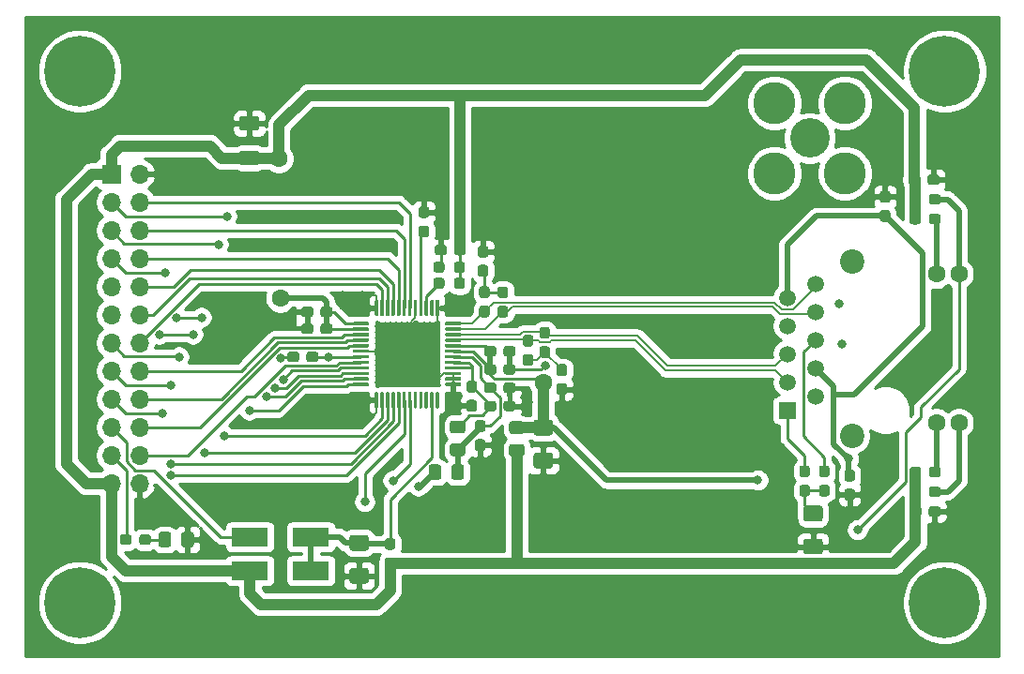
<source format=gtl>
G04 #@! TF.GenerationSoftware,KiCad,Pcbnew,(5.1.12)-1*
G04 #@! TF.CreationDate,2021-12-16T18:47:01+01:00*
G04 #@! TF.ProjectId,eth_phy_KSZ8041MLL_poe,6574685f-7068-4795-9f4b-535a38303431,rev?*
G04 #@! TF.SameCoordinates,Original*
G04 #@! TF.FileFunction,Copper,L1,Top*
G04 #@! TF.FilePolarity,Positive*
%FSLAX46Y46*%
G04 Gerber Fmt 4.6, Leading zero omitted, Abs format (unit mm)*
G04 Created by KiCad (PCBNEW (5.1.12)-1) date 2021-12-16 18:47:01*
%MOMM*%
%LPD*%
G01*
G04 APERTURE LIST*
G04 #@! TA.AperFunction,ComponentPad*
%ADD10C,1.600000*%
G04 #@! TD*
G04 #@! TA.AperFunction,ComponentPad*
%ADD11R,1.500000X1.500000*%
G04 #@! TD*
G04 #@! TA.AperFunction,ComponentPad*
%ADD12C,1.500000*%
G04 #@! TD*
G04 #@! TA.AperFunction,ComponentPad*
%ADD13C,2.200000*%
G04 #@! TD*
G04 #@! TA.AperFunction,SMDPad,CuDef*
%ADD14R,3.300000X1.700000*%
G04 #@! TD*
G04 #@! TA.AperFunction,ComponentPad*
%ADD15R,1.700000X1.700000*%
G04 #@! TD*
G04 #@! TA.AperFunction,ComponentPad*
%ADD16O,1.700000X1.700000*%
G04 #@! TD*
G04 #@! TA.AperFunction,ComponentPad*
%ADD17C,3.810000*%
G04 #@! TD*
G04 #@! TA.AperFunction,ComponentPad*
%ADD18C,3.556000*%
G04 #@! TD*
G04 #@! TA.AperFunction,ComponentPad*
%ADD19C,0.800000*%
G04 #@! TD*
G04 #@! TA.AperFunction,ComponentPad*
%ADD20C,6.400000*%
G04 #@! TD*
G04 #@! TA.AperFunction,ViaPad*
%ADD21C,1.600000*%
G04 #@! TD*
G04 #@! TA.AperFunction,ViaPad*
%ADD22C,0.800000*%
G04 #@! TD*
G04 #@! TA.AperFunction,Conductor*
%ADD23C,0.250000*%
G04 #@! TD*
G04 #@! TA.AperFunction,Conductor*
%ADD24C,1.000000*%
G04 #@! TD*
G04 #@! TA.AperFunction,Conductor*
%ADD25C,0.500000*%
G04 #@! TD*
G04 #@! TA.AperFunction,Conductor*
%ADD26C,0.200000*%
G04 #@! TD*
G04 #@! TA.AperFunction,Conductor*
%ADD27C,0.254000*%
G04 #@! TD*
G04 #@! TA.AperFunction,Conductor*
%ADD28C,0.100000*%
G04 #@! TD*
G04 APERTURE END LIST*
D10*
X191260000Y-75316000D03*
X193290000Y-75316000D03*
X191260000Y-88766000D03*
D11*
X177800000Y-87630000D03*
D12*
X177800000Y-85090000D03*
X177800000Y-82550000D03*
X177800000Y-80010000D03*
X177800000Y-77470000D03*
X180340000Y-86360000D03*
X180340000Y-83820000D03*
X180340000Y-81280000D03*
X180340000Y-78740000D03*
D13*
X183642000Y-89916000D03*
X183640000Y-74170000D03*
D10*
X193290000Y-88766000D03*
D12*
X180340000Y-76200000D03*
G04 #@! TA.AperFunction,SMDPad,CuDef*
G36*
G01*
X150492000Y-85835500D02*
X150492000Y-85360500D01*
G75*
G02*
X150729500Y-85123000I237500J0D01*
G01*
X151329500Y-85123000D01*
G75*
G02*
X151567000Y-85360500I0J-237500D01*
G01*
X151567000Y-85835500D01*
G75*
G02*
X151329500Y-86073000I-237500J0D01*
G01*
X150729500Y-86073000D01*
G75*
G02*
X150492000Y-85835500I0J237500D01*
G01*
G37*
G04 #@! TD.AperFunction*
G04 #@! TA.AperFunction,SMDPad,CuDef*
G36*
G01*
X152217000Y-85835500D02*
X152217000Y-85360500D01*
G75*
G02*
X152454500Y-85123000I237500J0D01*
G01*
X153054500Y-85123000D01*
G75*
G02*
X153292000Y-85360500I0J-237500D01*
G01*
X153292000Y-85835500D01*
G75*
G02*
X153054500Y-86073000I-237500J0D01*
G01*
X152454500Y-86073000D01*
G75*
G02*
X152217000Y-85835500I0J237500D01*
G01*
G37*
G04 #@! TD.AperFunction*
G04 #@! TA.AperFunction,SMDPad,CuDef*
G36*
G01*
X148820500Y-72914500D02*
X148820500Y-73389500D01*
G75*
G02*
X148583000Y-73627000I-237500J0D01*
G01*
X147983000Y-73627000D01*
G75*
G02*
X147745500Y-73389500I0J237500D01*
G01*
X147745500Y-72914500D01*
G75*
G02*
X147983000Y-72677000I237500J0D01*
G01*
X148583000Y-72677000D01*
G75*
G02*
X148820500Y-72914500I0J-237500D01*
G01*
G37*
G04 #@! TD.AperFunction*
G04 #@! TA.AperFunction,SMDPad,CuDef*
G36*
G01*
X147095500Y-72914500D02*
X147095500Y-73389500D01*
G75*
G02*
X146858000Y-73627000I-237500J0D01*
G01*
X146258000Y-73627000D01*
G75*
G02*
X146020500Y-73389500I0J237500D01*
G01*
X146020500Y-72914500D01*
G75*
G02*
X146258000Y-72677000I237500J0D01*
G01*
X146858000Y-72677000D01*
G75*
G02*
X147095500Y-72914500I0J-237500D01*
G01*
G37*
G04 #@! TD.AperFunction*
G04 #@! TA.AperFunction,SMDPad,CuDef*
G36*
G01*
X129936002Y-65509500D02*
X128635998Y-65509500D01*
G75*
G02*
X128386000Y-65259502I0J249998D01*
G01*
X128386000Y-64434498D01*
G75*
G02*
X128635998Y-64184500I249998J0D01*
G01*
X129936002Y-64184500D01*
G75*
G02*
X130186000Y-64434498I0J-249998D01*
G01*
X130186000Y-65259502D01*
G75*
G02*
X129936002Y-65509500I-249998J0D01*
G01*
G37*
G04 #@! TD.AperFunction*
G04 #@! TA.AperFunction,SMDPad,CuDef*
G36*
G01*
X129936002Y-62384500D02*
X128635998Y-62384500D01*
G75*
G02*
X128386000Y-62134502I0J249998D01*
G01*
X128386000Y-61309498D01*
G75*
G02*
X128635998Y-61059500I249998J0D01*
G01*
X129936002Y-61059500D01*
G75*
G02*
X130186000Y-61309498I0J-249998D01*
G01*
X130186000Y-62134502D01*
G75*
G02*
X129936002Y-62384500I-249998J0D01*
G01*
G37*
G04 #@! TD.AperFunction*
G04 #@! TA.AperFunction,SMDPad,CuDef*
G36*
G01*
X135057000Y-78502500D02*
X135057000Y-78977500D01*
G75*
G02*
X134819500Y-79215000I-237500J0D01*
G01*
X134219500Y-79215000D01*
G75*
G02*
X133982000Y-78977500I0J237500D01*
G01*
X133982000Y-78502500D01*
G75*
G02*
X134219500Y-78265000I237500J0D01*
G01*
X134819500Y-78265000D01*
G75*
G02*
X135057000Y-78502500I0J-237500D01*
G01*
G37*
G04 #@! TD.AperFunction*
G04 #@! TA.AperFunction,SMDPad,CuDef*
G36*
G01*
X136782000Y-78502500D02*
X136782000Y-78977500D01*
G75*
G02*
X136544500Y-79215000I-237500J0D01*
G01*
X135944500Y-79215000D01*
G75*
G02*
X135707000Y-78977500I0J237500D01*
G01*
X135707000Y-78502500D01*
G75*
G02*
X135944500Y-78265000I237500J0D01*
G01*
X136544500Y-78265000D01*
G75*
G02*
X136782000Y-78502500I0J-237500D01*
G01*
G37*
G04 #@! TD.AperFunction*
G04 #@! TA.AperFunction,SMDPad,CuDef*
G36*
G01*
X136782000Y-80026500D02*
X136782000Y-80501500D01*
G75*
G02*
X136544500Y-80739000I-237500J0D01*
G01*
X135944500Y-80739000D01*
G75*
G02*
X135707000Y-80501500I0J237500D01*
G01*
X135707000Y-80026500D01*
G75*
G02*
X135944500Y-79789000I237500J0D01*
G01*
X136544500Y-79789000D01*
G75*
G02*
X136782000Y-80026500I0J-237500D01*
G01*
G37*
G04 #@! TD.AperFunction*
G04 #@! TA.AperFunction,SMDPad,CuDef*
G36*
G01*
X135057000Y-80026500D02*
X135057000Y-80501500D01*
G75*
G02*
X134819500Y-80739000I-237500J0D01*
G01*
X134219500Y-80739000D01*
G75*
G02*
X133982000Y-80501500I0J237500D01*
G01*
X133982000Y-80026500D01*
G75*
G02*
X134219500Y-79789000I237500J0D01*
G01*
X134819500Y-79789000D01*
G75*
G02*
X135057000Y-80026500I0J-237500D01*
G01*
G37*
G04 #@! TD.AperFunction*
G04 #@! TA.AperFunction,SMDPad,CuDef*
G36*
G01*
X155178600Y-91453000D02*
X156428600Y-91453000D01*
G75*
G02*
X156678600Y-91703000I0J-250000D01*
G01*
X156678600Y-92628000D01*
G75*
G02*
X156428600Y-92878000I-250000J0D01*
G01*
X155178600Y-92878000D01*
G75*
G02*
X154928600Y-92628000I0J250000D01*
G01*
X154928600Y-91703000D01*
G75*
G02*
X155178600Y-91453000I250000J0D01*
G01*
G37*
G04 #@! TD.AperFunction*
G04 #@! TA.AperFunction,SMDPad,CuDef*
G36*
G01*
X155178600Y-88478000D02*
X156428600Y-88478000D01*
G75*
G02*
X156678600Y-88728000I0J-250000D01*
G01*
X156678600Y-89653000D01*
G75*
G02*
X156428600Y-89903000I-250000J0D01*
G01*
X155178600Y-89903000D01*
G75*
G02*
X154928600Y-89653000I0J250000D01*
G01*
X154928600Y-88728000D01*
G75*
G02*
X155178600Y-88478000I250000J0D01*
G01*
G37*
G04 #@! TD.AperFunction*
G04 #@! TA.AperFunction,SMDPad,CuDef*
G36*
G01*
X152217000Y-82533500D02*
X152217000Y-82058500D01*
G75*
G02*
X152454500Y-81821000I237500J0D01*
G01*
X153054500Y-81821000D01*
G75*
G02*
X153292000Y-82058500I0J-237500D01*
G01*
X153292000Y-82533500D01*
G75*
G02*
X153054500Y-82771000I-237500J0D01*
G01*
X152454500Y-82771000D01*
G75*
G02*
X152217000Y-82533500I0J237500D01*
G01*
G37*
G04 #@! TD.AperFunction*
G04 #@! TA.AperFunction,SMDPad,CuDef*
G36*
G01*
X150492000Y-82533500D02*
X150492000Y-82058500D01*
G75*
G02*
X150729500Y-81821000I237500J0D01*
G01*
X151329500Y-81821000D01*
G75*
G02*
X151567000Y-82058500I0J-237500D01*
G01*
X151567000Y-82533500D01*
G75*
G02*
X151329500Y-82771000I-237500J0D01*
G01*
X150729500Y-82771000D01*
G75*
G02*
X150492000Y-82533500I0J237500D01*
G01*
G37*
G04 #@! TD.AperFunction*
G04 #@! TA.AperFunction,SMDPad,CuDef*
G36*
G01*
X152217000Y-84184500D02*
X152217000Y-83709500D01*
G75*
G02*
X152454500Y-83472000I237500J0D01*
G01*
X153054500Y-83472000D01*
G75*
G02*
X153292000Y-83709500I0J-237500D01*
G01*
X153292000Y-84184500D01*
G75*
G02*
X153054500Y-84422000I-237500J0D01*
G01*
X152454500Y-84422000D01*
G75*
G02*
X152217000Y-84184500I0J237500D01*
G01*
G37*
G04 #@! TD.AperFunction*
G04 #@! TA.AperFunction,SMDPad,CuDef*
G36*
G01*
X150492000Y-84184500D02*
X150492000Y-83709500D01*
G75*
G02*
X150729500Y-83472000I237500J0D01*
G01*
X151329500Y-83472000D01*
G75*
G02*
X151567000Y-83709500I0J-237500D01*
G01*
X151567000Y-84184500D01*
G75*
G02*
X151329500Y-84422000I-237500J0D01*
G01*
X150729500Y-84422000D01*
G75*
G02*
X150492000Y-84184500I0J237500D01*
G01*
G37*
G04 #@! TD.AperFunction*
G04 #@! TA.AperFunction,SMDPad,CuDef*
G36*
G01*
X149876500Y-88516000D02*
X150351500Y-88516000D01*
G75*
G02*
X150589000Y-88753500I0J-237500D01*
G01*
X150589000Y-89353500D01*
G75*
G02*
X150351500Y-89591000I-237500J0D01*
G01*
X149876500Y-89591000D01*
G75*
G02*
X149639000Y-89353500I0J237500D01*
G01*
X149639000Y-88753500D01*
G75*
G02*
X149876500Y-88516000I237500J0D01*
G01*
G37*
G04 #@! TD.AperFunction*
G04 #@! TA.AperFunction,SMDPad,CuDef*
G36*
G01*
X149876500Y-90241000D02*
X150351500Y-90241000D01*
G75*
G02*
X150589000Y-90478500I0J-237500D01*
G01*
X150589000Y-91078500D01*
G75*
G02*
X150351500Y-91316000I-237500J0D01*
G01*
X149876500Y-91316000D01*
G75*
G02*
X149639000Y-91078500I0J237500D01*
G01*
X149639000Y-90478500D01*
G75*
G02*
X149876500Y-90241000I237500J0D01*
G01*
G37*
G04 #@! TD.AperFunction*
G04 #@! TA.AperFunction,SMDPad,CuDef*
G36*
G01*
X135512000Y-82566500D02*
X135512000Y-83041500D01*
G75*
G02*
X135274500Y-83279000I-237500J0D01*
G01*
X134674500Y-83279000D01*
G75*
G02*
X134437000Y-83041500I0J237500D01*
G01*
X134437000Y-82566500D01*
G75*
G02*
X134674500Y-82329000I237500J0D01*
G01*
X135274500Y-82329000D01*
G75*
G02*
X135512000Y-82566500I0J-237500D01*
G01*
G37*
G04 #@! TD.AperFunction*
G04 #@! TA.AperFunction,SMDPad,CuDef*
G36*
G01*
X133787000Y-82566500D02*
X133787000Y-83041500D01*
G75*
G02*
X133549500Y-83279000I-237500J0D01*
G01*
X132949500Y-83279000D01*
G75*
G02*
X132712000Y-83041500I0J237500D01*
G01*
X132712000Y-82566500D01*
G75*
G02*
X132949500Y-82329000I237500J0D01*
G01*
X133549500Y-82329000D01*
G75*
G02*
X133787000Y-82566500I0J-237500D01*
G01*
G37*
G04 #@! TD.AperFunction*
G04 #@! TA.AperFunction,SMDPad,CuDef*
G36*
G01*
X186876700Y-70615000D02*
X186401700Y-70615000D01*
G75*
G02*
X186164200Y-70377500I0J237500D01*
G01*
X186164200Y-69777500D01*
G75*
G02*
X186401700Y-69540000I237500J0D01*
G01*
X186876700Y-69540000D01*
G75*
G02*
X187114200Y-69777500I0J-237500D01*
G01*
X187114200Y-70377500D01*
G75*
G02*
X186876700Y-70615000I-237500J0D01*
G01*
G37*
G04 #@! TD.AperFunction*
G04 #@! TA.AperFunction,SMDPad,CuDef*
G36*
G01*
X186876700Y-68890000D02*
X186401700Y-68890000D01*
G75*
G02*
X186164200Y-68652500I0J237500D01*
G01*
X186164200Y-68052500D01*
G75*
G02*
X186401700Y-67815000I237500J0D01*
G01*
X186876700Y-67815000D01*
G75*
G02*
X187114200Y-68052500I0J-237500D01*
G01*
X187114200Y-68652500D01*
G75*
G02*
X186876700Y-68890000I-237500J0D01*
G01*
G37*
G04 #@! TD.AperFunction*
G04 #@! TA.AperFunction,SMDPad,CuDef*
G36*
G01*
X152217000Y-87486500D02*
X152217000Y-87011500D01*
G75*
G02*
X152454500Y-86774000I237500J0D01*
G01*
X153054500Y-86774000D01*
G75*
G02*
X153292000Y-87011500I0J-237500D01*
G01*
X153292000Y-87486500D01*
G75*
G02*
X153054500Y-87724000I-237500J0D01*
G01*
X152454500Y-87724000D01*
G75*
G02*
X152217000Y-87486500I0J237500D01*
G01*
G37*
G04 #@! TD.AperFunction*
G04 #@! TA.AperFunction,SMDPad,CuDef*
G36*
G01*
X150492000Y-87486500D02*
X150492000Y-87011500D01*
G75*
G02*
X150729500Y-86774000I237500J0D01*
G01*
X151329500Y-86774000D01*
G75*
G02*
X151567000Y-87011500I0J-237500D01*
G01*
X151567000Y-87486500D01*
G75*
G02*
X151329500Y-87724000I-237500J0D01*
G01*
X150729500Y-87724000D01*
G75*
G02*
X150492000Y-87486500I0J237500D01*
G01*
G37*
G04 #@! TD.AperFunction*
G04 #@! TA.AperFunction,SMDPad,CuDef*
G36*
G01*
X183201300Y-94711400D02*
X183676300Y-94711400D01*
G75*
G02*
X183913800Y-94948900I0J-237500D01*
G01*
X183913800Y-95548900D01*
G75*
G02*
X183676300Y-95786400I-237500J0D01*
G01*
X183201300Y-95786400D01*
G75*
G02*
X182963800Y-95548900I0J237500D01*
G01*
X182963800Y-94948900D01*
G75*
G02*
X183201300Y-94711400I237500J0D01*
G01*
G37*
G04 #@! TD.AperFunction*
G04 #@! TA.AperFunction,SMDPad,CuDef*
G36*
G01*
X183201300Y-92986400D02*
X183676300Y-92986400D01*
G75*
G02*
X183913800Y-93223900I0J-237500D01*
G01*
X183913800Y-93823900D01*
G75*
G02*
X183676300Y-94061400I-237500J0D01*
G01*
X183201300Y-94061400D01*
G75*
G02*
X182963800Y-93823900I0J237500D01*
G01*
X182963800Y-93223900D01*
G75*
G02*
X183201300Y-92986400I237500J0D01*
G01*
G37*
G04 #@! TD.AperFunction*
G04 #@! TA.AperFunction,SMDPad,CuDef*
G36*
G01*
X149114500Y-84960000D02*
X149589500Y-84960000D01*
G75*
G02*
X149827000Y-85197500I0J-237500D01*
G01*
X149827000Y-85797500D01*
G75*
G02*
X149589500Y-86035000I-237500J0D01*
G01*
X149114500Y-86035000D01*
G75*
G02*
X148877000Y-85797500I0J237500D01*
G01*
X148877000Y-85197500D01*
G75*
G02*
X149114500Y-84960000I237500J0D01*
G01*
G37*
G04 #@! TD.AperFunction*
G04 #@! TA.AperFunction,SMDPad,CuDef*
G36*
G01*
X149114500Y-86685000D02*
X149589500Y-86685000D01*
G75*
G02*
X149827000Y-86922500I0J-237500D01*
G01*
X149827000Y-87522500D01*
G75*
G02*
X149589500Y-87760000I-237500J0D01*
G01*
X149114500Y-87760000D01*
G75*
G02*
X148877000Y-87522500I0J237500D01*
G01*
X148877000Y-86922500D01*
G75*
G02*
X149114500Y-86685000I237500J0D01*
G01*
G37*
G04 #@! TD.AperFunction*
G04 #@! TA.AperFunction,SMDPad,CuDef*
G36*
G01*
X179511800Y-96250400D02*
X180761800Y-96250400D01*
G75*
G02*
X181011800Y-96500400I0J-250000D01*
G01*
X181011800Y-97425400D01*
G75*
G02*
X180761800Y-97675400I-250000J0D01*
G01*
X179511800Y-97675400D01*
G75*
G02*
X179261800Y-97425400I0J250000D01*
G01*
X179261800Y-96500400D01*
G75*
G02*
X179511800Y-96250400I250000J0D01*
G01*
G37*
G04 #@! TD.AperFunction*
G04 #@! TA.AperFunction,SMDPad,CuDef*
G36*
G01*
X179511800Y-99225400D02*
X180761800Y-99225400D01*
G75*
G02*
X181011800Y-99475400I0J-250000D01*
G01*
X181011800Y-100400400D01*
G75*
G02*
X180761800Y-100650400I-250000J0D01*
G01*
X179511800Y-100650400D01*
G75*
G02*
X179261800Y-100400400I0J250000D01*
G01*
X179261800Y-99475400D01*
G75*
G02*
X179511800Y-99225400I250000J0D01*
G01*
G37*
G04 #@! TD.AperFunction*
G04 #@! TA.AperFunction,SMDPad,CuDef*
G36*
G01*
X190470500Y-67039500D02*
X190470500Y-66564500D01*
G75*
G02*
X190708000Y-66327000I237500J0D01*
G01*
X191308000Y-66327000D01*
G75*
G02*
X191545500Y-66564500I0J-237500D01*
G01*
X191545500Y-67039500D01*
G75*
G02*
X191308000Y-67277000I-237500J0D01*
G01*
X190708000Y-67277000D01*
G75*
G02*
X190470500Y-67039500I0J237500D01*
G01*
G37*
G04 #@! TD.AperFunction*
G04 #@! TA.AperFunction,SMDPad,CuDef*
G36*
G01*
X188745500Y-67039500D02*
X188745500Y-66564500D01*
G75*
G02*
X188983000Y-66327000I237500J0D01*
G01*
X189583000Y-66327000D01*
G75*
G02*
X189820500Y-66564500I0J-237500D01*
G01*
X189820500Y-67039500D01*
G75*
G02*
X189583000Y-67277000I-237500J0D01*
G01*
X188983000Y-67277000D01*
G75*
G02*
X188745500Y-67039500I0J237500D01*
G01*
G37*
G04 #@! TD.AperFunction*
D14*
X129330000Y-99060000D03*
X134830000Y-99060000D03*
X134830000Y-102108000D03*
X129330000Y-102108000D03*
G04 #@! TA.AperFunction,SMDPad,CuDef*
G36*
G01*
X124291000Y-98863999D02*
X124291000Y-99764001D01*
G75*
G02*
X124041001Y-100014000I-249999J0D01*
G01*
X123390999Y-100014000D01*
G75*
G02*
X123141000Y-99764001I0J249999D01*
G01*
X123141000Y-98863999D01*
G75*
G02*
X123390999Y-98614000I249999J0D01*
G01*
X124041001Y-98614000D01*
G75*
G02*
X124291000Y-98863999I0J-249999D01*
G01*
G37*
G04 #@! TD.AperFunction*
G04 #@! TA.AperFunction,SMDPad,CuDef*
G36*
G01*
X122241000Y-98863999D02*
X122241000Y-99764001D01*
G75*
G02*
X121991001Y-100014000I-249999J0D01*
G01*
X121340999Y-100014000D01*
G75*
G02*
X121091000Y-99764001I0J249999D01*
G01*
X121091000Y-98863999D01*
G75*
G02*
X121340999Y-98614000I249999J0D01*
G01*
X121991001Y-98614000D01*
G75*
G02*
X122241000Y-98863999I0J-249999D01*
G01*
G37*
G04 #@! TD.AperFunction*
G04 #@! TA.AperFunction,SMDPad,CuDef*
G36*
G01*
X152965999Y-88620800D02*
X153866001Y-88620800D01*
G75*
G02*
X154116000Y-88870799I0J-249999D01*
G01*
X154116000Y-89520801D01*
G75*
G02*
X153866001Y-89770800I-249999J0D01*
G01*
X152965999Y-89770800D01*
G75*
G02*
X152716000Y-89520801I0J249999D01*
G01*
X152716000Y-88870799D01*
G75*
G02*
X152965999Y-88620800I249999J0D01*
G01*
G37*
G04 #@! TD.AperFunction*
G04 #@! TA.AperFunction,SMDPad,CuDef*
G36*
G01*
X152965999Y-90670800D02*
X153866001Y-90670800D01*
G75*
G02*
X154116000Y-90920799I0J-249999D01*
G01*
X154116000Y-91570801D01*
G75*
G02*
X153866001Y-91820800I-249999J0D01*
G01*
X152965999Y-91820800D01*
G75*
G02*
X152716000Y-91570801I0J249999D01*
G01*
X152716000Y-90920799D01*
G75*
G02*
X152965999Y-90670800I249999J0D01*
G01*
G37*
G04 #@! TD.AperFunction*
G04 #@! TA.AperFunction,SMDPad,CuDef*
G36*
G01*
X145457000Y-93668001D02*
X145457000Y-92767999D01*
G75*
G02*
X145706999Y-92518000I249999J0D01*
G01*
X146357001Y-92518000D01*
G75*
G02*
X146607000Y-92767999I0J-249999D01*
G01*
X146607000Y-93668001D01*
G75*
G02*
X146357001Y-93918000I-249999J0D01*
G01*
X145706999Y-93918000D01*
G75*
G02*
X145457000Y-93668001I0J249999D01*
G01*
G37*
G04 #@! TD.AperFunction*
G04 #@! TA.AperFunction,SMDPad,CuDef*
G36*
G01*
X147507000Y-93668001D02*
X147507000Y-92767999D01*
G75*
G02*
X147756999Y-92518000I249999J0D01*
G01*
X148407001Y-92518000D01*
G75*
G02*
X148657000Y-92767999I0J-249999D01*
G01*
X148657000Y-93668001D01*
G75*
G02*
X148407001Y-93918000I-249999J0D01*
G01*
X147756999Y-93918000D01*
G75*
G02*
X147507000Y-93668001I0J249999D01*
G01*
G37*
G04 #@! TD.AperFunction*
G04 #@! TA.AperFunction,SMDPad,CuDef*
G36*
G01*
X147631999Y-90620000D02*
X148532001Y-90620000D01*
G75*
G02*
X148782000Y-90869999I0J-249999D01*
G01*
X148782000Y-91520001D01*
G75*
G02*
X148532001Y-91770000I-249999J0D01*
G01*
X147631999Y-91770000D01*
G75*
G02*
X147382000Y-91520001I0J249999D01*
G01*
X147382000Y-90869999D01*
G75*
G02*
X147631999Y-90620000I249999J0D01*
G01*
G37*
G04 #@! TD.AperFunction*
G04 #@! TA.AperFunction,SMDPad,CuDef*
G36*
G01*
X147631999Y-88570000D02*
X148532001Y-88570000D01*
G75*
G02*
X148782000Y-88819999I0J-249999D01*
G01*
X148782000Y-89470001D01*
G75*
G02*
X148532001Y-89720000I-249999J0D01*
G01*
X147631999Y-89720000D01*
G75*
G02*
X147382000Y-89470001I0J249999D01*
G01*
X147382000Y-88819999D01*
G75*
G02*
X147631999Y-88570000I249999J0D01*
G01*
G37*
G04 #@! TD.AperFunction*
G04 #@! TA.AperFunction,SMDPad,CuDef*
G36*
G01*
X148410000Y-85225000D02*
X148410000Y-85375000D01*
G75*
G02*
X148335000Y-85450000I-75000J0D01*
G01*
X147010000Y-85450000D01*
G75*
G02*
X146935000Y-85375000I0J75000D01*
G01*
X146935000Y-85225000D01*
G75*
G02*
X147010000Y-85150000I75000J0D01*
G01*
X148335000Y-85150000D01*
G75*
G02*
X148410000Y-85225000I0J-75000D01*
G01*
G37*
G04 #@! TD.AperFunction*
G04 #@! TA.AperFunction,SMDPad,CuDef*
G36*
G01*
X148410000Y-84725000D02*
X148410000Y-84875000D01*
G75*
G02*
X148335000Y-84950000I-75000J0D01*
G01*
X147010000Y-84950000D01*
G75*
G02*
X146935000Y-84875000I0J75000D01*
G01*
X146935000Y-84725000D01*
G75*
G02*
X147010000Y-84650000I75000J0D01*
G01*
X148335000Y-84650000D01*
G75*
G02*
X148410000Y-84725000I0J-75000D01*
G01*
G37*
G04 #@! TD.AperFunction*
G04 #@! TA.AperFunction,SMDPad,CuDef*
G36*
G01*
X148410000Y-84225000D02*
X148410000Y-84375000D01*
G75*
G02*
X148335000Y-84450000I-75000J0D01*
G01*
X147010000Y-84450000D01*
G75*
G02*
X146935000Y-84375000I0J75000D01*
G01*
X146935000Y-84225000D01*
G75*
G02*
X147010000Y-84150000I75000J0D01*
G01*
X148335000Y-84150000D01*
G75*
G02*
X148410000Y-84225000I0J-75000D01*
G01*
G37*
G04 #@! TD.AperFunction*
G04 #@! TA.AperFunction,SMDPad,CuDef*
G36*
G01*
X148410000Y-83725000D02*
X148410000Y-83875000D01*
G75*
G02*
X148335000Y-83950000I-75000J0D01*
G01*
X147010000Y-83950000D01*
G75*
G02*
X146935000Y-83875000I0J75000D01*
G01*
X146935000Y-83725000D01*
G75*
G02*
X147010000Y-83650000I75000J0D01*
G01*
X148335000Y-83650000D01*
G75*
G02*
X148410000Y-83725000I0J-75000D01*
G01*
G37*
G04 #@! TD.AperFunction*
G04 #@! TA.AperFunction,SMDPad,CuDef*
G36*
G01*
X148410000Y-83225000D02*
X148410000Y-83375000D01*
G75*
G02*
X148335000Y-83450000I-75000J0D01*
G01*
X147010000Y-83450000D01*
G75*
G02*
X146935000Y-83375000I0J75000D01*
G01*
X146935000Y-83225000D01*
G75*
G02*
X147010000Y-83150000I75000J0D01*
G01*
X148335000Y-83150000D01*
G75*
G02*
X148410000Y-83225000I0J-75000D01*
G01*
G37*
G04 #@! TD.AperFunction*
G04 #@! TA.AperFunction,SMDPad,CuDef*
G36*
G01*
X148410000Y-82725000D02*
X148410000Y-82875000D01*
G75*
G02*
X148335000Y-82950000I-75000J0D01*
G01*
X147010000Y-82950000D01*
G75*
G02*
X146935000Y-82875000I0J75000D01*
G01*
X146935000Y-82725000D01*
G75*
G02*
X147010000Y-82650000I75000J0D01*
G01*
X148335000Y-82650000D01*
G75*
G02*
X148410000Y-82725000I0J-75000D01*
G01*
G37*
G04 #@! TD.AperFunction*
G04 #@! TA.AperFunction,SMDPad,CuDef*
G36*
G01*
X148410000Y-82225000D02*
X148410000Y-82375000D01*
G75*
G02*
X148335000Y-82450000I-75000J0D01*
G01*
X147010000Y-82450000D01*
G75*
G02*
X146935000Y-82375000I0J75000D01*
G01*
X146935000Y-82225000D01*
G75*
G02*
X147010000Y-82150000I75000J0D01*
G01*
X148335000Y-82150000D01*
G75*
G02*
X148410000Y-82225000I0J-75000D01*
G01*
G37*
G04 #@! TD.AperFunction*
G04 #@! TA.AperFunction,SMDPad,CuDef*
G36*
G01*
X148410000Y-81725000D02*
X148410000Y-81875000D01*
G75*
G02*
X148335000Y-81950000I-75000J0D01*
G01*
X147010000Y-81950000D01*
G75*
G02*
X146935000Y-81875000I0J75000D01*
G01*
X146935000Y-81725000D01*
G75*
G02*
X147010000Y-81650000I75000J0D01*
G01*
X148335000Y-81650000D01*
G75*
G02*
X148410000Y-81725000I0J-75000D01*
G01*
G37*
G04 #@! TD.AperFunction*
G04 #@! TA.AperFunction,SMDPad,CuDef*
G36*
G01*
X148410000Y-81225000D02*
X148410000Y-81375000D01*
G75*
G02*
X148335000Y-81450000I-75000J0D01*
G01*
X147010000Y-81450000D01*
G75*
G02*
X146935000Y-81375000I0J75000D01*
G01*
X146935000Y-81225000D01*
G75*
G02*
X147010000Y-81150000I75000J0D01*
G01*
X148335000Y-81150000D01*
G75*
G02*
X148410000Y-81225000I0J-75000D01*
G01*
G37*
G04 #@! TD.AperFunction*
G04 #@! TA.AperFunction,SMDPad,CuDef*
G36*
G01*
X148410000Y-80725000D02*
X148410000Y-80875000D01*
G75*
G02*
X148335000Y-80950000I-75000J0D01*
G01*
X147010000Y-80950000D01*
G75*
G02*
X146935000Y-80875000I0J75000D01*
G01*
X146935000Y-80725000D01*
G75*
G02*
X147010000Y-80650000I75000J0D01*
G01*
X148335000Y-80650000D01*
G75*
G02*
X148410000Y-80725000I0J-75000D01*
G01*
G37*
G04 #@! TD.AperFunction*
G04 #@! TA.AperFunction,SMDPad,CuDef*
G36*
G01*
X148410000Y-80225000D02*
X148410000Y-80375000D01*
G75*
G02*
X148335000Y-80450000I-75000J0D01*
G01*
X147010000Y-80450000D01*
G75*
G02*
X146935000Y-80375000I0J75000D01*
G01*
X146935000Y-80225000D01*
G75*
G02*
X147010000Y-80150000I75000J0D01*
G01*
X148335000Y-80150000D01*
G75*
G02*
X148410000Y-80225000I0J-75000D01*
G01*
G37*
G04 #@! TD.AperFunction*
G04 #@! TA.AperFunction,SMDPad,CuDef*
G36*
G01*
X148410000Y-79725000D02*
X148410000Y-79875000D01*
G75*
G02*
X148335000Y-79950000I-75000J0D01*
G01*
X147010000Y-79950000D01*
G75*
G02*
X146935000Y-79875000I0J75000D01*
G01*
X146935000Y-79725000D01*
G75*
G02*
X147010000Y-79650000I75000J0D01*
G01*
X148335000Y-79650000D01*
G75*
G02*
X148410000Y-79725000I0J-75000D01*
G01*
G37*
G04 #@! TD.AperFunction*
G04 #@! TA.AperFunction,SMDPad,CuDef*
G36*
G01*
X146410000Y-77725000D02*
X146410000Y-79050000D01*
G75*
G02*
X146335000Y-79125000I-75000J0D01*
G01*
X146185000Y-79125000D01*
G75*
G02*
X146110000Y-79050000I0J75000D01*
G01*
X146110000Y-77725000D01*
G75*
G02*
X146185000Y-77650000I75000J0D01*
G01*
X146335000Y-77650000D01*
G75*
G02*
X146410000Y-77725000I0J-75000D01*
G01*
G37*
G04 #@! TD.AperFunction*
G04 #@! TA.AperFunction,SMDPad,CuDef*
G36*
G01*
X145910000Y-77725000D02*
X145910000Y-79050000D01*
G75*
G02*
X145835000Y-79125000I-75000J0D01*
G01*
X145685000Y-79125000D01*
G75*
G02*
X145610000Y-79050000I0J75000D01*
G01*
X145610000Y-77725000D01*
G75*
G02*
X145685000Y-77650000I75000J0D01*
G01*
X145835000Y-77650000D01*
G75*
G02*
X145910000Y-77725000I0J-75000D01*
G01*
G37*
G04 #@! TD.AperFunction*
G04 #@! TA.AperFunction,SMDPad,CuDef*
G36*
G01*
X145410000Y-77725000D02*
X145410000Y-79050000D01*
G75*
G02*
X145335000Y-79125000I-75000J0D01*
G01*
X145185000Y-79125000D01*
G75*
G02*
X145110000Y-79050000I0J75000D01*
G01*
X145110000Y-77725000D01*
G75*
G02*
X145185000Y-77650000I75000J0D01*
G01*
X145335000Y-77650000D01*
G75*
G02*
X145410000Y-77725000I0J-75000D01*
G01*
G37*
G04 #@! TD.AperFunction*
G04 #@! TA.AperFunction,SMDPad,CuDef*
G36*
G01*
X144910000Y-77725000D02*
X144910000Y-79050000D01*
G75*
G02*
X144835000Y-79125000I-75000J0D01*
G01*
X144685000Y-79125000D01*
G75*
G02*
X144610000Y-79050000I0J75000D01*
G01*
X144610000Y-77725000D01*
G75*
G02*
X144685000Y-77650000I75000J0D01*
G01*
X144835000Y-77650000D01*
G75*
G02*
X144910000Y-77725000I0J-75000D01*
G01*
G37*
G04 #@! TD.AperFunction*
G04 #@! TA.AperFunction,SMDPad,CuDef*
G36*
G01*
X144410000Y-77725000D02*
X144410000Y-79050000D01*
G75*
G02*
X144335000Y-79125000I-75000J0D01*
G01*
X144185000Y-79125000D01*
G75*
G02*
X144110000Y-79050000I0J75000D01*
G01*
X144110000Y-77725000D01*
G75*
G02*
X144185000Y-77650000I75000J0D01*
G01*
X144335000Y-77650000D01*
G75*
G02*
X144410000Y-77725000I0J-75000D01*
G01*
G37*
G04 #@! TD.AperFunction*
G04 #@! TA.AperFunction,SMDPad,CuDef*
G36*
G01*
X143910000Y-77725000D02*
X143910000Y-79050000D01*
G75*
G02*
X143835000Y-79125000I-75000J0D01*
G01*
X143685000Y-79125000D01*
G75*
G02*
X143610000Y-79050000I0J75000D01*
G01*
X143610000Y-77725000D01*
G75*
G02*
X143685000Y-77650000I75000J0D01*
G01*
X143835000Y-77650000D01*
G75*
G02*
X143910000Y-77725000I0J-75000D01*
G01*
G37*
G04 #@! TD.AperFunction*
G04 #@! TA.AperFunction,SMDPad,CuDef*
G36*
G01*
X143410000Y-77725000D02*
X143410000Y-79050000D01*
G75*
G02*
X143335000Y-79125000I-75000J0D01*
G01*
X143185000Y-79125000D01*
G75*
G02*
X143110000Y-79050000I0J75000D01*
G01*
X143110000Y-77725000D01*
G75*
G02*
X143185000Y-77650000I75000J0D01*
G01*
X143335000Y-77650000D01*
G75*
G02*
X143410000Y-77725000I0J-75000D01*
G01*
G37*
G04 #@! TD.AperFunction*
G04 #@! TA.AperFunction,SMDPad,CuDef*
G36*
G01*
X142910000Y-77725000D02*
X142910000Y-79050000D01*
G75*
G02*
X142835000Y-79125000I-75000J0D01*
G01*
X142685000Y-79125000D01*
G75*
G02*
X142610000Y-79050000I0J75000D01*
G01*
X142610000Y-77725000D01*
G75*
G02*
X142685000Y-77650000I75000J0D01*
G01*
X142835000Y-77650000D01*
G75*
G02*
X142910000Y-77725000I0J-75000D01*
G01*
G37*
G04 #@! TD.AperFunction*
G04 #@! TA.AperFunction,SMDPad,CuDef*
G36*
G01*
X142410000Y-77725000D02*
X142410000Y-79050000D01*
G75*
G02*
X142335000Y-79125000I-75000J0D01*
G01*
X142185000Y-79125000D01*
G75*
G02*
X142110000Y-79050000I0J75000D01*
G01*
X142110000Y-77725000D01*
G75*
G02*
X142185000Y-77650000I75000J0D01*
G01*
X142335000Y-77650000D01*
G75*
G02*
X142410000Y-77725000I0J-75000D01*
G01*
G37*
G04 #@! TD.AperFunction*
G04 #@! TA.AperFunction,SMDPad,CuDef*
G36*
G01*
X141910000Y-77725000D02*
X141910000Y-79050000D01*
G75*
G02*
X141835000Y-79125000I-75000J0D01*
G01*
X141685000Y-79125000D01*
G75*
G02*
X141610000Y-79050000I0J75000D01*
G01*
X141610000Y-77725000D01*
G75*
G02*
X141685000Y-77650000I75000J0D01*
G01*
X141835000Y-77650000D01*
G75*
G02*
X141910000Y-77725000I0J-75000D01*
G01*
G37*
G04 #@! TD.AperFunction*
G04 #@! TA.AperFunction,SMDPad,CuDef*
G36*
G01*
X141410000Y-77725000D02*
X141410000Y-79050000D01*
G75*
G02*
X141335000Y-79125000I-75000J0D01*
G01*
X141185000Y-79125000D01*
G75*
G02*
X141110000Y-79050000I0J75000D01*
G01*
X141110000Y-77725000D01*
G75*
G02*
X141185000Y-77650000I75000J0D01*
G01*
X141335000Y-77650000D01*
G75*
G02*
X141410000Y-77725000I0J-75000D01*
G01*
G37*
G04 #@! TD.AperFunction*
G04 #@! TA.AperFunction,SMDPad,CuDef*
G36*
G01*
X140910000Y-77725000D02*
X140910000Y-79050000D01*
G75*
G02*
X140835000Y-79125000I-75000J0D01*
G01*
X140685000Y-79125000D01*
G75*
G02*
X140610000Y-79050000I0J75000D01*
G01*
X140610000Y-77725000D01*
G75*
G02*
X140685000Y-77650000I75000J0D01*
G01*
X140835000Y-77650000D01*
G75*
G02*
X140910000Y-77725000I0J-75000D01*
G01*
G37*
G04 #@! TD.AperFunction*
G04 #@! TA.AperFunction,SMDPad,CuDef*
G36*
G01*
X140085000Y-79725000D02*
X140085000Y-79875000D01*
G75*
G02*
X140010000Y-79950000I-75000J0D01*
G01*
X138685000Y-79950000D01*
G75*
G02*
X138610000Y-79875000I0J75000D01*
G01*
X138610000Y-79725000D01*
G75*
G02*
X138685000Y-79650000I75000J0D01*
G01*
X140010000Y-79650000D01*
G75*
G02*
X140085000Y-79725000I0J-75000D01*
G01*
G37*
G04 #@! TD.AperFunction*
G04 #@! TA.AperFunction,SMDPad,CuDef*
G36*
G01*
X140085000Y-80225000D02*
X140085000Y-80375000D01*
G75*
G02*
X140010000Y-80450000I-75000J0D01*
G01*
X138685000Y-80450000D01*
G75*
G02*
X138610000Y-80375000I0J75000D01*
G01*
X138610000Y-80225000D01*
G75*
G02*
X138685000Y-80150000I75000J0D01*
G01*
X140010000Y-80150000D01*
G75*
G02*
X140085000Y-80225000I0J-75000D01*
G01*
G37*
G04 #@! TD.AperFunction*
G04 #@! TA.AperFunction,SMDPad,CuDef*
G36*
G01*
X140085000Y-80725000D02*
X140085000Y-80875000D01*
G75*
G02*
X140010000Y-80950000I-75000J0D01*
G01*
X138685000Y-80950000D01*
G75*
G02*
X138610000Y-80875000I0J75000D01*
G01*
X138610000Y-80725000D01*
G75*
G02*
X138685000Y-80650000I75000J0D01*
G01*
X140010000Y-80650000D01*
G75*
G02*
X140085000Y-80725000I0J-75000D01*
G01*
G37*
G04 #@! TD.AperFunction*
G04 #@! TA.AperFunction,SMDPad,CuDef*
G36*
G01*
X140085000Y-81225000D02*
X140085000Y-81375000D01*
G75*
G02*
X140010000Y-81450000I-75000J0D01*
G01*
X138685000Y-81450000D01*
G75*
G02*
X138610000Y-81375000I0J75000D01*
G01*
X138610000Y-81225000D01*
G75*
G02*
X138685000Y-81150000I75000J0D01*
G01*
X140010000Y-81150000D01*
G75*
G02*
X140085000Y-81225000I0J-75000D01*
G01*
G37*
G04 #@! TD.AperFunction*
G04 #@! TA.AperFunction,SMDPad,CuDef*
G36*
G01*
X140085000Y-81725000D02*
X140085000Y-81875000D01*
G75*
G02*
X140010000Y-81950000I-75000J0D01*
G01*
X138685000Y-81950000D01*
G75*
G02*
X138610000Y-81875000I0J75000D01*
G01*
X138610000Y-81725000D01*
G75*
G02*
X138685000Y-81650000I75000J0D01*
G01*
X140010000Y-81650000D01*
G75*
G02*
X140085000Y-81725000I0J-75000D01*
G01*
G37*
G04 #@! TD.AperFunction*
G04 #@! TA.AperFunction,SMDPad,CuDef*
G36*
G01*
X140085000Y-82225000D02*
X140085000Y-82375000D01*
G75*
G02*
X140010000Y-82450000I-75000J0D01*
G01*
X138685000Y-82450000D01*
G75*
G02*
X138610000Y-82375000I0J75000D01*
G01*
X138610000Y-82225000D01*
G75*
G02*
X138685000Y-82150000I75000J0D01*
G01*
X140010000Y-82150000D01*
G75*
G02*
X140085000Y-82225000I0J-75000D01*
G01*
G37*
G04 #@! TD.AperFunction*
G04 #@! TA.AperFunction,SMDPad,CuDef*
G36*
G01*
X140085000Y-82725000D02*
X140085000Y-82875000D01*
G75*
G02*
X140010000Y-82950000I-75000J0D01*
G01*
X138685000Y-82950000D01*
G75*
G02*
X138610000Y-82875000I0J75000D01*
G01*
X138610000Y-82725000D01*
G75*
G02*
X138685000Y-82650000I75000J0D01*
G01*
X140010000Y-82650000D01*
G75*
G02*
X140085000Y-82725000I0J-75000D01*
G01*
G37*
G04 #@! TD.AperFunction*
G04 #@! TA.AperFunction,SMDPad,CuDef*
G36*
G01*
X140085000Y-83225000D02*
X140085000Y-83375000D01*
G75*
G02*
X140010000Y-83450000I-75000J0D01*
G01*
X138685000Y-83450000D01*
G75*
G02*
X138610000Y-83375000I0J75000D01*
G01*
X138610000Y-83225000D01*
G75*
G02*
X138685000Y-83150000I75000J0D01*
G01*
X140010000Y-83150000D01*
G75*
G02*
X140085000Y-83225000I0J-75000D01*
G01*
G37*
G04 #@! TD.AperFunction*
G04 #@! TA.AperFunction,SMDPad,CuDef*
G36*
G01*
X140085000Y-83725000D02*
X140085000Y-83875000D01*
G75*
G02*
X140010000Y-83950000I-75000J0D01*
G01*
X138685000Y-83950000D01*
G75*
G02*
X138610000Y-83875000I0J75000D01*
G01*
X138610000Y-83725000D01*
G75*
G02*
X138685000Y-83650000I75000J0D01*
G01*
X140010000Y-83650000D01*
G75*
G02*
X140085000Y-83725000I0J-75000D01*
G01*
G37*
G04 #@! TD.AperFunction*
G04 #@! TA.AperFunction,SMDPad,CuDef*
G36*
G01*
X140085000Y-84225000D02*
X140085000Y-84375000D01*
G75*
G02*
X140010000Y-84450000I-75000J0D01*
G01*
X138685000Y-84450000D01*
G75*
G02*
X138610000Y-84375000I0J75000D01*
G01*
X138610000Y-84225000D01*
G75*
G02*
X138685000Y-84150000I75000J0D01*
G01*
X140010000Y-84150000D01*
G75*
G02*
X140085000Y-84225000I0J-75000D01*
G01*
G37*
G04 #@! TD.AperFunction*
G04 #@! TA.AperFunction,SMDPad,CuDef*
G36*
G01*
X140085000Y-84725000D02*
X140085000Y-84875000D01*
G75*
G02*
X140010000Y-84950000I-75000J0D01*
G01*
X138685000Y-84950000D01*
G75*
G02*
X138610000Y-84875000I0J75000D01*
G01*
X138610000Y-84725000D01*
G75*
G02*
X138685000Y-84650000I75000J0D01*
G01*
X140010000Y-84650000D01*
G75*
G02*
X140085000Y-84725000I0J-75000D01*
G01*
G37*
G04 #@! TD.AperFunction*
G04 #@! TA.AperFunction,SMDPad,CuDef*
G36*
G01*
X140085000Y-85225000D02*
X140085000Y-85375000D01*
G75*
G02*
X140010000Y-85450000I-75000J0D01*
G01*
X138685000Y-85450000D01*
G75*
G02*
X138610000Y-85375000I0J75000D01*
G01*
X138610000Y-85225000D01*
G75*
G02*
X138685000Y-85150000I75000J0D01*
G01*
X140010000Y-85150000D01*
G75*
G02*
X140085000Y-85225000I0J-75000D01*
G01*
G37*
G04 #@! TD.AperFunction*
G04 #@! TA.AperFunction,SMDPad,CuDef*
G36*
G01*
X140910000Y-86050000D02*
X140910000Y-87375000D01*
G75*
G02*
X140835000Y-87450000I-75000J0D01*
G01*
X140685000Y-87450000D01*
G75*
G02*
X140610000Y-87375000I0J75000D01*
G01*
X140610000Y-86050000D01*
G75*
G02*
X140685000Y-85975000I75000J0D01*
G01*
X140835000Y-85975000D01*
G75*
G02*
X140910000Y-86050000I0J-75000D01*
G01*
G37*
G04 #@! TD.AperFunction*
G04 #@! TA.AperFunction,SMDPad,CuDef*
G36*
G01*
X141410000Y-86050000D02*
X141410000Y-87375000D01*
G75*
G02*
X141335000Y-87450000I-75000J0D01*
G01*
X141185000Y-87450000D01*
G75*
G02*
X141110000Y-87375000I0J75000D01*
G01*
X141110000Y-86050000D01*
G75*
G02*
X141185000Y-85975000I75000J0D01*
G01*
X141335000Y-85975000D01*
G75*
G02*
X141410000Y-86050000I0J-75000D01*
G01*
G37*
G04 #@! TD.AperFunction*
G04 #@! TA.AperFunction,SMDPad,CuDef*
G36*
G01*
X141910000Y-86050000D02*
X141910000Y-87375000D01*
G75*
G02*
X141835000Y-87450000I-75000J0D01*
G01*
X141685000Y-87450000D01*
G75*
G02*
X141610000Y-87375000I0J75000D01*
G01*
X141610000Y-86050000D01*
G75*
G02*
X141685000Y-85975000I75000J0D01*
G01*
X141835000Y-85975000D01*
G75*
G02*
X141910000Y-86050000I0J-75000D01*
G01*
G37*
G04 #@! TD.AperFunction*
G04 #@! TA.AperFunction,SMDPad,CuDef*
G36*
G01*
X142410000Y-86050000D02*
X142410000Y-87375000D01*
G75*
G02*
X142335000Y-87450000I-75000J0D01*
G01*
X142185000Y-87450000D01*
G75*
G02*
X142110000Y-87375000I0J75000D01*
G01*
X142110000Y-86050000D01*
G75*
G02*
X142185000Y-85975000I75000J0D01*
G01*
X142335000Y-85975000D01*
G75*
G02*
X142410000Y-86050000I0J-75000D01*
G01*
G37*
G04 #@! TD.AperFunction*
G04 #@! TA.AperFunction,SMDPad,CuDef*
G36*
G01*
X142910000Y-86050000D02*
X142910000Y-87375000D01*
G75*
G02*
X142835000Y-87450000I-75000J0D01*
G01*
X142685000Y-87450000D01*
G75*
G02*
X142610000Y-87375000I0J75000D01*
G01*
X142610000Y-86050000D01*
G75*
G02*
X142685000Y-85975000I75000J0D01*
G01*
X142835000Y-85975000D01*
G75*
G02*
X142910000Y-86050000I0J-75000D01*
G01*
G37*
G04 #@! TD.AperFunction*
G04 #@! TA.AperFunction,SMDPad,CuDef*
G36*
G01*
X143410000Y-86050000D02*
X143410000Y-87375000D01*
G75*
G02*
X143335000Y-87450000I-75000J0D01*
G01*
X143185000Y-87450000D01*
G75*
G02*
X143110000Y-87375000I0J75000D01*
G01*
X143110000Y-86050000D01*
G75*
G02*
X143185000Y-85975000I75000J0D01*
G01*
X143335000Y-85975000D01*
G75*
G02*
X143410000Y-86050000I0J-75000D01*
G01*
G37*
G04 #@! TD.AperFunction*
G04 #@! TA.AperFunction,SMDPad,CuDef*
G36*
G01*
X143910000Y-86050000D02*
X143910000Y-87375000D01*
G75*
G02*
X143835000Y-87450000I-75000J0D01*
G01*
X143685000Y-87450000D01*
G75*
G02*
X143610000Y-87375000I0J75000D01*
G01*
X143610000Y-86050000D01*
G75*
G02*
X143685000Y-85975000I75000J0D01*
G01*
X143835000Y-85975000D01*
G75*
G02*
X143910000Y-86050000I0J-75000D01*
G01*
G37*
G04 #@! TD.AperFunction*
G04 #@! TA.AperFunction,SMDPad,CuDef*
G36*
G01*
X144410000Y-86050000D02*
X144410000Y-87375000D01*
G75*
G02*
X144335000Y-87450000I-75000J0D01*
G01*
X144185000Y-87450000D01*
G75*
G02*
X144110000Y-87375000I0J75000D01*
G01*
X144110000Y-86050000D01*
G75*
G02*
X144185000Y-85975000I75000J0D01*
G01*
X144335000Y-85975000D01*
G75*
G02*
X144410000Y-86050000I0J-75000D01*
G01*
G37*
G04 #@! TD.AperFunction*
G04 #@! TA.AperFunction,SMDPad,CuDef*
G36*
G01*
X144910000Y-86050000D02*
X144910000Y-87375000D01*
G75*
G02*
X144835000Y-87450000I-75000J0D01*
G01*
X144685000Y-87450000D01*
G75*
G02*
X144610000Y-87375000I0J75000D01*
G01*
X144610000Y-86050000D01*
G75*
G02*
X144685000Y-85975000I75000J0D01*
G01*
X144835000Y-85975000D01*
G75*
G02*
X144910000Y-86050000I0J-75000D01*
G01*
G37*
G04 #@! TD.AperFunction*
G04 #@! TA.AperFunction,SMDPad,CuDef*
G36*
G01*
X145410000Y-86050000D02*
X145410000Y-87375000D01*
G75*
G02*
X145335000Y-87450000I-75000J0D01*
G01*
X145185000Y-87450000D01*
G75*
G02*
X145110000Y-87375000I0J75000D01*
G01*
X145110000Y-86050000D01*
G75*
G02*
X145185000Y-85975000I75000J0D01*
G01*
X145335000Y-85975000D01*
G75*
G02*
X145410000Y-86050000I0J-75000D01*
G01*
G37*
G04 #@! TD.AperFunction*
G04 #@! TA.AperFunction,SMDPad,CuDef*
G36*
G01*
X145910000Y-86050000D02*
X145910000Y-87375000D01*
G75*
G02*
X145835000Y-87450000I-75000J0D01*
G01*
X145685000Y-87450000D01*
G75*
G02*
X145610000Y-87375000I0J75000D01*
G01*
X145610000Y-86050000D01*
G75*
G02*
X145685000Y-85975000I75000J0D01*
G01*
X145835000Y-85975000D01*
G75*
G02*
X145910000Y-86050000I0J-75000D01*
G01*
G37*
G04 #@! TD.AperFunction*
G04 #@! TA.AperFunction,SMDPad,CuDef*
G36*
G01*
X146410000Y-86050000D02*
X146410000Y-87375000D01*
G75*
G02*
X146335000Y-87450000I-75000J0D01*
G01*
X146185000Y-87450000D01*
G75*
G02*
X146110000Y-87375000I0J75000D01*
G01*
X146110000Y-86050000D01*
G75*
G02*
X146185000Y-85975000I75000J0D01*
G01*
X146335000Y-85975000D01*
G75*
G02*
X146410000Y-86050000I0J-75000D01*
G01*
G37*
G04 #@! TD.AperFunction*
D15*
X116840000Y-66294000D03*
D16*
X119380000Y-66294000D03*
X116840000Y-68834000D03*
X119380000Y-68834000D03*
X116840000Y-71374000D03*
X119380000Y-71374000D03*
X116840000Y-73914000D03*
X119380000Y-73914000D03*
X116840000Y-76454000D03*
X119380000Y-76454000D03*
X116840000Y-78994000D03*
X119380000Y-78994000D03*
X116840000Y-81534000D03*
X119380000Y-81534000D03*
X116840000Y-84074000D03*
X119380000Y-84074000D03*
X116840000Y-86614000D03*
X119380000Y-86614000D03*
X116840000Y-89154000D03*
X119380000Y-89154000D03*
X116840000Y-91694000D03*
X119380000Y-91694000D03*
X116840000Y-94234000D03*
X119380000Y-94234000D03*
D17*
X176657000Y-59867800D03*
D18*
X179832000Y-63042800D03*
D17*
X183007000Y-59867800D03*
X176657000Y-66217800D03*
X183007000Y-66217800D03*
G04 #@! TA.AperFunction,SMDPad,CuDef*
G36*
G01*
X180915300Y-92619400D02*
X181390300Y-92619400D01*
G75*
G02*
X181627800Y-92856900I0J-237500D01*
G01*
X181627800Y-93431900D01*
G75*
G02*
X181390300Y-93669400I-237500J0D01*
G01*
X180915300Y-93669400D01*
G75*
G02*
X180677800Y-93431900I0J237500D01*
G01*
X180677800Y-92856900D01*
G75*
G02*
X180915300Y-92619400I237500J0D01*
G01*
G37*
G04 #@! TD.AperFunction*
G04 #@! TA.AperFunction,SMDPad,CuDef*
G36*
G01*
X180915300Y-94369400D02*
X181390300Y-94369400D01*
G75*
G02*
X181627800Y-94606900I0J-237500D01*
G01*
X181627800Y-95181900D01*
G75*
G02*
X181390300Y-95419400I-237500J0D01*
G01*
X180915300Y-95419400D01*
G75*
G02*
X180677800Y-95181900I0J237500D01*
G01*
X180677800Y-94606900D01*
G75*
G02*
X180915300Y-94369400I237500J0D01*
G01*
G37*
G04 #@! TD.AperFunction*
G04 #@! TA.AperFunction,SMDPad,CuDef*
G36*
G01*
X179137300Y-94369400D02*
X179612300Y-94369400D01*
G75*
G02*
X179849800Y-94606900I0J-237500D01*
G01*
X179849800Y-95181900D01*
G75*
G02*
X179612300Y-95419400I-237500J0D01*
G01*
X179137300Y-95419400D01*
G75*
G02*
X178899800Y-95181900I0J237500D01*
G01*
X178899800Y-94606900D01*
G75*
G02*
X179137300Y-94369400I237500J0D01*
G01*
G37*
G04 #@! TD.AperFunction*
G04 #@! TA.AperFunction,SMDPad,CuDef*
G36*
G01*
X179137300Y-92619400D02*
X179612300Y-92619400D01*
G75*
G02*
X179849800Y-92856900I0J-237500D01*
G01*
X179849800Y-93431900D01*
G75*
G02*
X179612300Y-93669400I-237500J0D01*
G01*
X179137300Y-93669400D01*
G75*
G02*
X178899800Y-93431900I0J237500D01*
G01*
X178899800Y-92856900D01*
G75*
G02*
X179137300Y-92619400I237500J0D01*
G01*
G37*
G04 #@! TD.AperFunction*
G04 #@! TA.AperFunction,SMDPad,CuDef*
G36*
G01*
X188846000Y-95233500D02*
X188846000Y-94758500D01*
G75*
G02*
X189083500Y-94521000I237500J0D01*
G01*
X189658500Y-94521000D01*
G75*
G02*
X189896000Y-94758500I0J-237500D01*
G01*
X189896000Y-95233500D01*
G75*
G02*
X189658500Y-95471000I-237500J0D01*
G01*
X189083500Y-95471000D01*
G75*
G02*
X188846000Y-95233500I0J237500D01*
G01*
G37*
G04 #@! TD.AperFunction*
G04 #@! TA.AperFunction,SMDPad,CuDef*
G36*
G01*
X190596000Y-95233500D02*
X190596000Y-94758500D01*
G75*
G02*
X190833500Y-94521000I237500J0D01*
G01*
X191408500Y-94521000D01*
G75*
G02*
X191646000Y-94758500I0J-237500D01*
G01*
X191646000Y-95233500D01*
G75*
G02*
X191408500Y-95471000I-237500J0D01*
G01*
X190833500Y-95471000D01*
G75*
G02*
X190596000Y-95233500I0J237500D01*
G01*
G37*
G04 #@! TD.AperFunction*
G04 #@! TA.AperFunction,SMDPad,CuDef*
G36*
G01*
X188846000Y-93455500D02*
X188846000Y-92980500D01*
G75*
G02*
X189083500Y-92743000I237500J0D01*
G01*
X189658500Y-92743000D01*
G75*
G02*
X189896000Y-92980500I0J-237500D01*
G01*
X189896000Y-93455500D01*
G75*
G02*
X189658500Y-93693000I-237500J0D01*
G01*
X189083500Y-93693000D01*
G75*
G02*
X188846000Y-93455500I0J237500D01*
G01*
G37*
G04 #@! TD.AperFunction*
G04 #@! TA.AperFunction,SMDPad,CuDef*
G36*
G01*
X190596000Y-93455500D02*
X190596000Y-92980500D01*
G75*
G02*
X190833500Y-92743000I237500J0D01*
G01*
X191408500Y-92743000D01*
G75*
G02*
X191646000Y-92980500I0J-237500D01*
G01*
X191646000Y-93455500D01*
G75*
G02*
X191408500Y-93693000I-237500J0D01*
G01*
X190833500Y-93693000D01*
G75*
G02*
X190596000Y-93455500I0J237500D01*
G01*
G37*
G04 #@! TD.AperFunction*
G04 #@! TA.AperFunction,SMDPad,CuDef*
G36*
G01*
X190596000Y-68817500D02*
X190596000Y-68342500D01*
G75*
G02*
X190833500Y-68105000I237500J0D01*
G01*
X191408500Y-68105000D01*
G75*
G02*
X191646000Y-68342500I0J-237500D01*
G01*
X191646000Y-68817500D01*
G75*
G02*
X191408500Y-69055000I-237500J0D01*
G01*
X190833500Y-69055000D01*
G75*
G02*
X190596000Y-68817500I0J237500D01*
G01*
G37*
G04 #@! TD.AperFunction*
G04 #@! TA.AperFunction,SMDPad,CuDef*
G36*
G01*
X188846000Y-68817500D02*
X188846000Y-68342500D01*
G75*
G02*
X189083500Y-68105000I237500J0D01*
G01*
X189658500Y-68105000D01*
G75*
G02*
X189896000Y-68342500I0J-237500D01*
G01*
X189896000Y-68817500D01*
G75*
G02*
X189658500Y-69055000I-237500J0D01*
G01*
X189083500Y-69055000D01*
G75*
G02*
X188846000Y-68817500I0J237500D01*
G01*
G37*
G04 #@! TD.AperFunction*
G04 #@! TA.AperFunction,SMDPad,CuDef*
G36*
G01*
X190596000Y-70595500D02*
X190596000Y-70120500D01*
G75*
G02*
X190833500Y-69883000I237500J0D01*
G01*
X191408500Y-69883000D01*
G75*
G02*
X191646000Y-70120500I0J-237500D01*
G01*
X191646000Y-70595500D01*
G75*
G02*
X191408500Y-70833000I-237500J0D01*
G01*
X190833500Y-70833000D01*
G75*
G02*
X190596000Y-70595500I0J237500D01*
G01*
G37*
G04 #@! TD.AperFunction*
G04 #@! TA.AperFunction,SMDPad,CuDef*
G36*
G01*
X188846000Y-70595500D02*
X188846000Y-70120500D01*
G75*
G02*
X189083500Y-69883000I237500J0D01*
G01*
X189658500Y-69883000D01*
G75*
G02*
X189896000Y-70120500I0J-237500D01*
G01*
X189896000Y-70595500D01*
G75*
G02*
X189658500Y-70833000I-237500J0D01*
G01*
X189083500Y-70833000D01*
G75*
G02*
X188846000Y-70595500I0J237500D01*
G01*
G37*
G04 #@! TD.AperFunction*
G04 #@! TA.AperFunction,SMDPad,CuDef*
G36*
G01*
X142223500Y-100234000D02*
X141748500Y-100234000D01*
G75*
G02*
X141511000Y-99996500I0J237500D01*
G01*
X141511000Y-99421500D01*
G75*
G02*
X141748500Y-99184000I237500J0D01*
G01*
X142223500Y-99184000D01*
G75*
G02*
X142461000Y-99421500I0J-237500D01*
G01*
X142461000Y-99996500D01*
G75*
G02*
X142223500Y-100234000I-237500J0D01*
G01*
G37*
G04 #@! TD.AperFunction*
G04 #@! TA.AperFunction,SMDPad,CuDef*
G36*
G01*
X142223500Y-101984000D02*
X141748500Y-101984000D01*
G75*
G02*
X141511000Y-101746500I0J237500D01*
G01*
X141511000Y-101171500D01*
G75*
G02*
X141748500Y-100934000I237500J0D01*
G01*
X142223500Y-100934000D01*
G75*
G02*
X142461000Y-101171500I0J-237500D01*
G01*
X142461000Y-101746500D01*
G75*
G02*
X142223500Y-101984000I-237500J0D01*
G01*
G37*
G04 #@! TD.AperFunction*
G04 #@! TA.AperFunction,SMDPad,CuDef*
G36*
G01*
X117613000Y-99551500D02*
X117613000Y-99076500D01*
G75*
G02*
X117850500Y-98839000I237500J0D01*
G01*
X118425500Y-98839000D01*
G75*
G02*
X118663000Y-99076500I0J-237500D01*
G01*
X118663000Y-99551500D01*
G75*
G02*
X118425500Y-99789000I-237500J0D01*
G01*
X117850500Y-99789000D01*
G75*
G02*
X117613000Y-99551500I0J237500D01*
G01*
G37*
G04 #@! TD.AperFunction*
G04 #@! TA.AperFunction,SMDPad,CuDef*
G36*
G01*
X119363000Y-99551500D02*
X119363000Y-99076500D01*
G75*
G02*
X119600500Y-98839000I237500J0D01*
G01*
X120175500Y-98839000D01*
G75*
G02*
X120413000Y-99076500I0J-237500D01*
G01*
X120413000Y-99551500D01*
G75*
G02*
X120175500Y-99789000I-237500J0D01*
G01*
X119600500Y-99789000D01*
G75*
G02*
X119363000Y-99551500I0J237500D01*
G01*
G37*
G04 #@! TD.AperFunction*
G04 #@! TA.AperFunction,SMDPad,CuDef*
G36*
G01*
X145271500Y-72012000D02*
X144796500Y-72012000D01*
G75*
G02*
X144559000Y-71774500I0J237500D01*
G01*
X144559000Y-71199500D01*
G75*
G02*
X144796500Y-70962000I237500J0D01*
G01*
X145271500Y-70962000D01*
G75*
G02*
X145509000Y-71199500I0J-237500D01*
G01*
X145509000Y-71774500D01*
G75*
G02*
X145271500Y-72012000I-237500J0D01*
G01*
G37*
G04 #@! TD.AperFunction*
G04 #@! TA.AperFunction,SMDPad,CuDef*
G36*
G01*
X145271500Y-70262000D02*
X144796500Y-70262000D01*
G75*
G02*
X144559000Y-70024500I0J237500D01*
G01*
X144559000Y-69449500D01*
G75*
G02*
X144796500Y-69212000I237500J0D01*
G01*
X145271500Y-69212000D01*
G75*
G02*
X145509000Y-69449500I0J-237500D01*
G01*
X145509000Y-70024500D01*
G75*
G02*
X145271500Y-70262000I-237500J0D01*
G01*
G37*
G04 #@! TD.AperFunction*
G04 #@! TA.AperFunction,SMDPad,CuDef*
G36*
G01*
X147995000Y-74213000D02*
X148495000Y-74213000D01*
G75*
G02*
X148745000Y-74463000I0J-250000D01*
G01*
X148745000Y-74963000D01*
G75*
G02*
X148495000Y-75213000I-250000J0D01*
G01*
X147995000Y-75213000D01*
G75*
G02*
X147745000Y-74963000I0J250000D01*
G01*
X147745000Y-74463000D01*
G75*
G02*
X147995000Y-74213000I250000J0D01*
G01*
G37*
G04 #@! TD.AperFunction*
G04 #@! TA.AperFunction,SMDPad,CuDef*
G36*
G01*
X147995000Y-75663000D02*
X148495000Y-75663000D01*
G75*
G02*
X148745000Y-75913000I0J-250000D01*
G01*
X148745000Y-76413000D01*
G75*
G02*
X148495000Y-76663000I-250000J0D01*
G01*
X147995000Y-76663000D01*
G75*
G02*
X147745000Y-76413000I0J250000D01*
G01*
X147745000Y-75913000D01*
G75*
G02*
X147995000Y-75663000I250000J0D01*
G01*
G37*
G04 #@! TD.AperFunction*
G04 #@! TA.AperFunction,SMDPad,CuDef*
G36*
G01*
X146145000Y-74213000D02*
X146645000Y-74213000D01*
G75*
G02*
X146895000Y-74463000I0J-250000D01*
G01*
X146895000Y-74963000D01*
G75*
G02*
X146645000Y-75213000I-250000J0D01*
G01*
X146145000Y-75213000D01*
G75*
G02*
X145895000Y-74963000I0J250000D01*
G01*
X145895000Y-74463000D01*
G75*
G02*
X146145000Y-74213000I250000J0D01*
G01*
G37*
G04 #@! TD.AperFunction*
G04 #@! TA.AperFunction,SMDPad,CuDef*
G36*
G01*
X146145000Y-75663000D02*
X146645000Y-75663000D01*
G75*
G02*
X146895000Y-75913000I0J-250000D01*
G01*
X146895000Y-76413000D01*
G75*
G02*
X146645000Y-76663000I-250000J0D01*
G01*
X146145000Y-76663000D01*
G75*
G02*
X145895000Y-76413000I0J250000D01*
G01*
X145895000Y-75913000D01*
G75*
G02*
X146145000Y-75663000I250000J0D01*
G01*
G37*
G04 #@! TD.AperFunction*
G04 #@! TA.AperFunction,SMDPad,CuDef*
G36*
G01*
X188846000Y-97011500D02*
X188846000Y-96536500D01*
G75*
G02*
X189083500Y-96299000I237500J0D01*
G01*
X189683500Y-96299000D01*
G75*
G02*
X189921000Y-96536500I0J-237500D01*
G01*
X189921000Y-97011500D01*
G75*
G02*
X189683500Y-97249000I-237500J0D01*
G01*
X189083500Y-97249000D01*
G75*
G02*
X188846000Y-97011500I0J237500D01*
G01*
G37*
G04 #@! TD.AperFunction*
G04 #@! TA.AperFunction,SMDPad,CuDef*
G36*
G01*
X190571000Y-97011500D02*
X190571000Y-96536500D01*
G75*
G02*
X190808500Y-96299000I237500J0D01*
G01*
X191408500Y-96299000D01*
G75*
G02*
X191646000Y-96536500I0J-237500D01*
G01*
X191646000Y-97011500D01*
G75*
G02*
X191408500Y-97249000I-237500J0D01*
G01*
X190808500Y-97249000D01*
G75*
G02*
X190571000Y-97011500I0J237500D01*
G01*
G37*
G04 #@! TD.AperFunction*
G04 #@! TA.AperFunction,SMDPad,CuDef*
G36*
G01*
X138567000Y-98892000D02*
X139817000Y-98892000D01*
G75*
G02*
X140067000Y-99142000I0J-250000D01*
G01*
X140067000Y-100067000D01*
G75*
G02*
X139817000Y-100317000I-250000J0D01*
G01*
X138567000Y-100317000D01*
G75*
G02*
X138317000Y-100067000I0J250000D01*
G01*
X138317000Y-99142000D01*
G75*
G02*
X138567000Y-98892000I250000J0D01*
G01*
G37*
G04 #@! TD.AperFunction*
G04 #@! TA.AperFunction,SMDPad,CuDef*
G36*
G01*
X138567000Y-101867000D02*
X139817000Y-101867000D01*
G75*
G02*
X140067000Y-102117000I0J-250000D01*
G01*
X140067000Y-103042000D01*
G75*
G02*
X139817000Y-103292000I-250000J0D01*
G01*
X138567000Y-103292000D01*
G75*
G02*
X138317000Y-103042000I0J250000D01*
G01*
X138317000Y-102117000D01*
G75*
G02*
X138567000Y-101867000I250000J0D01*
G01*
G37*
G04 #@! TD.AperFunction*
G04 #@! TA.AperFunction,SMDPad,CuDef*
G36*
G01*
X150605500Y-75568000D02*
X150130500Y-75568000D01*
G75*
G02*
X149893000Y-75330500I0J237500D01*
G01*
X149893000Y-74730500D01*
G75*
G02*
X150130500Y-74493000I237500J0D01*
G01*
X150605500Y-74493000D01*
G75*
G02*
X150843000Y-74730500I0J-237500D01*
G01*
X150843000Y-75330500D01*
G75*
G02*
X150605500Y-75568000I-237500J0D01*
G01*
G37*
G04 #@! TD.AperFunction*
G04 #@! TA.AperFunction,SMDPad,CuDef*
G36*
G01*
X150605500Y-73843000D02*
X150130500Y-73843000D01*
G75*
G02*
X149893000Y-73605500I0J237500D01*
G01*
X149893000Y-73005500D01*
G75*
G02*
X150130500Y-72768000I237500J0D01*
G01*
X150605500Y-72768000D01*
G75*
G02*
X150843000Y-73005500I0J-237500D01*
G01*
X150843000Y-73605500D01*
G75*
G02*
X150605500Y-73843000I-237500J0D01*
G01*
G37*
G04 #@! TD.AperFunction*
G04 #@! TA.AperFunction,SMDPad,CuDef*
G36*
G01*
X157242500Y-85187500D02*
X157717500Y-85187500D01*
G75*
G02*
X157955000Y-85425000I0J-237500D01*
G01*
X157955000Y-86025000D01*
G75*
G02*
X157717500Y-86262500I-237500J0D01*
G01*
X157242500Y-86262500D01*
G75*
G02*
X157005000Y-86025000I0J237500D01*
G01*
X157005000Y-85425000D01*
G75*
G02*
X157242500Y-85187500I237500J0D01*
G01*
G37*
G04 #@! TD.AperFunction*
G04 #@! TA.AperFunction,SMDPad,CuDef*
G36*
G01*
X157242500Y-83462500D02*
X157717500Y-83462500D01*
G75*
G02*
X157955000Y-83700000I0J-237500D01*
G01*
X157955000Y-84300000D01*
G75*
G02*
X157717500Y-84537500I-237500J0D01*
G01*
X157242500Y-84537500D01*
G75*
G02*
X157005000Y-84300000I0J237500D01*
G01*
X157005000Y-83700000D01*
G75*
G02*
X157242500Y-83462500I237500J0D01*
G01*
G37*
G04 #@! TD.AperFunction*
G04 #@! TA.AperFunction,SMDPad,CuDef*
G36*
G01*
X152383500Y-79251000D02*
X151908500Y-79251000D01*
G75*
G02*
X151671000Y-79013500I0J237500D01*
G01*
X151671000Y-78438500D01*
G75*
G02*
X151908500Y-78201000I237500J0D01*
G01*
X152383500Y-78201000D01*
G75*
G02*
X152621000Y-78438500I0J-237500D01*
G01*
X152621000Y-79013500D01*
G75*
G02*
X152383500Y-79251000I-237500J0D01*
G01*
G37*
G04 #@! TD.AperFunction*
G04 #@! TA.AperFunction,SMDPad,CuDef*
G36*
G01*
X152383500Y-77501000D02*
X151908500Y-77501000D01*
G75*
G02*
X151671000Y-77263500I0J237500D01*
G01*
X151671000Y-76688500D01*
G75*
G02*
X151908500Y-76451000I237500J0D01*
G01*
X152383500Y-76451000D01*
G75*
G02*
X152621000Y-76688500I0J-237500D01*
G01*
X152621000Y-77263500D01*
G75*
G02*
X152383500Y-77501000I-237500J0D01*
G01*
G37*
G04 #@! TD.AperFunction*
G04 #@! TA.AperFunction,SMDPad,CuDef*
G36*
G01*
X150732500Y-77487000D02*
X150257500Y-77487000D01*
G75*
G02*
X150020000Y-77249500I0J237500D01*
G01*
X150020000Y-76674500D01*
G75*
G02*
X150257500Y-76437000I237500J0D01*
G01*
X150732500Y-76437000D01*
G75*
G02*
X150970000Y-76674500I0J-237500D01*
G01*
X150970000Y-77249500D01*
G75*
G02*
X150732500Y-77487000I-237500J0D01*
G01*
G37*
G04 #@! TD.AperFunction*
G04 #@! TA.AperFunction,SMDPad,CuDef*
G36*
G01*
X150732500Y-79237000D02*
X150257500Y-79237000D01*
G75*
G02*
X150020000Y-78999500I0J237500D01*
G01*
X150020000Y-78424500D01*
G75*
G02*
X150257500Y-78187000I237500J0D01*
G01*
X150732500Y-78187000D01*
G75*
G02*
X150970000Y-78424500I0J-237500D01*
G01*
X150970000Y-78999500D01*
G75*
G02*
X150732500Y-79237000I-237500J0D01*
G01*
G37*
G04 #@! TD.AperFunction*
G04 #@! TA.AperFunction,SMDPad,CuDef*
G36*
G01*
X154194500Y-80819800D02*
X154669500Y-80819800D01*
G75*
G02*
X154907000Y-81057300I0J-237500D01*
G01*
X154907000Y-81632300D01*
G75*
G02*
X154669500Y-81869800I-237500J0D01*
G01*
X154194500Y-81869800D01*
G75*
G02*
X153957000Y-81632300I0J237500D01*
G01*
X153957000Y-81057300D01*
G75*
G02*
X154194500Y-80819800I237500J0D01*
G01*
G37*
G04 #@! TD.AperFunction*
G04 #@! TA.AperFunction,SMDPad,CuDef*
G36*
G01*
X154194500Y-82569800D02*
X154669500Y-82569800D01*
G75*
G02*
X154907000Y-82807300I0J-237500D01*
G01*
X154907000Y-83382300D01*
G75*
G02*
X154669500Y-83619800I-237500J0D01*
G01*
X154194500Y-83619800D01*
G75*
G02*
X153957000Y-83382300I0J237500D01*
G01*
X153957000Y-82807300D01*
G75*
G02*
X154194500Y-82569800I237500J0D01*
G01*
G37*
G04 #@! TD.AperFunction*
G04 #@! TA.AperFunction,SMDPad,CuDef*
G36*
G01*
X155693100Y-81858600D02*
X156168100Y-81858600D01*
G75*
G02*
X156405600Y-82096100I0J-237500D01*
G01*
X156405600Y-82671100D01*
G75*
G02*
X156168100Y-82908600I-237500J0D01*
G01*
X155693100Y-82908600D01*
G75*
G02*
X155455600Y-82671100I0J237500D01*
G01*
X155455600Y-82096100D01*
G75*
G02*
X155693100Y-81858600I237500J0D01*
G01*
G37*
G04 #@! TD.AperFunction*
G04 #@! TA.AperFunction,SMDPad,CuDef*
G36*
G01*
X155693100Y-80108600D02*
X156168100Y-80108600D01*
G75*
G02*
X156405600Y-80346100I0J-237500D01*
G01*
X156405600Y-80921100D01*
G75*
G02*
X156168100Y-81158600I-237500J0D01*
G01*
X155693100Y-81158600D01*
G75*
G02*
X155455600Y-80921100I0J237500D01*
G01*
X155455600Y-80346100D01*
G75*
G02*
X155693100Y-80108600I237500J0D01*
G01*
G37*
G04 #@! TD.AperFunction*
D19*
X193697056Y-55302944D03*
X192000000Y-54600000D03*
X190302944Y-55302944D03*
X189600000Y-57000000D03*
X190302944Y-58697056D03*
X192000000Y-59400000D03*
X193697056Y-58697056D03*
X194400000Y-57000000D03*
D20*
X192000000Y-57000000D03*
X114000000Y-105000000D03*
D19*
X116400000Y-105000000D03*
X115697056Y-106697056D03*
X114000000Y-107400000D03*
X112302944Y-106697056D03*
X111600000Y-105000000D03*
X112302944Y-103302944D03*
X114000000Y-102600000D03*
X115697056Y-103302944D03*
X193697056Y-103302944D03*
X192000000Y-102600000D03*
X190302944Y-103302944D03*
X189600000Y-105000000D03*
X190302944Y-106697056D03*
X192000000Y-107400000D03*
X193697056Y-106697056D03*
X194400000Y-105000000D03*
D20*
X192000000Y-105000000D03*
X114000000Y-57000000D03*
D19*
X116400000Y-57000000D03*
X115697056Y-58697056D03*
X114000000Y-59400000D03*
X112302944Y-58697056D03*
X111600000Y-57000000D03*
X112302944Y-55302944D03*
X114000000Y-54600000D03*
X115697056Y-55302944D03*
D21*
X131953000Y-64897000D03*
X132080000Y-77470000D03*
D22*
X132130800Y-82905600D03*
X137668000Y-77216000D03*
X139446000Y-77216000D03*
X138684000Y-78486000D03*
X135128000Y-86614000D03*
X137922000Y-86614000D03*
X137922000Y-88392000D03*
X135128000Y-88392000D03*
X133604000Y-70104000D03*
X136525000Y-70104000D03*
X139700000Y-70104000D03*
X133604000Y-72644000D03*
X136525000Y-72644000D03*
X139700000Y-72644000D03*
X114935000Y-77470000D03*
X140970000Y-80010000D03*
X143510000Y-80010000D03*
X146050000Y-80010000D03*
X146050000Y-82550000D03*
X146050000Y-85090000D03*
X143510000Y-85090000D03*
X140970000Y-85090000D03*
X143510000Y-82550000D03*
X140970000Y-82550000D03*
X147955000Y-86995000D03*
X147955000Y-78105000D03*
X132080000Y-80010000D03*
X129540000Y-80010000D03*
X129540000Y-78105000D03*
X154432000Y-86868000D03*
X149860000Y-92964000D03*
X152400000Y-71120000D03*
X155956000Y-83566000D03*
D21*
X172500000Y-105000000D03*
X152500000Y-105000000D03*
X137500000Y-55000000D03*
X150000000Y-55000000D03*
X162500000Y-55000000D03*
X155000000Y-62500000D03*
X162500000Y-62500000D03*
X170000000Y-62500000D03*
X170000000Y-70000000D03*
X162500000Y-92500000D03*
X172500000Y-92500000D03*
D22*
X156000000Y-76000000D03*
X159000000Y-76000000D03*
X162000000Y-76000000D03*
X165000000Y-76000000D03*
X168000000Y-76000000D03*
X171000000Y-76000000D03*
X174000000Y-76000000D03*
X169000000Y-80000000D03*
X169000000Y-82000000D03*
X172000000Y-80000000D03*
X172000000Y-82000000D03*
X174000000Y-86000000D03*
X171000000Y-86000000D03*
X168000000Y-86000000D03*
X165000000Y-86000000D03*
X163000000Y-84000000D03*
X161000000Y-83000000D03*
X189788800Y-83413600D03*
X182778400Y-81635600D03*
X194919600Y-80822800D03*
X182524400Y-77978000D03*
D21*
X140000000Y-64000000D03*
X123000000Y-55000000D03*
X112000000Y-98000000D03*
X124000000Y-106000000D03*
X158000000Y-99000000D03*
X172000000Y-99000000D03*
X155829000Y-85090000D03*
D22*
X175158400Y-93929200D03*
X183337200Y-91998800D03*
X136396700Y-82802700D03*
X144526000Y-94488000D03*
X127254000Y-70104000D03*
X132334000Y-84836000D03*
X126492000Y-72644000D03*
X131572000Y-85598000D03*
X121666000Y-75184000D03*
X130810000Y-86360000D03*
X122686653Y-79252653D03*
X124968000Y-79248000D03*
X129286000Y-87630000D03*
X121162653Y-80776653D03*
X124206000Y-80772000D03*
X127000000Y-89916000D03*
X122936000Y-82804000D03*
X125222000Y-91440000D03*
X122174000Y-85344000D03*
X122174000Y-92456000D03*
X121449000Y-87884000D03*
X122174000Y-93472000D03*
X184150000Y-98425000D03*
X139700000Y-95885000D03*
X142240000Y-93980000D03*
D23*
X136244500Y-78740000D02*
X136906000Y-78740000D01*
X137966000Y-79800000D02*
X139347500Y-79800000D01*
X136906000Y-78740000D02*
X137966000Y-79800000D01*
X136280500Y-80300000D02*
X136244500Y-80264000D01*
X139347500Y-80300000D02*
X136280500Y-80300000D01*
X148245000Y-73190000D02*
X148283000Y-73152000D01*
X148245000Y-74713000D02*
X148245000Y-73190000D01*
X148245000Y-76163000D02*
X148245000Y-74713000D01*
D24*
X116840000Y-66294000D02*
X115062000Y-66294000D01*
X115062000Y-66294000D02*
X112776000Y-68580000D01*
X112776000Y-68580000D02*
X112776000Y-92456000D01*
X114554000Y-94234000D02*
X116840000Y-94234000D01*
X112776000Y-92456000D02*
X114554000Y-94234000D01*
X116840000Y-94234000D02*
X116840000Y-100838000D01*
X118110000Y-102108000D02*
X129330000Y-102108000D01*
X116840000Y-100838000D02*
X118110000Y-102108000D01*
X129330000Y-104184000D02*
X129330000Y-102108000D01*
X130302000Y-105156000D02*
X129330000Y-104184000D01*
X140716000Y-105156000D02*
X130302000Y-105156000D01*
X141986000Y-103886000D02*
X140716000Y-105156000D01*
X141986000Y-101459000D02*
X141986000Y-103886000D01*
X189383500Y-95008500D02*
X189371000Y-94996000D01*
X189383500Y-96774000D02*
X189383500Y-95008500D01*
X189371000Y-94996000D02*
X189371000Y-93218000D01*
X189371000Y-70358000D02*
X189371000Y-68580000D01*
X189371000Y-66890000D02*
X189283000Y-66802000D01*
X189371000Y-68580000D02*
X189371000Y-66890000D01*
X116840000Y-66294000D02*
X116840000Y-64516000D01*
X116840000Y-64516000D02*
X117602000Y-63754000D01*
X117602000Y-63754000D02*
X125730000Y-63754000D01*
X126823000Y-64847000D02*
X129286000Y-64847000D01*
X125730000Y-63754000D02*
X126823000Y-64847000D01*
X129286000Y-64847000D02*
X131903000Y-64847000D01*
X131903000Y-64847000D02*
X131953000Y-64897000D01*
D25*
X132080000Y-77470000D02*
X135890000Y-77470000D01*
X136244500Y-77824500D02*
X136244500Y-78740000D01*
X135890000Y-77470000D02*
X136244500Y-77824500D01*
X136244500Y-78740000D02*
X136244500Y-80264000D01*
D24*
X170383200Y-59182000D02*
X173583600Y-55981600D01*
X148283000Y-59209600D02*
X148310600Y-59182000D01*
X148283000Y-73152000D02*
X148283000Y-59209600D01*
X148310600Y-59182000D02*
X170383200Y-59182000D01*
X187440600Y-101459000D02*
X189383500Y-99516100D01*
X189383500Y-99516100D02*
X189383500Y-96774000D01*
X134620000Y-59182000D02*
X148310600Y-59182000D01*
X131953000Y-61849000D02*
X134620000Y-59182000D01*
X131953000Y-64897000D02*
X131953000Y-61849000D01*
X153416000Y-101445000D02*
X153430000Y-101459000D01*
X153416000Y-91245800D02*
X153416000Y-101445000D01*
X153430000Y-101459000D02*
X187440600Y-101459000D01*
X141986000Y-101459000D02*
X153430000Y-101459000D01*
D23*
X146558000Y-74550000D02*
X146395000Y-74713000D01*
X146558000Y-73152000D02*
X146558000Y-74550000D01*
D26*
X140720000Y-82300000D02*
X140970000Y-82550000D01*
X139347500Y-82300000D02*
X140720000Y-82300000D01*
X144260000Y-79260000D02*
X143510000Y-80010000D01*
X144260000Y-78387500D02*
X144260000Y-79260000D01*
X140760000Y-78387500D02*
X140760000Y-77260000D01*
X140716000Y-77216000D02*
X139446000Y-77216000D01*
X140760000Y-77260000D02*
X140716000Y-77216000D01*
X140760000Y-86712500D02*
X140760000Y-87840000D01*
X140208000Y-88392000D02*
X137922000Y-88392000D01*
X140760000Y-87840000D02*
X140208000Y-88392000D01*
X138020500Y-86712500D02*
X137922000Y-86614000D01*
X140760000Y-86712500D02*
X138020500Y-86712500D01*
X146260000Y-79800000D02*
X146050000Y-80010000D01*
X146260000Y-78387500D02*
X146260000Y-79800000D01*
X147672500Y-84300000D02*
X146840000Y-84300000D01*
X146840000Y-84300000D02*
X146050000Y-85090000D01*
X147672500Y-84800000D02*
X147672500Y-84300000D01*
X147672500Y-84800000D02*
X147672500Y-85300000D01*
D23*
X132105400Y-82804000D02*
X132054600Y-82854800D01*
X133249500Y-82804000D02*
X132105400Y-82804000D01*
X155575000Y-83947000D02*
X155956000Y-83566000D01*
X152754500Y-83947000D02*
X155575000Y-83947000D01*
D24*
X173583600Y-55981600D02*
X184981600Y-55981600D01*
X189283000Y-60283000D02*
X189283000Y-66802000D01*
X184981600Y-55981600D02*
X189283000Y-60283000D01*
D23*
X149509500Y-82300000D02*
X147672500Y-82300000D01*
D24*
X155798300Y-89195800D02*
X155803600Y-89190500D01*
X153416000Y-89195800D02*
X155798300Y-89195800D01*
D23*
X150533500Y-81800000D02*
X151029500Y-82296000D01*
X147672500Y-81800000D02*
X150533500Y-81800000D01*
X151029500Y-83820000D02*
X151029500Y-83947000D01*
X149509500Y-82300000D02*
X151029500Y-83820000D01*
D24*
X155803600Y-85115400D02*
X155829000Y-85090000D01*
X155803600Y-89190500D02*
X155803600Y-85115400D01*
D23*
X155536990Y-84797990D02*
X155829000Y-85090000D01*
X151405490Y-84797990D02*
X155536990Y-84797990D01*
X151029500Y-84422000D02*
X151405490Y-84797990D01*
X151029500Y-83947000D02*
X151029500Y-84422000D01*
D25*
X151029500Y-83947000D02*
X151029500Y-82296000D01*
X155803600Y-89190500D02*
X156754500Y-89190500D01*
X156754500Y-89190500D02*
X161493200Y-93929200D01*
X161493200Y-93929200D02*
X175158400Y-93929200D01*
X183337200Y-93422300D02*
X183438800Y-93523900D01*
X183337200Y-91998800D02*
X183337200Y-93422300D01*
X186639200Y-70077500D02*
X180417300Y-70077500D01*
X177800000Y-72694800D02*
X177800000Y-77470000D01*
X180417300Y-70077500D02*
X177800000Y-72694800D01*
X180340000Y-83820000D02*
X182016400Y-85496400D01*
X182016400Y-90678000D02*
X183337200Y-91998800D01*
X182016400Y-86207600D02*
X183845200Y-86207600D01*
X182016400Y-85496400D02*
X182016400Y-86207600D01*
X182016400Y-86207600D02*
X182016400Y-90678000D01*
X190009999Y-73448299D02*
X186639200Y-70077500D01*
X190009999Y-80042801D02*
X190009999Y-73448299D01*
X183845200Y-86207600D02*
X190009999Y-80042801D01*
D23*
X134974500Y-82804000D02*
X136345000Y-82804000D01*
X139347500Y-82800000D02*
X136396700Y-82802700D01*
X136396700Y-82802700D02*
X134974500Y-82804000D01*
D25*
X144762000Y-94488000D02*
X146032000Y-93218000D01*
X144526000Y-94488000D02*
X144762000Y-94488000D01*
D23*
X151029500Y-86868000D02*
X150722500Y-86868000D01*
X149352000Y-85497500D02*
X149352000Y-84242000D01*
X147672500Y-83300000D02*
X149086000Y-83300000D01*
X149086000Y-83300000D02*
X149352000Y-83566000D01*
X149332000Y-83800000D02*
X149352000Y-83820000D01*
X147672500Y-83800000D02*
X149332000Y-83800000D01*
X149352000Y-83820000D02*
X149352000Y-84242000D01*
X149352000Y-83566000D02*
X149352000Y-83820000D01*
X149141990Y-88085010D02*
X150287490Y-88085010D01*
X148082000Y-89145000D02*
X149141990Y-88085010D01*
X151029500Y-87175000D02*
X149352000Y-85497500D01*
X151029500Y-87249000D02*
X151029500Y-87175000D01*
X151029500Y-87343000D02*
X150287490Y-88085010D01*
X151029500Y-87249000D02*
X151029500Y-87343000D01*
X179374800Y-96200900D02*
X180136800Y-96962900D01*
X179374800Y-94894400D02*
X179374800Y-96200900D01*
X179374800Y-94894400D02*
X181152800Y-94894400D01*
X141986000Y-95675810D02*
X141986000Y-99709000D01*
X145760000Y-91901810D02*
X141986000Y-95675810D01*
X145760000Y-86712500D02*
X145760000Y-91901810D01*
D25*
X139296500Y-99709000D02*
X139192000Y-99604500D01*
X141986000Y-99709000D02*
X139296500Y-99709000D01*
X134830000Y-102108000D02*
X134830000Y-99060000D01*
X139192000Y-99604500D02*
X137958500Y-99604500D01*
X137414000Y-99060000D02*
X134830000Y-99060000D01*
X137958500Y-99604500D02*
X137414000Y-99060000D01*
D23*
X126688998Y-99060000D02*
X129330000Y-99060000D01*
X120687997Y-93058999D02*
X126688998Y-99060000D01*
X119005997Y-93058999D02*
X120687997Y-93058999D01*
X118204999Y-92258001D02*
X119005997Y-93058999D01*
X118204999Y-90518999D02*
X118204999Y-92258001D01*
X116840000Y-89154000D02*
X118204999Y-90518999D01*
X119888000Y-99314000D02*
X121666000Y-99314000D01*
D26*
X147673990Y-81250010D02*
X154337210Y-81250010D01*
X147672500Y-81251500D02*
X147673990Y-81250010D01*
X154337210Y-81250010D02*
X154432000Y-81344800D01*
X147672500Y-81300000D02*
X147672500Y-81251500D01*
X156504556Y-81344800D02*
X164135400Y-81344800D01*
X155356644Y-81344800D02*
X155470454Y-81458610D01*
X154432000Y-81344800D02*
X155356644Y-81344800D01*
X156390746Y-81458610D02*
X156504556Y-81344800D01*
X155470454Y-81458610D02*
X156390746Y-81458610D01*
X176755000Y-84045000D02*
X177800000Y-85090000D01*
X166835600Y-84045000D02*
X176755000Y-84045000D01*
X164135400Y-81344800D02*
X166835600Y-84045000D01*
X155816790Y-80519790D02*
X155930600Y-80633600D01*
X153971854Y-80519790D02*
X155816790Y-80519790D01*
X153691644Y-80800000D02*
X153971854Y-80519790D01*
X147672500Y-80800000D02*
X153691644Y-80800000D01*
X156191800Y-80894800D02*
X164321800Y-80894800D01*
X155930600Y-80633600D02*
X156191800Y-80894800D01*
X176755000Y-83595000D02*
X177800000Y-82550000D01*
X167022000Y-83595000D02*
X176755000Y-83595000D01*
X164321800Y-80894800D02*
X167022000Y-83595000D01*
X150572000Y-80300000D02*
X152146000Y-78726000D01*
X147672500Y-80300000D02*
X150572000Y-80300000D01*
X180159991Y-78920009D02*
X180340000Y-78740000D01*
X177130309Y-78920009D02*
X180159991Y-78920009D01*
X176511300Y-78301000D02*
X177130309Y-78920009D01*
X153046000Y-78301000D02*
X176511300Y-78301000D01*
X152621000Y-78726000D02*
X153046000Y-78301000D01*
X152146000Y-78726000D02*
X152621000Y-78726000D01*
X149407000Y-79800000D02*
X150495000Y-78712000D01*
X147672500Y-79800000D02*
X149407000Y-79800000D01*
X180340000Y-76484002D02*
X180340000Y-76200000D01*
X177295999Y-78520001D02*
X178304001Y-78520001D01*
X178304001Y-78520001D02*
X180340000Y-76484002D01*
X176676988Y-77900990D02*
X177295999Y-78520001D01*
X151306010Y-77900990D02*
X176676988Y-77900990D01*
X150495000Y-78712000D02*
X151306010Y-77900990D01*
D23*
X142748000Y-68834000D02*
X130719450Y-68834000D01*
X143760000Y-69846000D02*
X142748000Y-68834000D01*
X130719450Y-68834000D02*
X119380000Y-68834000D01*
X143760000Y-78387500D02*
X143760000Y-69846000D01*
X143260000Y-72140000D02*
X143260000Y-78387500D01*
X142494000Y-71374000D02*
X143260000Y-72140000D01*
X119380000Y-71374000D02*
X142494000Y-71374000D01*
X142760000Y-74942000D02*
X142760000Y-78387500D01*
X141732000Y-73914000D02*
X142760000Y-74942000D01*
X119380000Y-73914000D02*
X141732000Y-73914000D01*
X142260000Y-76220000D02*
X142260000Y-78387500D01*
X140970000Y-74930000D02*
X142260000Y-76220000D01*
X123952000Y-74930000D02*
X140970000Y-74930000D01*
X122428000Y-76454000D02*
X123952000Y-74930000D01*
X119380000Y-76454000D02*
X122428000Y-76454000D01*
X119380000Y-78994000D02*
X120582081Y-78994000D01*
X120582081Y-78994000D02*
X123884081Y-75692000D01*
X140970000Y-75692000D02*
X141760000Y-76482000D01*
X141760000Y-76482000D02*
X141760000Y-78387500D01*
X123884081Y-75692000D02*
X140970000Y-75692000D01*
X119380000Y-81534000D02*
X124714000Y-76200000D01*
X141260000Y-76744000D02*
X141260000Y-78387500D01*
X140716000Y-76200000D02*
X141260000Y-76744000D01*
X124714000Y-76200000D02*
X140716000Y-76200000D01*
X131533990Y-81064010D02*
X137629990Y-81064010D01*
X128524000Y-84074000D02*
X131533990Y-81064010D01*
X137894000Y-80800000D02*
X139347500Y-80800000D01*
X137629990Y-81064010D02*
X137894000Y-80800000D01*
X119380000Y-84074000D02*
X128524000Y-84074000D01*
X131845980Y-81514020D02*
X137941980Y-81514020D01*
X126746000Y-86614000D02*
X131845980Y-81514020D01*
X138156000Y-81300000D02*
X139347500Y-81300000D01*
X137941980Y-81514020D02*
X138156000Y-81300000D01*
X119380000Y-86614000D02*
X126746000Y-86614000D01*
X132032380Y-81964030D02*
X124842410Y-89154000D01*
X138128380Y-81964030D02*
X132032380Y-81964030D01*
X138292410Y-81800000D02*
X138128380Y-81964030D01*
X139347500Y-81800000D02*
X138292410Y-81800000D01*
X119380000Y-89154000D02*
X124842410Y-89154000D01*
X139347500Y-83300000D02*
X137426000Y-83300000D01*
X137426000Y-83300000D02*
X137121990Y-83604010D01*
X119380000Y-91694000D02*
X123698000Y-91694000D01*
X137121990Y-83604010D02*
X132499190Y-83604010D01*
X132499190Y-83604010D02*
X129743200Y-86360000D01*
X129032000Y-86360000D02*
X123698000Y-91694000D01*
X129743200Y-86360000D02*
X129032000Y-86360000D01*
X116840000Y-68834000D02*
X118110000Y-70104000D01*
X132334000Y-84836000D02*
X133115980Y-84054020D01*
X133115980Y-84054020D02*
X137308391Y-84054019D01*
X137562410Y-83800000D02*
X139347500Y-83800000D01*
X137308391Y-84054019D02*
X137562410Y-83800000D01*
X118110000Y-70104000D02*
X127254000Y-70104000D01*
X116840000Y-71374000D02*
X118015001Y-72549001D01*
X137698820Y-84300000D02*
X139347500Y-84300000D01*
X137494792Y-84504028D02*
X137698820Y-84300000D01*
X133738974Y-84504028D02*
X137494792Y-84504028D01*
X132645002Y-85598000D02*
X133738974Y-84504028D01*
X131572000Y-85598000D02*
X132645002Y-85598000D01*
X126397001Y-72549001D02*
X126492000Y-72644000D01*
X118015001Y-72549001D02*
X126397001Y-72549001D01*
X118110000Y-75184000D02*
X121666000Y-75184000D01*
X116840000Y-73914000D02*
X118110000Y-75184000D01*
X137835230Y-84800000D02*
X139347500Y-84800000D01*
X137681192Y-84954038D02*
X137835230Y-84800000D01*
X133950706Y-84954038D02*
X137681192Y-84954038D01*
X132544744Y-86360000D02*
X133950706Y-84954038D01*
X130810000Y-86360000D02*
X132544744Y-86360000D01*
X129286000Y-87630000D02*
X131928625Y-87630000D01*
X134112000Y-85446625D02*
X138073375Y-85446625D01*
X131928625Y-87630000D02*
X134112000Y-85446625D01*
X138220000Y-85300000D02*
X139347500Y-85300000D01*
X138073375Y-85446625D02*
X138220000Y-85300000D01*
X124963347Y-79252653D02*
X124968000Y-79248000D01*
X122686653Y-79252653D02*
X124963347Y-79252653D01*
X127000000Y-89916000D02*
X139700000Y-89916000D01*
X141260000Y-88356000D02*
X141260000Y-86712500D01*
X139700000Y-89916000D02*
X141260000Y-88356000D01*
X124201347Y-80776653D02*
X124206000Y-80772000D01*
X121162653Y-80776653D02*
X124201347Y-80776653D01*
X116840000Y-81534000D02*
X118015001Y-82709001D01*
X141760000Y-88492410D02*
X141760000Y-86712500D01*
X138812410Y-91440000D02*
X141760000Y-88492410D01*
X125222000Y-91440000D02*
X138812410Y-91440000D01*
X122841001Y-82709001D02*
X122936000Y-82804000D01*
X118015001Y-82709001D02*
X122841001Y-82709001D01*
X116840000Y-84074000D02*
X118110000Y-85344000D01*
X142260000Y-88628820D02*
X142260000Y-86712500D01*
X138432820Y-92456000D02*
X142260000Y-88628820D01*
X122174000Y-92456000D02*
X138432820Y-92456000D01*
X118110000Y-85344000D02*
X122174000Y-85344000D01*
X116840000Y-86614000D02*
X118110000Y-87884000D01*
X142760000Y-88765230D02*
X142760000Y-86712500D01*
X138053230Y-93472000D02*
X142760000Y-88765230D01*
X122174000Y-93472000D02*
X138053230Y-93472000D01*
X118110000Y-87884000D02*
X121449000Y-87884000D01*
D25*
X191121000Y-68580000D02*
X192278000Y-68580000D01*
X193290000Y-69592000D02*
X193290000Y-75316000D01*
X192278000Y-68580000D02*
X193290000Y-69592000D01*
D23*
X193290000Y-83916002D02*
X189865000Y-87341002D01*
X193290000Y-75316000D02*
X193290000Y-83916002D01*
X189865000Y-87341002D02*
X189865000Y-88265000D01*
X188520990Y-94054010D02*
X184150000Y-98425000D01*
X188520990Y-89609010D02*
X188520990Y-94054010D01*
X189865000Y-88265000D02*
X188520990Y-89609010D01*
X143260000Y-89785000D02*
X143260000Y-86712500D01*
X139700000Y-93345000D02*
X143260000Y-89785000D01*
X139700000Y-95885000D02*
X139700000Y-93345000D01*
D25*
X193290000Y-88766000D02*
X193290000Y-93984000D01*
X192278000Y-94996000D02*
X191121000Y-94996000D01*
X193290000Y-93984000D02*
X192278000Y-94996000D01*
D23*
X143760000Y-92460000D02*
X142240000Y-93980000D01*
X143760000Y-86712500D02*
X143760000Y-92460000D01*
X118204999Y-99247001D02*
X118138000Y-99314000D01*
X118204999Y-93058999D02*
X118204999Y-99247001D01*
X116840000Y-91694000D02*
X118204999Y-93058999D01*
D25*
X191260000Y-70497000D02*
X191121000Y-70358000D01*
X191260000Y-75316000D02*
X191260000Y-70497000D01*
X191260000Y-93079000D02*
X191121000Y-93218000D01*
X191260000Y-88766000D02*
X191260000Y-93079000D01*
D23*
X177800000Y-87630000D02*
X177800000Y-90170000D01*
X179374800Y-91744800D02*
X179374800Y-93144400D01*
X177800000Y-90170000D02*
X179374800Y-91744800D01*
X181152800Y-93144400D02*
X181124800Y-93144400D01*
X179264999Y-82355001D02*
X180340000Y-81280000D01*
X179264999Y-89986509D02*
X179264999Y-82355001D01*
X181152800Y-91874310D02*
X179264999Y-89986509D01*
X181152800Y-93144400D02*
X181152800Y-91874310D01*
X147672500Y-82800000D02*
X149373090Y-82800000D01*
X150976500Y-89053500D02*
X150114000Y-89053500D01*
X150166990Y-84735490D02*
X151029500Y-85598000D01*
X150166990Y-83593900D02*
X150166990Y-84735490D01*
X149373090Y-82800000D02*
X150166990Y-83593900D01*
X151892000Y-88138000D02*
X150976500Y-89053500D01*
X151892000Y-86460500D02*
X151892000Y-88138000D01*
X151029500Y-85598000D02*
X151892000Y-86460500D01*
D25*
X148082000Y-91195000D02*
X148082000Y-93218000D01*
X150114000Y-89163000D02*
X148082000Y-91195000D01*
X150114000Y-89053500D02*
X150114000Y-89163000D01*
D23*
X145260000Y-77298000D02*
X146395000Y-76163000D01*
X145260000Y-78387500D02*
X145260000Y-77298000D01*
X144760000Y-71761000D02*
X144760000Y-78387500D01*
X145034000Y-71487000D02*
X144760000Y-71761000D01*
X150495000Y-75157500D02*
X150368000Y-75030500D01*
X150495000Y-76962000D02*
X150495000Y-75157500D01*
X150509000Y-76976000D02*
X150495000Y-76962000D01*
X152146000Y-76976000D02*
X150509000Y-76976000D01*
D26*
X155219400Y-83094800D02*
X155930600Y-82383600D01*
X154432000Y-83094800D02*
X155219400Y-83094800D01*
X157480000Y-83933000D02*
X155930600Y-82383600D01*
X157480000Y-84000000D02*
X157480000Y-83933000D01*
D27*
X196873000Y-109873000D02*
X109127000Y-109873000D01*
X109127000Y-104622285D01*
X110165000Y-104622285D01*
X110165000Y-105377715D01*
X110312377Y-106118628D01*
X110601467Y-106816554D01*
X111021161Y-107444670D01*
X111555330Y-107978839D01*
X112183446Y-108398533D01*
X112881372Y-108687623D01*
X113622285Y-108835000D01*
X114377715Y-108835000D01*
X115118628Y-108687623D01*
X115816554Y-108398533D01*
X116444670Y-107978839D01*
X116978839Y-107444670D01*
X117398533Y-106816554D01*
X117687623Y-106118628D01*
X117835000Y-105377715D01*
X117835000Y-104622285D01*
X117687623Y-103881372D01*
X117398533Y-103183446D01*
X117032485Y-102635617D01*
X117268008Y-102871140D01*
X117303551Y-102914449D01*
X117476377Y-103056284D01*
X117673553Y-103161676D01*
X117807076Y-103202180D01*
X117887500Y-103226577D01*
X117908493Y-103228644D01*
X118054248Y-103243000D01*
X118054255Y-103243000D01*
X118109999Y-103248490D01*
X118165743Y-103243000D01*
X127112317Y-103243000D01*
X127149463Y-103312494D01*
X127228815Y-103409185D01*
X127325506Y-103488537D01*
X127435820Y-103547502D01*
X127555518Y-103583812D01*
X127680000Y-103596072D01*
X128195000Y-103596072D01*
X128195000Y-104128248D01*
X128189509Y-104184000D01*
X128195000Y-104239751D01*
X128211423Y-104406498D01*
X128276324Y-104620446D01*
X128381716Y-104817623D01*
X128523551Y-104990449D01*
X128566864Y-105025995D01*
X129460013Y-105919145D01*
X129495551Y-105962449D01*
X129538854Y-105997987D01*
X129538856Y-105997989D01*
X129668377Y-106104284D01*
X129865553Y-106209676D01*
X130079501Y-106274577D01*
X130302000Y-106296491D01*
X130357752Y-106291000D01*
X140660249Y-106291000D01*
X140716000Y-106296491D01*
X140771751Y-106291000D01*
X140771752Y-106291000D01*
X140938499Y-106274577D01*
X141152447Y-106209676D01*
X141349623Y-106104284D01*
X141522449Y-105962449D01*
X141557996Y-105919135D01*
X142749140Y-104727992D01*
X142792449Y-104692449D01*
X142850031Y-104622285D01*
X188165000Y-104622285D01*
X188165000Y-105377715D01*
X188312377Y-106118628D01*
X188601467Y-106816554D01*
X189021161Y-107444670D01*
X189555330Y-107978839D01*
X190183446Y-108398533D01*
X190881372Y-108687623D01*
X191622285Y-108835000D01*
X192377715Y-108835000D01*
X193118628Y-108687623D01*
X193816554Y-108398533D01*
X194444670Y-107978839D01*
X194978839Y-107444670D01*
X195398533Y-106816554D01*
X195687623Y-106118628D01*
X195835000Y-105377715D01*
X195835000Y-104622285D01*
X195687623Y-103881372D01*
X195398533Y-103183446D01*
X194978839Y-102555330D01*
X194444670Y-102021161D01*
X193816554Y-101601467D01*
X193118628Y-101312377D01*
X192377715Y-101165000D01*
X191622285Y-101165000D01*
X190881372Y-101312377D01*
X190183446Y-101601467D01*
X189555330Y-102021161D01*
X189021161Y-102555330D01*
X188601467Y-103183446D01*
X188312377Y-103881372D01*
X188165000Y-104622285D01*
X142850031Y-104622285D01*
X142934284Y-104519623D01*
X143039676Y-104322447D01*
X143104577Y-104108499D01*
X143121000Y-103941752D01*
X143121000Y-103941745D01*
X143126490Y-103886001D01*
X143121000Y-103830257D01*
X143121000Y-102594000D01*
X153374249Y-102594000D01*
X153430000Y-102599491D01*
X153485751Y-102594000D01*
X187384849Y-102594000D01*
X187440600Y-102599491D01*
X187496351Y-102594000D01*
X187496352Y-102594000D01*
X187663099Y-102577577D01*
X187877047Y-102512676D01*
X188074223Y-102407284D01*
X188247049Y-102265449D01*
X188282595Y-102222136D01*
X190146646Y-100358087D01*
X190189949Y-100322549D01*
X190242776Y-100258180D01*
X190331784Y-100149723D01*
X190437176Y-99952547D01*
X190502077Y-99738599D01*
X190515112Y-99606247D01*
X190518500Y-99571852D01*
X190518500Y-99571851D01*
X190523991Y-99516100D01*
X190518500Y-99460348D01*
X190518500Y-97881901D01*
X190571000Y-97887072D01*
X190822750Y-97884000D01*
X190981500Y-97725250D01*
X190981500Y-96901000D01*
X191235500Y-96901000D01*
X191235500Y-97725250D01*
X191394250Y-97884000D01*
X191646000Y-97887072D01*
X191770482Y-97874812D01*
X191890180Y-97838502D01*
X192000494Y-97779537D01*
X192097185Y-97700185D01*
X192176537Y-97603494D01*
X192235502Y-97493180D01*
X192271812Y-97373482D01*
X192284072Y-97249000D01*
X192281000Y-97059750D01*
X192122250Y-96901000D01*
X191235500Y-96901000D01*
X190981500Y-96901000D01*
X190961500Y-96901000D01*
X190961500Y-96647000D01*
X190981500Y-96647000D01*
X190981500Y-96627000D01*
X191235500Y-96627000D01*
X191235500Y-96647000D01*
X192122250Y-96647000D01*
X192281000Y-96488250D01*
X192284072Y-96299000D01*
X192271812Y-96174518D01*
X192235502Y-96054820D01*
X192176537Y-95944506D01*
X192124419Y-95881000D01*
X192234531Y-95881000D01*
X192278000Y-95885281D01*
X192321469Y-95881000D01*
X192321477Y-95881000D01*
X192451490Y-95868195D01*
X192618313Y-95817589D01*
X192772059Y-95735411D01*
X192906817Y-95624817D01*
X192934534Y-95591044D01*
X193885049Y-94640530D01*
X193918817Y-94612817D01*
X193952272Y-94572053D01*
X194020865Y-94488472D01*
X194029411Y-94478059D01*
X194111589Y-94324313D01*
X194162195Y-94157490D01*
X194175000Y-94027477D01*
X194175000Y-94027467D01*
X194179281Y-93984001D01*
X194175000Y-93940535D01*
X194175000Y-89900521D01*
X194204759Y-89880637D01*
X194404637Y-89680759D01*
X194561680Y-89445727D01*
X194669853Y-89184574D01*
X194725000Y-88907335D01*
X194725000Y-88624665D01*
X194669853Y-88347426D01*
X194561680Y-88086273D01*
X194404637Y-87851241D01*
X194204759Y-87651363D01*
X193969727Y-87494320D01*
X193708574Y-87386147D01*
X193431335Y-87331000D01*
X193148665Y-87331000D01*
X192871426Y-87386147D01*
X192610273Y-87494320D01*
X192375241Y-87651363D01*
X192275000Y-87751604D01*
X192174759Y-87651363D01*
X191939727Y-87494320D01*
X191678574Y-87386147D01*
X191401335Y-87331000D01*
X191118665Y-87331000D01*
X190907874Y-87372930D01*
X193801008Y-84479797D01*
X193830001Y-84456003D01*
X193853795Y-84427010D01*
X193853799Y-84427006D01*
X193912857Y-84355043D01*
X193924974Y-84340278D01*
X193995546Y-84208249D01*
X194039003Y-84064988D01*
X194050000Y-83953335D01*
X194050000Y-83953326D01*
X194053676Y-83916003D01*
X194050000Y-83878680D01*
X194050000Y-76534043D01*
X194204759Y-76430637D01*
X194404637Y-76230759D01*
X194561680Y-75995727D01*
X194669853Y-75734574D01*
X194725000Y-75457335D01*
X194725000Y-75174665D01*
X194669853Y-74897426D01*
X194561680Y-74636273D01*
X194404637Y-74401241D01*
X194204759Y-74201363D01*
X194175000Y-74181479D01*
X194175000Y-69635465D01*
X194179281Y-69591999D01*
X194175000Y-69548533D01*
X194175000Y-69548523D01*
X194162195Y-69418510D01*
X194111589Y-69251687D01*
X194029411Y-69097941D01*
X193962530Y-69016447D01*
X193946532Y-68996953D01*
X193946530Y-68996951D01*
X193918817Y-68963183D01*
X193885050Y-68935471D01*
X192934534Y-67984956D01*
X192906817Y-67951183D01*
X192772059Y-67840589D01*
X192618313Y-67758411D01*
X192451490Y-67707805D01*
X192321477Y-67695000D01*
X192321469Y-67695000D01*
X192278000Y-67690719D01*
X192234531Y-67695000D01*
X192023919Y-67695000D01*
X192076037Y-67631494D01*
X192135002Y-67521180D01*
X192171312Y-67401482D01*
X192183572Y-67277000D01*
X192180500Y-67087750D01*
X192021750Y-66929000D01*
X191135000Y-66929000D01*
X191135000Y-66949000D01*
X190881000Y-66949000D01*
X190881000Y-66929000D01*
X190861000Y-66929000D01*
X190861000Y-66675000D01*
X190881000Y-66675000D01*
X190881000Y-65850750D01*
X191135000Y-65850750D01*
X191135000Y-66675000D01*
X192021750Y-66675000D01*
X192180500Y-66516250D01*
X192183572Y-66327000D01*
X192171312Y-66202518D01*
X192135002Y-66082820D01*
X192076037Y-65972506D01*
X191996685Y-65875815D01*
X191899994Y-65796463D01*
X191789680Y-65737498D01*
X191669982Y-65701188D01*
X191545500Y-65688928D01*
X191293750Y-65692000D01*
X191135000Y-65850750D01*
X190881000Y-65850750D01*
X190722250Y-65692000D01*
X190470500Y-65688928D01*
X190418000Y-65694099D01*
X190418000Y-60495688D01*
X190881372Y-60687623D01*
X191622285Y-60835000D01*
X192377715Y-60835000D01*
X193118628Y-60687623D01*
X193816554Y-60398533D01*
X194444670Y-59978839D01*
X194978839Y-59444670D01*
X195398533Y-58816554D01*
X195687623Y-58118628D01*
X195835000Y-57377715D01*
X195835000Y-56622285D01*
X195687623Y-55881372D01*
X195398533Y-55183446D01*
X194978839Y-54555330D01*
X194444670Y-54021161D01*
X193816554Y-53601467D01*
X193118628Y-53312377D01*
X192377715Y-53165000D01*
X191622285Y-53165000D01*
X190881372Y-53312377D01*
X190183446Y-53601467D01*
X189555330Y-54021161D01*
X189021161Y-54555330D01*
X188601467Y-55183446D01*
X188312377Y-55881372D01*
X188165000Y-56622285D01*
X188165000Y-57377715D01*
X188210229Y-57605098D01*
X185823596Y-55218465D01*
X185788049Y-55175151D01*
X185615223Y-55033316D01*
X185418047Y-54927924D01*
X185204099Y-54863023D01*
X185037352Y-54846600D01*
X185037351Y-54846600D01*
X184981600Y-54841109D01*
X184925849Y-54846600D01*
X173639351Y-54846600D01*
X173583599Y-54841109D01*
X173527848Y-54846600D01*
X173361101Y-54863023D01*
X173147153Y-54927924D01*
X172949977Y-55033316D01*
X172777151Y-55175151D01*
X172741609Y-55218459D01*
X169913069Y-58047000D01*
X148366341Y-58047000D01*
X148310599Y-58041510D01*
X148254858Y-58047000D01*
X134675752Y-58047000D01*
X134620000Y-58041509D01*
X134397501Y-58063423D01*
X134183553Y-58128324D01*
X133986377Y-58233716D01*
X133856856Y-58340011D01*
X133856855Y-58340012D01*
X133813551Y-58375551D01*
X133778013Y-58418854D01*
X131189860Y-61007009D01*
X131146552Y-61042551D01*
X131004717Y-61215377D01*
X130948384Y-61320770D01*
X130899324Y-61412554D01*
X130834423Y-61626502D01*
X130812509Y-61849000D01*
X130818001Y-61904761D01*
X130818001Y-62004751D01*
X130662250Y-61849000D01*
X129413000Y-61849000D01*
X129413000Y-62860750D01*
X129571750Y-63019500D01*
X130186000Y-63022572D01*
X130310482Y-63010312D01*
X130430180Y-62974002D01*
X130540494Y-62915037D01*
X130637185Y-62835685D01*
X130716537Y-62738994D01*
X130775502Y-62628680D01*
X130811812Y-62508982D01*
X130818001Y-62446144D01*
X130818000Y-63712000D01*
X130448767Y-63712000D01*
X130429387Y-63696095D01*
X130275852Y-63614028D01*
X130109256Y-63563492D01*
X129936002Y-63546428D01*
X128635998Y-63546428D01*
X128462744Y-63563492D01*
X128296148Y-63614028D01*
X128142613Y-63696095D01*
X128123233Y-63712000D01*
X127293132Y-63712000D01*
X126571996Y-62990864D01*
X126536449Y-62947551D01*
X126363623Y-62805716D01*
X126166447Y-62700324D01*
X125952499Y-62635423D01*
X125785752Y-62619000D01*
X125785751Y-62619000D01*
X125730000Y-62613509D01*
X125674249Y-62619000D01*
X117657752Y-62619000D01*
X117602000Y-62613509D01*
X117546248Y-62619000D01*
X117379501Y-62635423D01*
X117165553Y-62700324D01*
X116968377Y-62805716D01*
X116795551Y-62947551D01*
X116760008Y-62990860D01*
X116076860Y-63674009D01*
X116033552Y-63709551D01*
X115891717Y-63882377D01*
X115860322Y-63941113D01*
X115786324Y-64079554D01*
X115721423Y-64293502D01*
X115699509Y-64516000D01*
X115705000Y-64571751D01*
X115705000Y-64876317D01*
X115635506Y-64913463D01*
X115538815Y-64992815D01*
X115459463Y-65089506D01*
X115422317Y-65159000D01*
X115117743Y-65159000D01*
X115061999Y-65153510D01*
X115006255Y-65159000D01*
X115006248Y-65159000D01*
X114860493Y-65173356D01*
X114839500Y-65175423D01*
X114820549Y-65181172D01*
X114625553Y-65240324D01*
X114428377Y-65345716D01*
X114255551Y-65487551D01*
X114220009Y-65530859D01*
X112012865Y-67738004D01*
X111969551Y-67773551D01*
X111827716Y-67946377D01*
X111730395Y-68128454D01*
X111722324Y-68143554D01*
X111657423Y-68357502D01*
X111635509Y-68580000D01*
X111641000Y-68635751D01*
X111641001Y-92400238D01*
X111635509Y-92456000D01*
X111657423Y-92678498D01*
X111722324Y-92892446D01*
X111737439Y-92920724D01*
X111827717Y-93089623D01*
X111969552Y-93262449D01*
X112012860Y-93297991D01*
X113712013Y-94997146D01*
X113747551Y-95040449D01*
X113790854Y-95075987D01*
X113790856Y-95075989D01*
X113920377Y-95182284D01*
X114117553Y-95287676D01*
X114331501Y-95352577D01*
X114554000Y-95374491D01*
X114609752Y-95369000D01*
X115705000Y-95369000D01*
X115705001Y-100782239D01*
X115699509Y-100838000D01*
X115721423Y-101060498D01*
X115786324Y-101274446D01*
X115792179Y-101285400D01*
X115891717Y-101471623D01*
X116033552Y-101644449D01*
X116076860Y-101679991D01*
X116364385Y-101967516D01*
X115816554Y-101601467D01*
X115118628Y-101312377D01*
X114377715Y-101165000D01*
X113622285Y-101165000D01*
X112881372Y-101312377D01*
X112183446Y-101601467D01*
X111555330Y-102021161D01*
X111021161Y-102555330D01*
X110601467Y-103183446D01*
X110312377Y-103881372D01*
X110165000Y-104622285D01*
X109127000Y-104622285D01*
X109127000Y-62384500D01*
X127747928Y-62384500D01*
X127760188Y-62508982D01*
X127796498Y-62628680D01*
X127855463Y-62738994D01*
X127934815Y-62835685D01*
X128031506Y-62915037D01*
X128141820Y-62974002D01*
X128261518Y-63010312D01*
X128386000Y-63022572D01*
X129000250Y-63019500D01*
X129159000Y-62860750D01*
X129159000Y-61849000D01*
X127909750Y-61849000D01*
X127751000Y-62007750D01*
X127747928Y-62384500D01*
X109127000Y-62384500D01*
X109127000Y-61059500D01*
X127747928Y-61059500D01*
X127751000Y-61436250D01*
X127909750Y-61595000D01*
X129159000Y-61595000D01*
X129159000Y-60583250D01*
X129413000Y-60583250D01*
X129413000Y-61595000D01*
X130662250Y-61595000D01*
X130821000Y-61436250D01*
X130824072Y-61059500D01*
X130811812Y-60935018D01*
X130775502Y-60815320D01*
X130716537Y-60705006D01*
X130637185Y-60608315D01*
X130540494Y-60528963D01*
X130430180Y-60469998D01*
X130310482Y-60433688D01*
X130186000Y-60421428D01*
X129571750Y-60424500D01*
X129413000Y-60583250D01*
X129159000Y-60583250D01*
X129000250Y-60424500D01*
X128386000Y-60421428D01*
X128261518Y-60433688D01*
X128141820Y-60469998D01*
X128031506Y-60528963D01*
X127934815Y-60608315D01*
X127855463Y-60705006D01*
X127796498Y-60815320D01*
X127760188Y-60935018D01*
X127747928Y-61059500D01*
X109127000Y-61059500D01*
X109127000Y-56622285D01*
X110165000Y-56622285D01*
X110165000Y-57377715D01*
X110312377Y-58118628D01*
X110601467Y-58816554D01*
X111021161Y-59444670D01*
X111555330Y-59978839D01*
X112183446Y-60398533D01*
X112881372Y-60687623D01*
X113622285Y-60835000D01*
X114377715Y-60835000D01*
X115118628Y-60687623D01*
X115816554Y-60398533D01*
X116444670Y-59978839D01*
X116978839Y-59444670D01*
X117398533Y-58816554D01*
X117687623Y-58118628D01*
X117835000Y-57377715D01*
X117835000Y-56622285D01*
X117687623Y-55881372D01*
X117398533Y-55183446D01*
X116978839Y-54555330D01*
X116444670Y-54021161D01*
X115816554Y-53601467D01*
X115118628Y-53312377D01*
X114377715Y-53165000D01*
X113622285Y-53165000D01*
X112881372Y-53312377D01*
X112183446Y-53601467D01*
X111555330Y-54021161D01*
X111021161Y-54555330D01*
X110601467Y-55183446D01*
X110312377Y-55881372D01*
X110165000Y-56622285D01*
X109127000Y-56622285D01*
X109127000Y-52127000D01*
X196873000Y-52127000D01*
X196873000Y-109873000D01*
G04 #@! TA.AperFunction,Conductor*
D28*
G36*
X196873000Y-109873000D02*
G01*
X109127000Y-109873000D01*
X109127000Y-104622285D01*
X110165000Y-104622285D01*
X110165000Y-105377715D01*
X110312377Y-106118628D01*
X110601467Y-106816554D01*
X111021161Y-107444670D01*
X111555330Y-107978839D01*
X112183446Y-108398533D01*
X112881372Y-108687623D01*
X113622285Y-108835000D01*
X114377715Y-108835000D01*
X115118628Y-108687623D01*
X115816554Y-108398533D01*
X116444670Y-107978839D01*
X116978839Y-107444670D01*
X117398533Y-106816554D01*
X117687623Y-106118628D01*
X117835000Y-105377715D01*
X117835000Y-104622285D01*
X117687623Y-103881372D01*
X117398533Y-103183446D01*
X117032485Y-102635617D01*
X117268008Y-102871140D01*
X117303551Y-102914449D01*
X117476377Y-103056284D01*
X117673553Y-103161676D01*
X117807076Y-103202180D01*
X117887500Y-103226577D01*
X117908493Y-103228644D01*
X118054248Y-103243000D01*
X118054255Y-103243000D01*
X118109999Y-103248490D01*
X118165743Y-103243000D01*
X127112317Y-103243000D01*
X127149463Y-103312494D01*
X127228815Y-103409185D01*
X127325506Y-103488537D01*
X127435820Y-103547502D01*
X127555518Y-103583812D01*
X127680000Y-103596072D01*
X128195000Y-103596072D01*
X128195000Y-104128248D01*
X128189509Y-104184000D01*
X128195000Y-104239751D01*
X128211423Y-104406498D01*
X128276324Y-104620446D01*
X128381716Y-104817623D01*
X128523551Y-104990449D01*
X128566864Y-105025995D01*
X129460013Y-105919145D01*
X129495551Y-105962449D01*
X129538854Y-105997987D01*
X129538856Y-105997989D01*
X129668377Y-106104284D01*
X129865553Y-106209676D01*
X130079501Y-106274577D01*
X130302000Y-106296491D01*
X130357752Y-106291000D01*
X140660249Y-106291000D01*
X140716000Y-106296491D01*
X140771751Y-106291000D01*
X140771752Y-106291000D01*
X140938499Y-106274577D01*
X141152447Y-106209676D01*
X141349623Y-106104284D01*
X141522449Y-105962449D01*
X141557996Y-105919135D01*
X142749140Y-104727992D01*
X142792449Y-104692449D01*
X142850031Y-104622285D01*
X188165000Y-104622285D01*
X188165000Y-105377715D01*
X188312377Y-106118628D01*
X188601467Y-106816554D01*
X189021161Y-107444670D01*
X189555330Y-107978839D01*
X190183446Y-108398533D01*
X190881372Y-108687623D01*
X191622285Y-108835000D01*
X192377715Y-108835000D01*
X193118628Y-108687623D01*
X193816554Y-108398533D01*
X194444670Y-107978839D01*
X194978839Y-107444670D01*
X195398533Y-106816554D01*
X195687623Y-106118628D01*
X195835000Y-105377715D01*
X195835000Y-104622285D01*
X195687623Y-103881372D01*
X195398533Y-103183446D01*
X194978839Y-102555330D01*
X194444670Y-102021161D01*
X193816554Y-101601467D01*
X193118628Y-101312377D01*
X192377715Y-101165000D01*
X191622285Y-101165000D01*
X190881372Y-101312377D01*
X190183446Y-101601467D01*
X189555330Y-102021161D01*
X189021161Y-102555330D01*
X188601467Y-103183446D01*
X188312377Y-103881372D01*
X188165000Y-104622285D01*
X142850031Y-104622285D01*
X142934284Y-104519623D01*
X143039676Y-104322447D01*
X143104577Y-104108499D01*
X143121000Y-103941752D01*
X143121000Y-103941745D01*
X143126490Y-103886001D01*
X143121000Y-103830257D01*
X143121000Y-102594000D01*
X153374249Y-102594000D01*
X153430000Y-102599491D01*
X153485751Y-102594000D01*
X187384849Y-102594000D01*
X187440600Y-102599491D01*
X187496351Y-102594000D01*
X187496352Y-102594000D01*
X187663099Y-102577577D01*
X187877047Y-102512676D01*
X188074223Y-102407284D01*
X188247049Y-102265449D01*
X188282595Y-102222136D01*
X190146646Y-100358087D01*
X190189949Y-100322549D01*
X190242776Y-100258180D01*
X190331784Y-100149723D01*
X190437176Y-99952547D01*
X190502077Y-99738599D01*
X190515112Y-99606247D01*
X190518500Y-99571852D01*
X190518500Y-99571851D01*
X190523991Y-99516100D01*
X190518500Y-99460348D01*
X190518500Y-97881901D01*
X190571000Y-97887072D01*
X190822750Y-97884000D01*
X190981500Y-97725250D01*
X190981500Y-96901000D01*
X191235500Y-96901000D01*
X191235500Y-97725250D01*
X191394250Y-97884000D01*
X191646000Y-97887072D01*
X191770482Y-97874812D01*
X191890180Y-97838502D01*
X192000494Y-97779537D01*
X192097185Y-97700185D01*
X192176537Y-97603494D01*
X192235502Y-97493180D01*
X192271812Y-97373482D01*
X192284072Y-97249000D01*
X192281000Y-97059750D01*
X192122250Y-96901000D01*
X191235500Y-96901000D01*
X190981500Y-96901000D01*
X190961500Y-96901000D01*
X190961500Y-96647000D01*
X190981500Y-96647000D01*
X190981500Y-96627000D01*
X191235500Y-96627000D01*
X191235500Y-96647000D01*
X192122250Y-96647000D01*
X192281000Y-96488250D01*
X192284072Y-96299000D01*
X192271812Y-96174518D01*
X192235502Y-96054820D01*
X192176537Y-95944506D01*
X192124419Y-95881000D01*
X192234531Y-95881000D01*
X192278000Y-95885281D01*
X192321469Y-95881000D01*
X192321477Y-95881000D01*
X192451490Y-95868195D01*
X192618313Y-95817589D01*
X192772059Y-95735411D01*
X192906817Y-95624817D01*
X192934534Y-95591044D01*
X193885049Y-94640530D01*
X193918817Y-94612817D01*
X193952272Y-94572053D01*
X194020865Y-94488472D01*
X194029411Y-94478059D01*
X194111589Y-94324313D01*
X194162195Y-94157490D01*
X194175000Y-94027477D01*
X194175000Y-94027467D01*
X194179281Y-93984001D01*
X194175000Y-93940535D01*
X194175000Y-89900521D01*
X194204759Y-89880637D01*
X194404637Y-89680759D01*
X194561680Y-89445727D01*
X194669853Y-89184574D01*
X194725000Y-88907335D01*
X194725000Y-88624665D01*
X194669853Y-88347426D01*
X194561680Y-88086273D01*
X194404637Y-87851241D01*
X194204759Y-87651363D01*
X193969727Y-87494320D01*
X193708574Y-87386147D01*
X193431335Y-87331000D01*
X193148665Y-87331000D01*
X192871426Y-87386147D01*
X192610273Y-87494320D01*
X192375241Y-87651363D01*
X192275000Y-87751604D01*
X192174759Y-87651363D01*
X191939727Y-87494320D01*
X191678574Y-87386147D01*
X191401335Y-87331000D01*
X191118665Y-87331000D01*
X190907874Y-87372930D01*
X193801008Y-84479797D01*
X193830001Y-84456003D01*
X193853795Y-84427010D01*
X193853799Y-84427006D01*
X193912857Y-84355043D01*
X193924974Y-84340278D01*
X193995546Y-84208249D01*
X194039003Y-84064988D01*
X194050000Y-83953335D01*
X194050000Y-83953326D01*
X194053676Y-83916003D01*
X194050000Y-83878680D01*
X194050000Y-76534043D01*
X194204759Y-76430637D01*
X194404637Y-76230759D01*
X194561680Y-75995727D01*
X194669853Y-75734574D01*
X194725000Y-75457335D01*
X194725000Y-75174665D01*
X194669853Y-74897426D01*
X194561680Y-74636273D01*
X194404637Y-74401241D01*
X194204759Y-74201363D01*
X194175000Y-74181479D01*
X194175000Y-69635465D01*
X194179281Y-69591999D01*
X194175000Y-69548533D01*
X194175000Y-69548523D01*
X194162195Y-69418510D01*
X194111589Y-69251687D01*
X194029411Y-69097941D01*
X193962530Y-69016447D01*
X193946532Y-68996953D01*
X193946530Y-68996951D01*
X193918817Y-68963183D01*
X193885050Y-68935471D01*
X192934534Y-67984956D01*
X192906817Y-67951183D01*
X192772059Y-67840589D01*
X192618313Y-67758411D01*
X192451490Y-67707805D01*
X192321477Y-67695000D01*
X192321469Y-67695000D01*
X192278000Y-67690719D01*
X192234531Y-67695000D01*
X192023919Y-67695000D01*
X192076037Y-67631494D01*
X192135002Y-67521180D01*
X192171312Y-67401482D01*
X192183572Y-67277000D01*
X192180500Y-67087750D01*
X192021750Y-66929000D01*
X191135000Y-66929000D01*
X191135000Y-66949000D01*
X190881000Y-66949000D01*
X190881000Y-66929000D01*
X190861000Y-66929000D01*
X190861000Y-66675000D01*
X190881000Y-66675000D01*
X190881000Y-65850750D01*
X191135000Y-65850750D01*
X191135000Y-66675000D01*
X192021750Y-66675000D01*
X192180500Y-66516250D01*
X192183572Y-66327000D01*
X192171312Y-66202518D01*
X192135002Y-66082820D01*
X192076037Y-65972506D01*
X191996685Y-65875815D01*
X191899994Y-65796463D01*
X191789680Y-65737498D01*
X191669982Y-65701188D01*
X191545500Y-65688928D01*
X191293750Y-65692000D01*
X191135000Y-65850750D01*
X190881000Y-65850750D01*
X190722250Y-65692000D01*
X190470500Y-65688928D01*
X190418000Y-65694099D01*
X190418000Y-60495688D01*
X190881372Y-60687623D01*
X191622285Y-60835000D01*
X192377715Y-60835000D01*
X193118628Y-60687623D01*
X193816554Y-60398533D01*
X194444670Y-59978839D01*
X194978839Y-59444670D01*
X195398533Y-58816554D01*
X195687623Y-58118628D01*
X195835000Y-57377715D01*
X195835000Y-56622285D01*
X195687623Y-55881372D01*
X195398533Y-55183446D01*
X194978839Y-54555330D01*
X194444670Y-54021161D01*
X193816554Y-53601467D01*
X193118628Y-53312377D01*
X192377715Y-53165000D01*
X191622285Y-53165000D01*
X190881372Y-53312377D01*
X190183446Y-53601467D01*
X189555330Y-54021161D01*
X189021161Y-54555330D01*
X188601467Y-55183446D01*
X188312377Y-55881372D01*
X188165000Y-56622285D01*
X188165000Y-57377715D01*
X188210229Y-57605098D01*
X185823596Y-55218465D01*
X185788049Y-55175151D01*
X185615223Y-55033316D01*
X185418047Y-54927924D01*
X185204099Y-54863023D01*
X185037352Y-54846600D01*
X185037351Y-54846600D01*
X184981600Y-54841109D01*
X184925849Y-54846600D01*
X173639351Y-54846600D01*
X173583599Y-54841109D01*
X173527848Y-54846600D01*
X173361101Y-54863023D01*
X173147153Y-54927924D01*
X172949977Y-55033316D01*
X172777151Y-55175151D01*
X172741609Y-55218459D01*
X169913069Y-58047000D01*
X148366341Y-58047000D01*
X148310599Y-58041510D01*
X148254858Y-58047000D01*
X134675752Y-58047000D01*
X134620000Y-58041509D01*
X134397501Y-58063423D01*
X134183553Y-58128324D01*
X133986377Y-58233716D01*
X133856856Y-58340011D01*
X133856855Y-58340012D01*
X133813551Y-58375551D01*
X133778013Y-58418854D01*
X131189860Y-61007009D01*
X131146552Y-61042551D01*
X131004717Y-61215377D01*
X130948384Y-61320770D01*
X130899324Y-61412554D01*
X130834423Y-61626502D01*
X130812509Y-61849000D01*
X130818001Y-61904761D01*
X130818001Y-62004751D01*
X130662250Y-61849000D01*
X129413000Y-61849000D01*
X129413000Y-62860750D01*
X129571750Y-63019500D01*
X130186000Y-63022572D01*
X130310482Y-63010312D01*
X130430180Y-62974002D01*
X130540494Y-62915037D01*
X130637185Y-62835685D01*
X130716537Y-62738994D01*
X130775502Y-62628680D01*
X130811812Y-62508982D01*
X130818001Y-62446144D01*
X130818000Y-63712000D01*
X130448767Y-63712000D01*
X130429387Y-63696095D01*
X130275852Y-63614028D01*
X130109256Y-63563492D01*
X129936002Y-63546428D01*
X128635998Y-63546428D01*
X128462744Y-63563492D01*
X128296148Y-63614028D01*
X128142613Y-63696095D01*
X128123233Y-63712000D01*
X127293132Y-63712000D01*
X126571996Y-62990864D01*
X126536449Y-62947551D01*
X126363623Y-62805716D01*
X126166447Y-62700324D01*
X125952499Y-62635423D01*
X125785752Y-62619000D01*
X125785751Y-62619000D01*
X125730000Y-62613509D01*
X125674249Y-62619000D01*
X117657752Y-62619000D01*
X117602000Y-62613509D01*
X117546248Y-62619000D01*
X117379501Y-62635423D01*
X117165553Y-62700324D01*
X116968377Y-62805716D01*
X116795551Y-62947551D01*
X116760008Y-62990860D01*
X116076860Y-63674009D01*
X116033552Y-63709551D01*
X115891717Y-63882377D01*
X115860322Y-63941113D01*
X115786324Y-64079554D01*
X115721423Y-64293502D01*
X115699509Y-64516000D01*
X115705000Y-64571751D01*
X115705000Y-64876317D01*
X115635506Y-64913463D01*
X115538815Y-64992815D01*
X115459463Y-65089506D01*
X115422317Y-65159000D01*
X115117743Y-65159000D01*
X115061999Y-65153510D01*
X115006255Y-65159000D01*
X115006248Y-65159000D01*
X114860493Y-65173356D01*
X114839500Y-65175423D01*
X114820549Y-65181172D01*
X114625553Y-65240324D01*
X114428377Y-65345716D01*
X114255551Y-65487551D01*
X114220009Y-65530859D01*
X112012865Y-67738004D01*
X111969551Y-67773551D01*
X111827716Y-67946377D01*
X111730395Y-68128454D01*
X111722324Y-68143554D01*
X111657423Y-68357502D01*
X111635509Y-68580000D01*
X111641000Y-68635751D01*
X111641001Y-92400238D01*
X111635509Y-92456000D01*
X111657423Y-92678498D01*
X111722324Y-92892446D01*
X111737439Y-92920724D01*
X111827717Y-93089623D01*
X111969552Y-93262449D01*
X112012860Y-93297991D01*
X113712013Y-94997146D01*
X113747551Y-95040449D01*
X113790854Y-95075987D01*
X113790856Y-95075989D01*
X113920377Y-95182284D01*
X114117553Y-95287676D01*
X114331501Y-95352577D01*
X114554000Y-95374491D01*
X114609752Y-95369000D01*
X115705000Y-95369000D01*
X115705001Y-100782239D01*
X115699509Y-100838000D01*
X115721423Y-101060498D01*
X115786324Y-101274446D01*
X115792179Y-101285400D01*
X115891717Y-101471623D01*
X116033552Y-101644449D01*
X116076860Y-101679991D01*
X116364385Y-101967516D01*
X115816554Y-101601467D01*
X115118628Y-101312377D01*
X114377715Y-101165000D01*
X113622285Y-101165000D01*
X112881372Y-101312377D01*
X112183446Y-101601467D01*
X111555330Y-102021161D01*
X111021161Y-102555330D01*
X110601467Y-103183446D01*
X110312377Y-103881372D01*
X110165000Y-104622285D01*
X109127000Y-104622285D01*
X109127000Y-62384500D01*
X127747928Y-62384500D01*
X127760188Y-62508982D01*
X127796498Y-62628680D01*
X127855463Y-62738994D01*
X127934815Y-62835685D01*
X128031506Y-62915037D01*
X128141820Y-62974002D01*
X128261518Y-63010312D01*
X128386000Y-63022572D01*
X129000250Y-63019500D01*
X129159000Y-62860750D01*
X129159000Y-61849000D01*
X127909750Y-61849000D01*
X127751000Y-62007750D01*
X127747928Y-62384500D01*
X109127000Y-62384500D01*
X109127000Y-61059500D01*
X127747928Y-61059500D01*
X127751000Y-61436250D01*
X127909750Y-61595000D01*
X129159000Y-61595000D01*
X129159000Y-60583250D01*
X129413000Y-60583250D01*
X129413000Y-61595000D01*
X130662250Y-61595000D01*
X130821000Y-61436250D01*
X130824072Y-61059500D01*
X130811812Y-60935018D01*
X130775502Y-60815320D01*
X130716537Y-60705006D01*
X130637185Y-60608315D01*
X130540494Y-60528963D01*
X130430180Y-60469998D01*
X130310482Y-60433688D01*
X130186000Y-60421428D01*
X129571750Y-60424500D01*
X129413000Y-60583250D01*
X129159000Y-60583250D01*
X129000250Y-60424500D01*
X128386000Y-60421428D01*
X128261518Y-60433688D01*
X128141820Y-60469998D01*
X128031506Y-60528963D01*
X127934815Y-60608315D01*
X127855463Y-60705006D01*
X127796498Y-60815320D01*
X127760188Y-60935018D01*
X127747928Y-61059500D01*
X109127000Y-61059500D01*
X109127000Y-56622285D01*
X110165000Y-56622285D01*
X110165000Y-57377715D01*
X110312377Y-58118628D01*
X110601467Y-58816554D01*
X111021161Y-59444670D01*
X111555330Y-59978839D01*
X112183446Y-60398533D01*
X112881372Y-60687623D01*
X113622285Y-60835000D01*
X114377715Y-60835000D01*
X115118628Y-60687623D01*
X115816554Y-60398533D01*
X116444670Y-59978839D01*
X116978839Y-59444670D01*
X117398533Y-58816554D01*
X117687623Y-58118628D01*
X117835000Y-57377715D01*
X117835000Y-56622285D01*
X117687623Y-55881372D01*
X117398533Y-55183446D01*
X116978839Y-54555330D01*
X116444670Y-54021161D01*
X115816554Y-53601467D01*
X115118628Y-53312377D01*
X114377715Y-53165000D01*
X113622285Y-53165000D01*
X112881372Y-53312377D01*
X112183446Y-53601467D01*
X111555330Y-54021161D01*
X111021161Y-54555330D01*
X110601467Y-55183446D01*
X110312377Y-55881372D01*
X110165000Y-56622285D01*
X109127000Y-56622285D01*
X109127000Y-52127000D01*
X196873000Y-52127000D01*
X196873000Y-109873000D01*
G37*
G04 #@! TD.AperFunction*
D27*
X143000001Y-92145197D02*
X142200199Y-92945000D01*
X142138061Y-92945000D01*
X141938102Y-92984774D01*
X141749744Y-93062795D01*
X141580226Y-93176063D01*
X141436063Y-93320226D01*
X141322795Y-93489744D01*
X141244774Y-93678102D01*
X141205000Y-93878061D01*
X141205000Y-94081939D01*
X141244774Y-94281898D01*
X141322795Y-94470256D01*
X141436063Y-94639774D01*
X141580226Y-94783937D01*
X141713813Y-94873196D01*
X141475003Y-95112006D01*
X141445999Y-95135809D01*
X141404278Y-95186647D01*
X141351026Y-95251534D01*
X141297017Y-95352577D01*
X141280454Y-95383564D01*
X141236997Y-95526825D01*
X141226000Y-95638478D01*
X141226000Y-95638488D01*
X141222324Y-95675810D01*
X141226000Y-95713133D01*
X141226001Y-98723080D01*
X141129377Y-98802377D01*
X141111631Y-98824000D01*
X140644100Y-98824000D01*
X140637472Y-98802150D01*
X140555405Y-98648614D01*
X140444962Y-98514038D01*
X140310386Y-98403595D01*
X140156850Y-98321528D01*
X139990254Y-98270992D01*
X139817000Y-98253928D01*
X138567000Y-98253928D01*
X138393746Y-98270992D01*
X138227150Y-98321528D01*
X138073614Y-98403595D01*
X138041407Y-98430026D01*
X137908059Y-98320589D01*
X137754313Y-98238411D01*
X137587490Y-98187805D01*
X137457477Y-98175000D01*
X137457469Y-98175000D01*
X137414000Y-98170719D01*
X137370531Y-98175000D01*
X137114625Y-98175000D01*
X137105812Y-98085518D01*
X137069502Y-97965820D01*
X137010537Y-97855506D01*
X136931185Y-97758815D01*
X136834494Y-97679463D01*
X136724180Y-97620498D01*
X136604482Y-97584188D01*
X136480000Y-97571928D01*
X133180000Y-97571928D01*
X133055518Y-97584188D01*
X132935820Y-97620498D01*
X132825506Y-97679463D01*
X132728815Y-97758815D01*
X132649463Y-97855506D01*
X132590498Y-97965820D01*
X132554188Y-98085518D01*
X132541928Y-98210000D01*
X132541928Y-99910000D01*
X132554188Y-100034482D01*
X132590498Y-100154180D01*
X132649463Y-100264494D01*
X132728815Y-100361185D01*
X132825506Y-100440537D01*
X132935820Y-100499502D01*
X133055518Y-100535812D01*
X133180000Y-100548072D01*
X133945001Y-100548072D01*
X133945000Y-100619928D01*
X133180000Y-100619928D01*
X133055518Y-100632188D01*
X132935820Y-100668498D01*
X132825506Y-100727463D01*
X132728815Y-100806815D01*
X132649463Y-100903506D01*
X132590498Y-101013820D01*
X132554188Y-101133518D01*
X132541928Y-101258000D01*
X132541928Y-102958000D01*
X132554188Y-103082482D01*
X132590498Y-103202180D01*
X132649463Y-103312494D01*
X132728815Y-103409185D01*
X132825506Y-103488537D01*
X132935820Y-103547502D01*
X133055518Y-103583812D01*
X133180000Y-103596072D01*
X136480000Y-103596072D01*
X136604482Y-103583812D01*
X136724180Y-103547502D01*
X136834494Y-103488537D01*
X136931185Y-103409185D01*
X137010537Y-103312494D01*
X137021491Y-103292000D01*
X137678928Y-103292000D01*
X137691188Y-103416482D01*
X137727498Y-103536180D01*
X137786463Y-103646494D01*
X137865815Y-103743185D01*
X137962506Y-103822537D01*
X138072820Y-103881502D01*
X138192518Y-103917812D01*
X138317000Y-103930072D01*
X138906250Y-103927000D01*
X139065000Y-103768250D01*
X139065000Y-102706500D01*
X139319000Y-102706500D01*
X139319000Y-103768250D01*
X139477750Y-103927000D01*
X140067000Y-103930072D01*
X140191482Y-103917812D01*
X140311180Y-103881502D01*
X140421494Y-103822537D01*
X140518185Y-103743185D01*
X140597537Y-103646494D01*
X140656502Y-103536180D01*
X140692812Y-103416482D01*
X140705072Y-103292000D01*
X140702000Y-102865250D01*
X140543250Y-102706500D01*
X139319000Y-102706500D01*
X139065000Y-102706500D01*
X137840750Y-102706500D01*
X137682000Y-102865250D01*
X137678928Y-103292000D01*
X137021491Y-103292000D01*
X137069502Y-103202180D01*
X137105812Y-103082482D01*
X137118072Y-102958000D01*
X137118072Y-101867000D01*
X137678928Y-101867000D01*
X137682000Y-102293750D01*
X137840750Y-102452500D01*
X139065000Y-102452500D01*
X139065000Y-101390750D01*
X139319000Y-101390750D01*
X139319000Y-102452500D01*
X140543250Y-102452500D01*
X140702000Y-102293750D01*
X140705072Y-101867000D01*
X140692812Y-101742518D01*
X140656502Y-101622820D01*
X140597537Y-101512506D01*
X140518185Y-101415815D01*
X140421494Y-101336463D01*
X140311180Y-101277498D01*
X140191482Y-101241188D01*
X140067000Y-101228928D01*
X139477750Y-101232000D01*
X139319000Y-101390750D01*
X139065000Y-101390750D01*
X138906250Y-101232000D01*
X138317000Y-101228928D01*
X138192518Y-101241188D01*
X138072820Y-101277498D01*
X137962506Y-101336463D01*
X137865815Y-101415815D01*
X137786463Y-101512506D01*
X137727498Y-101622820D01*
X137691188Y-101742518D01*
X137678928Y-101867000D01*
X137118072Y-101867000D01*
X137118072Y-101258000D01*
X137105812Y-101133518D01*
X137069502Y-101013820D01*
X137010537Y-100903506D01*
X136931185Y-100806815D01*
X136834494Y-100727463D01*
X136724180Y-100668498D01*
X136604482Y-100632188D01*
X136480000Y-100619928D01*
X135715000Y-100619928D01*
X135715000Y-100548072D01*
X136480000Y-100548072D01*
X136604482Y-100535812D01*
X136724180Y-100499502D01*
X136834494Y-100440537D01*
X136931185Y-100361185D01*
X137010537Y-100264494D01*
X137069502Y-100154180D01*
X137105812Y-100034482D01*
X137108600Y-100006178D01*
X137301966Y-100199544D01*
X137329683Y-100233317D01*
X137464441Y-100343911D01*
X137618187Y-100426089D01*
X137783639Y-100476279D01*
X137828595Y-100560386D01*
X137939038Y-100694962D01*
X138073614Y-100805405D01*
X138227150Y-100887472D01*
X138393746Y-100938008D01*
X138567000Y-100955072D01*
X139817000Y-100955072D01*
X139990254Y-100938008D01*
X140156850Y-100887472D01*
X140310386Y-100805405D01*
X140444962Y-100694962D01*
X140527819Y-100594000D01*
X141095218Y-100594000D01*
X141020488Y-100685058D01*
X140939577Y-100836433D01*
X140889752Y-101000684D01*
X140872928Y-101171500D01*
X140872928Y-101218354D01*
X140867423Y-101236501D01*
X140845509Y-101459000D01*
X140851000Y-101514752D01*
X140851001Y-103415867D01*
X140245869Y-104021000D01*
X130772132Y-104021000D01*
X130465000Y-103713868D01*
X130465000Y-103596072D01*
X130980000Y-103596072D01*
X131104482Y-103583812D01*
X131224180Y-103547502D01*
X131334494Y-103488537D01*
X131431185Y-103409185D01*
X131510537Y-103312494D01*
X131569502Y-103202180D01*
X131605812Y-103082482D01*
X131618072Y-102958000D01*
X131618072Y-101258000D01*
X131605812Y-101133518D01*
X131569502Y-101013820D01*
X131510537Y-100903506D01*
X131431185Y-100806815D01*
X131334494Y-100727463D01*
X131224180Y-100668498D01*
X131104482Y-100632188D01*
X130980000Y-100619928D01*
X127680000Y-100619928D01*
X127555518Y-100632188D01*
X127435820Y-100668498D01*
X127325506Y-100727463D01*
X127228815Y-100806815D01*
X127149463Y-100903506D01*
X127112317Y-100973000D01*
X118580132Y-100973000D01*
X118034203Y-100427072D01*
X118425500Y-100427072D01*
X118596316Y-100410248D01*
X118760567Y-100360423D01*
X118911942Y-100279512D01*
X119013000Y-100196575D01*
X119114058Y-100279512D01*
X119265433Y-100360423D01*
X119429684Y-100410248D01*
X119600500Y-100427072D01*
X120175500Y-100427072D01*
X120346316Y-100410248D01*
X120510567Y-100360423D01*
X120633312Y-100294815D01*
X120713038Y-100391962D01*
X120847613Y-100502405D01*
X121001149Y-100584472D01*
X121167745Y-100635008D01*
X121340999Y-100652072D01*
X121991001Y-100652072D01*
X122164255Y-100635008D01*
X122330851Y-100584472D01*
X122484387Y-100502405D01*
X122618962Y-100391962D01*
X122624342Y-100385406D01*
X122689815Y-100465185D01*
X122786506Y-100544537D01*
X122896820Y-100603502D01*
X123016518Y-100639812D01*
X123141000Y-100652072D01*
X123430250Y-100649000D01*
X123589000Y-100490250D01*
X123589000Y-99441000D01*
X123843000Y-99441000D01*
X123843000Y-100490250D01*
X124001750Y-100649000D01*
X124291000Y-100652072D01*
X124415482Y-100639812D01*
X124535180Y-100603502D01*
X124645494Y-100544537D01*
X124742185Y-100465185D01*
X124821537Y-100368494D01*
X124880502Y-100258180D01*
X124916812Y-100138482D01*
X124929072Y-100014000D01*
X124926000Y-99599750D01*
X124767250Y-99441000D01*
X123843000Y-99441000D01*
X123589000Y-99441000D01*
X123569000Y-99441000D01*
X123569000Y-99187000D01*
X123589000Y-99187000D01*
X123589000Y-98137750D01*
X123430250Y-97979000D01*
X123141000Y-97975928D01*
X123016518Y-97988188D01*
X122896820Y-98024498D01*
X122786506Y-98083463D01*
X122689815Y-98162815D01*
X122624342Y-98242594D01*
X122618962Y-98236038D01*
X122484387Y-98125595D01*
X122330851Y-98043528D01*
X122164255Y-97992992D01*
X121991001Y-97975928D01*
X121340999Y-97975928D01*
X121167745Y-97992992D01*
X121001149Y-98043528D01*
X120847613Y-98125595D01*
X120713038Y-98236038D01*
X120633312Y-98333185D01*
X120510567Y-98267577D01*
X120346316Y-98217752D01*
X120175500Y-98200928D01*
X119600500Y-98200928D01*
X119429684Y-98217752D01*
X119265433Y-98267577D01*
X119114058Y-98348488D01*
X119013000Y-98431425D01*
X118964999Y-98392031D01*
X118964999Y-95654868D01*
X119023109Y-95675481D01*
X119253000Y-95554814D01*
X119253000Y-94361000D01*
X119233000Y-94361000D01*
X119233000Y-94107000D01*
X119253000Y-94107000D01*
X119253000Y-94087000D01*
X119507000Y-94087000D01*
X119507000Y-94107000D01*
X119527000Y-94107000D01*
X119527000Y-94361000D01*
X119507000Y-94361000D01*
X119507000Y-95554814D01*
X119736891Y-95675481D01*
X120011252Y-95578157D01*
X120261355Y-95429178D01*
X120477588Y-95234269D01*
X120651641Y-95000920D01*
X120776825Y-94738099D01*
X120821476Y-94590890D01*
X120700156Y-94361002D01*
X120865000Y-94361002D01*
X120865000Y-94310803D01*
X124628662Y-98074466D01*
X124535180Y-98024498D01*
X124415482Y-97988188D01*
X124291000Y-97975928D01*
X124001750Y-97979000D01*
X123843000Y-98137750D01*
X123843000Y-99187000D01*
X124767250Y-99187000D01*
X124926000Y-99028250D01*
X124929072Y-98614000D01*
X124916812Y-98489518D01*
X124880502Y-98369820D01*
X124830534Y-98276338D01*
X126125199Y-99571003D01*
X126148997Y-99600001D01*
X126177995Y-99623799D01*
X126264721Y-99694974D01*
X126382639Y-99758003D01*
X126396751Y-99765546D01*
X126540012Y-99809003D01*
X126651665Y-99820000D01*
X126651675Y-99820000D01*
X126688997Y-99823676D01*
X126726320Y-99820000D01*
X127041928Y-99820000D01*
X127041928Y-99910000D01*
X127054188Y-100034482D01*
X127090498Y-100154180D01*
X127149463Y-100264494D01*
X127228815Y-100361185D01*
X127325506Y-100440537D01*
X127435820Y-100499502D01*
X127555518Y-100535812D01*
X127680000Y-100548072D01*
X130980000Y-100548072D01*
X131104482Y-100535812D01*
X131224180Y-100499502D01*
X131334494Y-100440537D01*
X131431185Y-100361185D01*
X131510537Y-100264494D01*
X131569502Y-100154180D01*
X131605812Y-100034482D01*
X131618072Y-99910000D01*
X131618072Y-98210000D01*
X131605812Y-98085518D01*
X131569502Y-97965820D01*
X131510537Y-97855506D01*
X131431185Y-97758815D01*
X131334494Y-97679463D01*
X131224180Y-97620498D01*
X131104482Y-97584188D01*
X130980000Y-97571928D01*
X127680000Y-97571928D01*
X127555518Y-97584188D01*
X127435820Y-97620498D01*
X127325506Y-97679463D01*
X127228815Y-97758815D01*
X127149463Y-97855506D01*
X127090498Y-97965820D01*
X127054188Y-98085518D01*
X127041928Y-98210000D01*
X127041928Y-98300000D01*
X127003800Y-98300000D01*
X122935799Y-94232000D01*
X138015908Y-94232000D01*
X138053230Y-94235676D01*
X138090552Y-94232000D01*
X138090563Y-94232000D01*
X138202216Y-94221003D01*
X138345477Y-94177546D01*
X138477506Y-94106974D01*
X138593231Y-94012001D01*
X138617034Y-93982997D01*
X138940001Y-93660030D01*
X138940000Y-95181289D01*
X138896063Y-95225226D01*
X138782795Y-95394744D01*
X138704774Y-95583102D01*
X138665000Y-95783061D01*
X138665000Y-95986939D01*
X138704774Y-96186898D01*
X138782795Y-96375256D01*
X138896063Y-96544774D01*
X139040226Y-96688937D01*
X139209744Y-96802205D01*
X139398102Y-96880226D01*
X139598061Y-96920000D01*
X139801939Y-96920000D01*
X140001898Y-96880226D01*
X140190256Y-96802205D01*
X140359774Y-96688937D01*
X140503937Y-96544774D01*
X140617205Y-96375256D01*
X140695226Y-96186898D01*
X140735000Y-95986939D01*
X140735000Y-95783061D01*
X140695226Y-95583102D01*
X140617205Y-95394744D01*
X140503937Y-95225226D01*
X140460000Y-95181289D01*
X140460000Y-93659801D01*
X143000001Y-91119801D01*
X143000001Y-92145197D01*
G04 #@! TA.AperFunction,Conductor*
D28*
G36*
X143000001Y-92145197D02*
G01*
X142200199Y-92945000D01*
X142138061Y-92945000D01*
X141938102Y-92984774D01*
X141749744Y-93062795D01*
X141580226Y-93176063D01*
X141436063Y-93320226D01*
X141322795Y-93489744D01*
X141244774Y-93678102D01*
X141205000Y-93878061D01*
X141205000Y-94081939D01*
X141244774Y-94281898D01*
X141322795Y-94470256D01*
X141436063Y-94639774D01*
X141580226Y-94783937D01*
X141713813Y-94873196D01*
X141475003Y-95112006D01*
X141445999Y-95135809D01*
X141404278Y-95186647D01*
X141351026Y-95251534D01*
X141297017Y-95352577D01*
X141280454Y-95383564D01*
X141236997Y-95526825D01*
X141226000Y-95638478D01*
X141226000Y-95638488D01*
X141222324Y-95675810D01*
X141226000Y-95713133D01*
X141226001Y-98723080D01*
X141129377Y-98802377D01*
X141111631Y-98824000D01*
X140644100Y-98824000D01*
X140637472Y-98802150D01*
X140555405Y-98648614D01*
X140444962Y-98514038D01*
X140310386Y-98403595D01*
X140156850Y-98321528D01*
X139990254Y-98270992D01*
X139817000Y-98253928D01*
X138567000Y-98253928D01*
X138393746Y-98270992D01*
X138227150Y-98321528D01*
X138073614Y-98403595D01*
X138041407Y-98430026D01*
X137908059Y-98320589D01*
X137754313Y-98238411D01*
X137587490Y-98187805D01*
X137457477Y-98175000D01*
X137457469Y-98175000D01*
X137414000Y-98170719D01*
X137370531Y-98175000D01*
X137114625Y-98175000D01*
X137105812Y-98085518D01*
X137069502Y-97965820D01*
X137010537Y-97855506D01*
X136931185Y-97758815D01*
X136834494Y-97679463D01*
X136724180Y-97620498D01*
X136604482Y-97584188D01*
X136480000Y-97571928D01*
X133180000Y-97571928D01*
X133055518Y-97584188D01*
X132935820Y-97620498D01*
X132825506Y-97679463D01*
X132728815Y-97758815D01*
X132649463Y-97855506D01*
X132590498Y-97965820D01*
X132554188Y-98085518D01*
X132541928Y-98210000D01*
X132541928Y-99910000D01*
X132554188Y-100034482D01*
X132590498Y-100154180D01*
X132649463Y-100264494D01*
X132728815Y-100361185D01*
X132825506Y-100440537D01*
X132935820Y-100499502D01*
X133055518Y-100535812D01*
X133180000Y-100548072D01*
X133945001Y-100548072D01*
X133945000Y-100619928D01*
X133180000Y-100619928D01*
X133055518Y-100632188D01*
X132935820Y-100668498D01*
X132825506Y-100727463D01*
X132728815Y-100806815D01*
X132649463Y-100903506D01*
X132590498Y-101013820D01*
X132554188Y-101133518D01*
X132541928Y-101258000D01*
X132541928Y-102958000D01*
X132554188Y-103082482D01*
X132590498Y-103202180D01*
X132649463Y-103312494D01*
X132728815Y-103409185D01*
X132825506Y-103488537D01*
X132935820Y-103547502D01*
X133055518Y-103583812D01*
X133180000Y-103596072D01*
X136480000Y-103596072D01*
X136604482Y-103583812D01*
X136724180Y-103547502D01*
X136834494Y-103488537D01*
X136931185Y-103409185D01*
X137010537Y-103312494D01*
X137021491Y-103292000D01*
X137678928Y-103292000D01*
X137691188Y-103416482D01*
X137727498Y-103536180D01*
X137786463Y-103646494D01*
X137865815Y-103743185D01*
X137962506Y-103822537D01*
X138072820Y-103881502D01*
X138192518Y-103917812D01*
X138317000Y-103930072D01*
X138906250Y-103927000D01*
X139065000Y-103768250D01*
X139065000Y-102706500D01*
X139319000Y-102706500D01*
X139319000Y-103768250D01*
X139477750Y-103927000D01*
X140067000Y-103930072D01*
X140191482Y-103917812D01*
X140311180Y-103881502D01*
X140421494Y-103822537D01*
X140518185Y-103743185D01*
X140597537Y-103646494D01*
X140656502Y-103536180D01*
X140692812Y-103416482D01*
X140705072Y-103292000D01*
X140702000Y-102865250D01*
X140543250Y-102706500D01*
X139319000Y-102706500D01*
X139065000Y-102706500D01*
X137840750Y-102706500D01*
X137682000Y-102865250D01*
X137678928Y-103292000D01*
X137021491Y-103292000D01*
X137069502Y-103202180D01*
X137105812Y-103082482D01*
X137118072Y-102958000D01*
X137118072Y-101867000D01*
X137678928Y-101867000D01*
X137682000Y-102293750D01*
X137840750Y-102452500D01*
X139065000Y-102452500D01*
X139065000Y-101390750D01*
X139319000Y-101390750D01*
X139319000Y-102452500D01*
X140543250Y-102452500D01*
X140702000Y-102293750D01*
X140705072Y-101867000D01*
X140692812Y-101742518D01*
X140656502Y-101622820D01*
X140597537Y-101512506D01*
X140518185Y-101415815D01*
X140421494Y-101336463D01*
X140311180Y-101277498D01*
X140191482Y-101241188D01*
X140067000Y-101228928D01*
X139477750Y-101232000D01*
X139319000Y-101390750D01*
X139065000Y-101390750D01*
X138906250Y-101232000D01*
X138317000Y-101228928D01*
X138192518Y-101241188D01*
X138072820Y-101277498D01*
X137962506Y-101336463D01*
X137865815Y-101415815D01*
X137786463Y-101512506D01*
X137727498Y-101622820D01*
X137691188Y-101742518D01*
X137678928Y-101867000D01*
X137118072Y-101867000D01*
X137118072Y-101258000D01*
X137105812Y-101133518D01*
X137069502Y-101013820D01*
X137010537Y-100903506D01*
X136931185Y-100806815D01*
X136834494Y-100727463D01*
X136724180Y-100668498D01*
X136604482Y-100632188D01*
X136480000Y-100619928D01*
X135715000Y-100619928D01*
X135715000Y-100548072D01*
X136480000Y-100548072D01*
X136604482Y-100535812D01*
X136724180Y-100499502D01*
X136834494Y-100440537D01*
X136931185Y-100361185D01*
X137010537Y-100264494D01*
X137069502Y-100154180D01*
X137105812Y-100034482D01*
X137108600Y-100006178D01*
X137301966Y-100199544D01*
X137329683Y-100233317D01*
X137464441Y-100343911D01*
X137618187Y-100426089D01*
X137783639Y-100476279D01*
X137828595Y-100560386D01*
X137939038Y-100694962D01*
X138073614Y-100805405D01*
X138227150Y-100887472D01*
X138393746Y-100938008D01*
X138567000Y-100955072D01*
X139817000Y-100955072D01*
X139990254Y-100938008D01*
X140156850Y-100887472D01*
X140310386Y-100805405D01*
X140444962Y-100694962D01*
X140527819Y-100594000D01*
X141095218Y-100594000D01*
X141020488Y-100685058D01*
X140939577Y-100836433D01*
X140889752Y-101000684D01*
X140872928Y-101171500D01*
X140872928Y-101218354D01*
X140867423Y-101236501D01*
X140845509Y-101459000D01*
X140851000Y-101514752D01*
X140851001Y-103415867D01*
X140245869Y-104021000D01*
X130772132Y-104021000D01*
X130465000Y-103713868D01*
X130465000Y-103596072D01*
X130980000Y-103596072D01*
X131104482Y-103583812D01*
X131224180Y-103547502D01*
X131334494Y-103488537D01*
X131431185Y-103409185D01*
X131510537Y-103312494D01*
X131569502Y-103202180D01*
X131605812Y-103082482D01*
X131618072Y-102958000D01*
X131618072Y-101258000D01*
X131605812Y-101133518D01*
X131569502Y-101013820D01*
X131510537Y-100903506D01*
X131431185Y-100806815D01*
X131334494Y-100727463D01*
X131224180Y-100668498D01*
X131104482Y-100632188D01*
X130980000Y-100619928D01*
X127680000Y-100619928D01*
X127555518Y-100632188D01*
X127435820Y-100668498D01*
X127325506Y-100727463D01*
X127228815Y-100806815D01*
X127149463Y-100903506D01*
X127112317Y-100973000D01*
X118580132Y-100973000D01*
X118034203Y-100427072D01*
X118425500Y-100427072D01*
X118596316Y-100410248D01*
X118760567Y-100360423D01*
X118911942Y-100279512D01*
X119013000Y-100196575D01*
X119114058Y-100279512D01*
X119265433Y-100360423D01*
X119429684Y-100410248D01*
X119600500Y-100427072D01*
X120175500Y-100427072D01*
X120346316Y-100410248D01*
X120510567Y-100360423D01*
X120633312Y-100294815D01*
X120713038Y-100391962D01*
X120847613Y-100502405D01*
X121001149Y-100584472D01*
X121167745Y-100635008D01*
X121340999Y-100652072D01*
X121991001Y-100652072D01*
X122164255Y-100635008D01*
X122330851Y-100584472D01*
X122484387Y-100502405D01*
X122618962Y-100391962D01*
X122624342Y-100385406D01*
X122689815Y-100465185D01*
X122786506Y-100544537D01*
X122896820Y-100603502D01*
X123016518Y-100639812D01*
X123141000Y-100652072D01*
X123430250Y-100649000D01*
X123589000Y-100490250D01*
X123589000Y-99441000D01*
X123843000Y-99441000D01*
X123843000Y-100490250D01*
X124001750Y-100649000D01*
X124291000Y-100652072D01*
X124415482Y-100639812D01*
X124535180Y-100603502D01*
X124645494Y-100544537D01*
X124742185Y-100465185D01*
X124821537Y-100368494D01*
X124880502Y-100258180D01*
X124916812Y-100138482D01*
X124929072Y-100014000D01*
X124926000Y-99599750D01*
X124767250Y-99441000D01*
X123843000Y-99441000D01*
X123589000Y-99441000D01*
X123569000Y-99441000D01*
X123569000Y-99187000D01*
X123589000Y-99187000D01*
X123589000Y-98137750D01*
X123430250Y-97979000D01*
X123141000Y-97975928D01*
X123016518Y-97988188D01*
X122896820Y-98024498D01*
X122786506Y-98083463D01*
X122689815Y-98162815D01*
X122624342Y-98242594D01*
X122618962Y-98236038D01*
X122484387Y-98125595D01*
X122330851Y-98043528D01*
X122164255Y-97992992D01*
X121991001Y-97975928D01*
X121340999Y-97975928D01*
X121167745Y-97992992D01*
X121001149Y-98043528D01*
X120847613Y-98125595D01*
X120713038Y-98236038D01*
X120633312Y-98333185D01*
X120510567Y-98267577D01*
X120346316Y-98217752D01*
X120175500Y-98200928D01*
X119600500Y-98200928D01*
X119429684Y-98217752D01*
X119265433Y-98267577D01*
X119114058Y-98348488D01*
X119013000Y-98431425D01*
X118964999Y-98392031D01*
X118964999Y-95654868D01*
X119023109Y-95675481D01*
X119253000Y-95554814D01*
X119253000Y-94361000D01*
X119233000Y-94361000D01*
X119233000Y-94107000D01*
X119253000Y-94107000D01*
X119253000Y-94087000D01*
X119507000Y-94087000D01*
X119507000Y-94107000D01*
X119527000Y-94107000D01*
X119527000Y-94361000D01*
X119507000Y-94361000D01*
X119507000Y-95554814D01*
X119736891Y-95675481D01*
X120011252Y-95578157D01*
X120261355Y-95429178D01*
X120477588Y-95234269D01*
X120651641Y-95000920D01*
X120776825Y-94738099D01*
X120821476Y-94590890D01*
X120700156Y-94361002D01*
X120865000Y-94361002D01*
X120865000Y-94310803D01*
X124628662Y-98074466D01*
X124535180Y-98024498D01*
X124415482Y-97988188D01*
X124291000Y-97975928D01*
X124001750Y-97979000D01*
X123843000Y-98137750D01*
X123843000Y-99187000D01*
X124767250Y-99187000D01*
X124926000Y-99028250D01*
X124929072Y-98614000D01*
X124916812Y-98489518D01*
X124880502Y-98369820D01*
X124830534Y-98276338D01*
X126125199Y-99571003D01*
X126148997Y-99600001D01*
X126177995Y-99623799D01*
X126264721Y-99694974D01*
X126382639Y-99758003D01*
X126396751Y-99765546D01*
X126540012Y-99809003D01*
X126651665Y-99820000D01*
X126651675Y-99820000D01*
X126688997Y-99823676D01*
X126726320Y-99820000D01*
X127041928Y-99820000D01*
X127041928Y-99910000D01*
X127054188Y-100034482D01*
X127090498Y-100154180D01*
X127149463Y-100264494D01*
X127228815Y-100361185D01*
X127325506Y-100440537D01*
X127435820Y-100499502D01*
X127555518Y-100535812D01*
X127680000Y-100548072D01*
X130980000Y-100548072D01*
X131104482Y-100535812D01*
X131224180Y-100499502D01*
X131334494Y-100440537D01*
X131431185Y-100361185D01*
X131510537Y-100264494D01*
X131569502Y-100154180D01*
X131605812Y-100034482D01*
X131618072Y-99910000D01*
X131618072Y-98210000D01*
X131605812Y-98085518D01*
X131569502Y-97965820D01*
X131510537Y-97855506D01*
X131431185Y-97758815D01*
X131334494Y-97679463D01*
X131224180Y-97620498D01*
X131104482Y-97584188D01*
X130980000Y-97571928D01*
X127680000Y-97571928D01*
X127555518Y-97584188D01*
X127435820Y-97620498D01*
X127325506Y-97679463D01*
X127228815Y-97758815D01*
X127149463Y-97855506D01*
X127090498Y-97965820D01*
X127054188Y-98085518D01*
X127041928Y-98210000D01*
X127041928Y-98300000D01*
X127003800Y-98300000D01*
X122935799Y-94232000D01*
X138015908Y-94232000D01*
X138053230Y-94235676D01*
X138090552Y-94232000D01*
X138090563Y-94232000D01*
X138202216Y-94221003D01*
X138345477Y-94177546D01*
X138477506Y-94106974D01*
X138593231Y-94012001D01*
X138617034Y-93982997D01*
X138940001Y-93660030D01*
X138940000Y-95181289D01*
X138896063Y-95225226D01*
X138782795Y-95394744D01*
X138704774Y-95583102D01*
X138665000Y-95783061D01*
X138665000Y-95986939D01*
X138704774Y-96186898D01*
X138782795Y-96375256D01*
X138896063Y-96544774D01*
X139040226Y-96688937D01*
X139209744Y-96802205D01*
X139398102Y-96880226D01*
X139598061Y-96920000D01*
X139801939Y-96920000D01*
X140001898Y-96880226D01*
X140190256Y-96802205D01*
X140359774Y-96688937D01*
X140503937Y-96544774D01*
X140617205Y-96375256D01*
X140695226Y-96186898D01*
X140735000Y-95986939D01*
X140735000Y-95783061D01*
X140695226Y-95583102D01*
X140617205Y-95394744D01*
X140503937Y-95225226D01*
X140460000Y-95181289D01*
X140460000Y-93659801D01*
X143000001Y-91119801D01*
X143000001Y-92145197D01*
G37*
G04 #@! TD.AperFunction*
D27*
X152077928Y-89520801D02*
X152094992Y-89694055D01*
X152145528Y-89860651D01*
X152227595Y-90014187D01*
X152338038Y-90148762D01*
X152425816Y-90220800D01*
X152338038Y-90292838D01*
X152227595Y-90427413D01*
X152145528Y-90580949D01*
X152094992Y-90747545D01*
X152077928Y-90920799D01*
X152077928Y-91570801D01*
X152094992Y-91744055D01*
X152145528Y-91910651D01*
X152227595Y-92064187D01*
X152281000Y-92129261D01*
X152281001Y-100324000D01*
X143034718Y-100324000D01*
X143082248Y-100167316D01*
X143099072Y-99996500D01*
X143099072Y-99421500D01*
X143082248Y-99250684D01*
X143032423Y-99086433D01*
X142951512Y-98935058D01*
X142842623Y-98802377D01*
X142746000Y-98723080D01*
X142746000Y-95990611D01*
X143668700Y-95067911D01*
X143722063Y-95147774D01*
X143866226Y-95291937D01*
X144035744Y-95405205D01*
X144224102Y-95483226D01*
X144424061Y-95523000D01*
X144627939Y-95523000D01*
X144827898Y-95483226D01*
X145016256Y-95405205D01*
X145185774Y-95291937D01*
X145243687Y-95234024D01*
X145256059Y-95227411D01*
X145390817Y-95116817D01*
X145418534Y-95083044D01*
X145945506Y-94556072D01*
X146357001Y-94556072D01*
X146530255Y-94539008D01*
X146696851Y-94488472D01*
X146850387Y-94406405D01*
X146984962Y-94295962D01*
X147057000Y-94208184D01*
X147129038Y-94295962D01*
X147263613Y-94406405D01*
X147417149Y-94488472D01*
X147583745Y-94539008D01*
X147756999Y-94556072D01*
X148407001Y-94556072D01*
X148580255Y-94539008D01*
X148746851Y-94488472D01*
X148900387Y-94406405D01*
X149034962Y-94295962D01*
X149145405Y-94161387D01*
X149227472Y-94007851D01*
X149278008Y-93841255D01*
X149295072Y-93668001D01*
X149295072Y-92767999D01*
X149278008Y-92594745D01*
X149227472Y-92428149D01*
X149145405Y-92274613D01*
X149089155Y-92206072D01*
X149159962Y-92147962D01*
X149270405Y-92013387D01*
X149342904Y-91877752D01*
X149394820Y-91905502D01*
X149514518Y-91941812D01*
X149639000Y-91954072D01*
X149828250Y-91951000D01*
X149987000Y-91792250D01*
X149987000Y-90905500D01*
X150241000Y-90905500D01*
X150241000Y-91792250D01*
X150399750Y-91951000D01*
X150589000Y-91954072D01*
X150713482Y-91941812D01*
X150833180Y-91905502D01*
X150943494Y-91846537D01*
X151040185Y-91767185D01*
X151119537Y-91670494D01*
X151178502Y-91560180D01*
X151214812Y-91440482D01*
X151227072Y-91316000D01*
X151224000Y-91064250D01*
X151065250Y-90905500D01*
X150241000Y-90905500D01*
X149987000Y-90905500D01*
X149967000Y-90905500D01*
X149967000Y-90651500D01*
X149987000Y-90651500D01*
X149987000Y-90631500D01*
X150241000Y-90631500D01*
X150241000Y-90651500D01*
X151065250Y-90651500D01*
X151224000Y-90492750D01*
X151227072Y-90241000D01*
X151214812Y-90116518D01*
X151178502Y-89996820D01*
X151119537Y-89886506D01*
X151080226Y-89838606D01*
X151098081Y-89805202D01*
X151125486Y-89802503D01*
X151268747Y-89759046D01*
X151400776Y-89688474D01*
X151516501Y-89593501D01*
X151540303Y-89564498D01*
X152077928Y-89026874D01*
X152077928Y-89520801D01*
G04 #@! TA.AperFunction,Conductor*
D28*
G36*
X152077928Y-89520801D02*
G01*
X152094992Y-89694055D01*
X152145528Y-89860651D01*
X152227595Y-90014187D01*
X152338038Y-90148762D01*
X152425816Y-90220800D01*
X152338038Y-90292838D01*
X152227595Y-90427413D01*
X152145528Y-90580949D01*
X152094992Y-90747545D01*
X152077928Y-90920799D01*
X152077928Y-91570801D01*
X152094992Y-91744055D01*
X152145528Y-91910651D01*
X152227595Y-92064187D01*
X152281000Y-92129261D01*
X152281001Y-100324000D01*
X143034718Y-100324000D01*
X143082248Y-100167316D01*
X143099072Y-99996500D01*
X143099072Y-99421500D01*
X143082248Y-99250684D01*
X143032423Y-99086433D01*
X142951512Y-98935058D01*
X142842623Y-98802377D01*
X142746000Y-98723080D01*
X142746000Y-95990611D01*
X143668700Y-95067911D01*
X143722063Y-95147774D01*
X143866226Y-95291937D01*
X144035744Y-95405205D01*
X144224102Y-95483226D01*
X144424061Y-95523000D01*
X144627939Y-95523000D01*
X144827898Y-95483226D01*
X145016256Y-95405205D01*
X145185774Y-95291937D01*
X145243687Y-95234024D01*
X145256059Y-95227411D01*
X145390817Y-95116817D01*
X145418534Y-95083044D01*
X145945506Y-94556072D01*
X146357001Y-94556072D01*
X146530255Y-94539008D01*
X146696851Y-94488472D01*
X146850387Y-94406405D01*
X146984962Y-94295962D01*
X147057000Y-94208184D01*
X147129038Y-94295962D01*
X147263613Y-94406405D01*
X147417149Y-94488472D01*
X147583745Y-94539008D01*
X147756999Y-94556072D01*
X148407001Y-94556072D01*
X148580255Y-94539008D01*
X148746851Y-94488472D01*
X148900387Y-94406405D01*
X149034962Y-94295962D01*
X149145405Y-94161387D01*
X149227472Y-94007851D01*
X149278008Y-93841255D01*
X149295072Y-93668001D01*
X149295072Y-92767999D01*
X149278008Y-92594745D01*
X149227472Y-92428149D01*
X149145405Y-92274613D01*
X149089155Y-92206072D01*
X149159962Y-92147962D01*
X149270405Y-92013387D01*
X149342904Y-91877752D01*
X149394820Y-91905502D01*
X149514518Y-91941812D01*
X149639000Y-91954072D01*
X149828250Y-91951000D01*
X149987000Y-91792250D01*
X149987000Y-90905500D01*
X150241000Y-90905500D01*
X150241000Y-91792250D01*
X150399750Y-91951000D01*
X150589000Y-91954072D01*
X150713482Y-91941812D01*
X150833180Y-91905502D01*
X150943494Y-91846537D01*
X151040185Y-91767185D01*
X151119537Y-91670494D01*
X151178502Y-91560180D01*
X151214812Y-91440482D01*
X151227072Y-91316000D01*
X151224000Y-91064250D01*
X151065250Y-90905500D01*
X150241000Y-90905500D01*
X149987000Y-90905500D01*
X149967000Y-90905500D01*
X149967000Y-90651500D01*
X149987000Y-90651500D01*
X149987000Y-90631500D01*
X150241000Y-90631500D01*
X150241000Y-90651500D01*
X151065250Y-90651500D01*
X151224000Y-90492750D01*
X151227072Y-90241000D01*
X151214812Y-90116518D01*
X151178502Y-89996820D01*
X151119537Y-89886506D01*
X151080226Y-89838606D01*
X151098081Y-89805202D01*
X151125486Y-89802503D01*
X151268747Y-89759046D01*
X151400776Y-89688474D01*
X151516501Y-89593501D01*
X151540303Y-89564498D01*
X152077928Y-89026874D01*
X152077928Y-89520801D01*
G37*
G04 #@! TD.AperFunction*
D27*
X166290346Y-84539193D02*
X166313362Y-84567238D01*
X166425280Y-84659087D01*
X166552967Y-84727337D01*
X166691515Y-84769365D01*
X166799495Y-84780000D01*
X166799504Y-84780000D01*
X166835599Y-84783555D01*
X166871694Y-84780000D01*
X176449529Y-84780000D01*
X176415000Y-84953589D01*
X176415000Y-85226411D01*
X176468225Y-85493989D01*
X176572629Y-85746043D01*
X176724201Y-85972886D01*
X176917114Y-86165799D01*
X177033483Y-86243555D01*
X176925518Y-86254188D01*
X176805820Y-86290498D01*
X176695506Y-86349463D01*
X176598815Y-86428815D01*
X176519463Y-86525506D01*
X176460498Y-86635820D01*
X176424188Y-86755518D01*
X176411928Y-86880000D01*
X176411928Y-88380000D01*
X176424188Y-88504482D01*
X176460498Y-88624180D01*
X176519463Y-88734494D01*
X176598815Y-88831185D01*
X176695506Y-88910537D01*
X176805820Y-88969502D01*
X176925518Y-89005812D01*
X177040001Y-89017087D01*
X177040001Y-90132668D01*
X177036324Y-90170000D01*
X177040001Y-90207333D01*
X177050998Y-90318986D01*
X177056671Y-90337687D01*
X177094454Y-90462246D01*
X177165026Y-90594276D01*
X177232096Y-90676000D01*
X177260000Y-90710001D01*
X177288998Y-90733799D01*
X178614800Y-92059602D01*
X178614800Y-92158480D01*
X178518177Y-92237777D01*
X178409288Y-92370458D01*
X178328377Y-92521833D01*
X178278552Y-92686084D01*
X178261728Y-92856900D01*
X178261728Y-93431900D01*
X178278552Y-93602716D01*
X178328377Y-93766967D01*
X178409288Y-93918342D01*
X178492225Y-94019400D01*
X178409288Y-94120458D01*
X178328377Y-94271833D01*
X178278552Y-94436084D01*
X178261728Y-94606900D01*
X178261728Y-95181900D01*
X178278552Y-95352716D01*
X178328377Y-95516967D01*
X178409288Y-95668342D01*
X178518177Y-95801023D01*
X178614801Y-95880320D01*
X178614801Y-96163568D01*
X178611124Y-96200900D01*
X178625798Y-96349885D01*
X178635426Y-96381626D01*
X178623728Y-96500400D01*
X178623728Y-97425400D01*
X178640792Y-97598654D01*
X178691328Y-97765250D01*
X178773395Y-97918786D01*
X178883838Y-98053362D01*
X179018414Y-98163805D01*
X179171950Y-98245872D01*
X179338546Y-98296408D01*
X179511800Y-98313472D01*
X180761800Y-98313472D01*
X180935054Y-98296408D01*
X181101650Y-98245872D01*
X181255186Y-98163805D01*
X181389762Y-98053362D01*
X181500205Y-97918786D01*
X181582272Y-97765250D01*
X181632808Y-97598654D01*
X181649872Y-97425400D01*
X181649872Y-96500400D01*
X181632808Y-96327146D01*
X181582272Y-96160550D01*
X181520330Y-96044665D01*
X181561116Y-96040648D01*
X181725367Y-95990823D01*
X181876742Y-95909912D01*
X182009423Y-95801023D01*
X182021423Y-95786400D01*
X182325728Y-95786400D01*
X182337988Y-95910882D01*
X182374298Y-96030580D01*
X182433263Y-96140894D01*
X182512615Y-96237585D01*
X182609306Y-96316937D01*
X182719620Y-96375902D01*
X182839318Y-96412212D01*
X182963800Y-96424472D01*
X183153050Y-96421400D01*
X183311800Y-96262650D01*
X183311800Y-95375900D01*
X183565800Y-95375900D01*
X183565800Y-96262650D01*
X183724550Y-96421400D01*
X183913800Y-96424472D01*
X184038282Y-96412212D01*
X184157980Y-96375902D01*
X184268294Y-96316937D01*
X184364985Y-96237585D01*
X184444337Y-96140894D01*
X184503302Y-96030580D01*
X184539612Y-95910882D01*
X184551872Y-95786400D01*
X184548800Y-95534650D01*
X184390050Y-95375900D01*
X183565800Y-95375900D01*
X183311800Y-95375900D01*
X182487550Y-95375900D01*
X182328800Y-95534650D01*
X182325728Y-95786400D01*
X182021423Y-95786400D01*
X182118312Y-95668342D01*
X182199223Y-95516967D01*
X182249048Y-95352716D01*
X182265872Y-95181900D01*
X182265872Y-94606900D01*
X182249048Y-94436084D01*
X182199223Y-94271833D01*
X182118312Y-94120458D01*
X182035375Y-94019400D01*
X182118312Y-93918342D01*
X182199223Y-93766967D01*
X182249048Y-93602716D01*
X182265872Y-93431900D01*
X182265872Y-92856900D01*
X182249048Y-92686084D01*
X182199223Y-92521833D01*
X182118312Y-92370458D01*
X182009423Y-92237777D01*
X181912800Y-92158480D01*
X181912800Y-91911635D01*
X181916476Y-91874310D01*
X181912800Y-91836985D01*
X181912800Y-91836977D01*
X181911598Y-91824777D01*
X182330665Y-92243844D01*
X182341974Y-92300698D01*
X182419995Y-92489056D01*
X182452200Y-92537255D01*
X182452201Y-92776910D01*
X182392377Y-92888833D01*
X182342552Y-93053084D01*
X182325728Y-93223900D01*
X182325728Y-93823900D01*
X182342552Y-93994716D01*
X182392377Y-94158967D01*
X182472574Y-94309006D01*
X182433263Y-94356906D01*
X182374298Y-94467220D01*
X182337988Y-94586918D01*
X182325728Y-94711400D01*
X182328800Y-94963150D01*
X182487550Y-95121900D01*
X183311800Y-95121900D01*
X183311800Y-95101900D01*
X183565800Y-95101900D01*
X183565800Y-95121900D01*
X184390050Y-95121900D01*
X184548800Y-94963150D01*
X184551872Y-94711400D01*
X184539612Y-94586918D01*
X184503302Y-94467220D01*
X184444337Y-94356906D01*
X184405026Y-94309006D01*
X184485223Y-94158967D01*
X184535048Y-93994716D01*
X184551872Y-93823900D01*
X184551872Y-93223900D01*
X184535048Y-93053084D01*
X184485223Y-92888833D01*
X184404312Y-92737458D01*
X184295423Y-92604777D01*
X184222200Y-92544684D01*
X184222200Y-92537254D01*
X184254405Y-92489056D01*
X184332426Y-92300698D01*
X184372200Y-92100739D01*
X184372200Y-91896861D01*
X184332426Y-91696902D01*
X184265627Y-91535636D01*
X184463831Y-91453537D01*
X184747998Y-91263663D01*
X184989663Y-91021998D01*
X185179537Y-90737831D01*
X185310325Y-90422081D01*
X185377000Y-90086883D01*
X185377000Y-89745117D01*
X185314062Y-89428706D01*
X185619489Y-89632786D01*
X186030782Y-89803149D01*
X186467409Y-89890000D01*
X186912591Y-89890000D01*
X187349218Y-89803149D01*
X187759689Y-89633126D01*
X187760990Y-89646333D01*
X187760991Y-93739207D01*
X184110199Y-97390000D01*
X184048061Y-97390000D01*
X183848102Y-97429774D01*
X183659744Y-97507795D01*
X183490226Y-97621063D01*
X183346063Y-97765226D01*
X183232795Y-97934744D01*
X183154774Y-98123102D01*
X183115000Y-98323061D01*
X183115000Y-98526939D01*
X183154774Y-98726898D01*
X183232795Y-98915256D01*
X183346063Y-99084774D01*
X183490226Y-99228937D01*
X183659744Y-99342205D01*
X183848102Y-99420226D01*
X184048061Y-99460000D01*
X184251939Y-99460000D01*
X184451898Y-99420226D01*
X184640256Y-99342205D01*
X184809774Y-99228937D01*
X184953937Y-99084774D01*
X185067205Y-98915256D01*
X185145226Y-98726898D01*
X185185000Y-98526939D01*
X185185000Y-98464801D01*
X188229578Y-95420224D01*
X188248500Y-95482603D01*
X188248500Y-96287397D01*
X188224752Y-96365684D01*
X188207928Y-96536500D01*
X188207928Y-97011500D01*
X188224752Y-97182316D01*
X188248501Y-97260605D01*
X188248500Y-99045967D01*
X186970469Y-100324000D01*
X181647522Y-100324000D01*
X181646800Y-100223650D01*
X181488050Y-100064900D01*
X180263800Y-100064900D01*
X180263800Y-100084900D01*
X180009800Y-100084900D01*
X180009800Y-100064900D01*
X178785550Y-100064900D01*
X178626800Y-100223650D01*
X178626078Y-100324000D01*
X154551000Y-100324000D01*
X154551000Y-99225400D01*
X178623728Y-99225400D01*
X178626800Y-99652150D01*
X178785550Y-99810900D01*
X180009800Y-99810900D01*
X180009800Y-98749150D01*
X180263800Y-98749150D01*
X180263800Y-99810900D01*
X181488050Y-99810900D01*
X181646800Y-99652150D01*
X181649872Y-99225400D01*
X181637612Y-99100918D01*
X181601302Y-98981220D01*
X181542337Y-98870906D01*
X181462985Y-98774215D01*
X181366294Y-98694863D01*
X181255980Y-98635898D01*
X181136282Y-98599588D01*
X181011800Y-98587328D01*
X180422550Y-98590400D01*
X180263800Y-98749150D01*
X180009800Y-98749150D01*
X179851050Y-98590400D01*
X179261800Y-98587328D01*
X179137318Y-98599588D01*
X179017620Y-98635898D01*
X178907306Y-98694863D01*
X178810615Y-98774215D01*
X178731263Y-98870906D01*
X178672298Y-98981220D01*
X178635988Y-99100918D01*
X178623728Y-99225400D01*
X154551000Y-99225400D01*
X154551000Y-93389574D01*
X154574106Y-93408537D01*
X154684420Y-93467502D01*
X154804118Y-93503812D01*
X154928600Y-93516072D01*
X155517850Y-93513000D01*
X155676600Y-93354250D01*
X155676600Y-92292500D01*
X155930600Y-92292500D01*
X155930600Y-93354250D01*
X156089350Y-93513000D01*
X156678600Y-93516072D01*
X156803082Y-93503812D01*
X156922780Y-93467502D01*
X157033094Y-93408537D01*
X157129785Y-93329185D01*
X157209137Y-93232494D01*
X157268102Y-93122180D01*
X157304412Y-93002482D01*
X157316672Y-92878000D01*
X157313600Y-92451250D01*
X157154850Y-92292500D01*
X155930600Y-92292500D01*
X155676600Y-92292500D01*
X155656600Y-92292500D01*
X155656600Y-92038500D01*
X155676600Y-92038500D01*
X155676600Y-90976750D01*
X155930600Y-90976750D01*
X155930600Y-92038500D01*
X157154850Y-92038500D01*
X157313600Y-91879750D01*
X157316672Y-91453000D01*
X157304412Y-91328518D01*
X157268102Y-91208820D01*
X157209137Y-91098506D01*
X157129785Y-91001815D01*
X157033094Y-90922463D01*
X156922780Y-90863498D01*
X156803082Y-90827188D01*
X156678600Y-90814928D01*
X156089350Y-90818000D01*
X155930600Y-90976750D01*
X155676600Y-90976750D01*
X155517850Y-90818000D01*
X154928600Y-90814928D01*
X154804118Y-90827188D01*
X154746571Y-90844645D01*
X154737008Y-90747545D01*
X154686472Y-90580949D01*
X154604405Y-90427413D01*
X154525117Y-90330800D01*
X154611366Y-90330800D01*
X154685214Y-90391405D01*
X154838750Y-90473472D01*
X155005346Y-90524008D01*
X155178600Y-90541072D01*
X156428600Y-90541072D01*
X156601854Y-90524008D01*
X156768450Y-90473472D01*
X156779818Y-90467396D01*
X160836670Y-94524249D01*
X160864383Y-94558017D01*
X160898151Y-94585730D01*
X160898153Y-94585732D01*
X160964003Y-94639774D01*
X160999141Y-94668611D01*
X161152887Y-94750789D01*
X161319710Y-94801395D01*
X161449723Y-94814200D01*
X161449731Y-94814200D01*
X161493200Y-94818481D01*
X161536669Y-94814200D01*
X174619946Y-94814200D01*
X174668144Y-94846405D01*
X174856502Y-94924426D01*
X175056461Y-94964200D01*
X175260339Y-94964200D01*
X175460298Y-94924426D01*
X175648656Y-94846405D01*
X175818174Y-94733137D01*
X175962337Y-94588974D01*
X176075605Y-94419456D01*
X176153626Y-94231098D01*
X176193400Y-94031139D01*
X176193400Y-93827261D01*
X176153626Y-93627302D01*
X176075605Y-93438944D01*
X175962337Y-93269426D01*
X175818174Y-93125263D01*
X175648656Y-93011995D01*
X175460298Y-92933974D01*
X175260339Y-92894200D01*
X175056461Y-92894200D01*
X174856502Y-92933974D01*
X174668144Y-93011995D01*
X174619946Y-93044200D01*
X161859779Y-93044200D01*
X157411034Y-88595456D01*
X157383317Y-88561683D01*
X157274663Y-88472512D01*
X157249072Y-88388150D01*
X157167005Y-88234614D01*
X157056562Y-88100038D01*
X156938600Y-88003230D01*
X156938600Y-86894032D01*
X157005000Y-86900572D01*
X157194250Y-86897500D01*
X157353000Y-86738750D01*
X157353000Y-85852000D01*
X157607000Y-85852000D01*
X157607000Y-86738750D01*
X157765750Y-86897500D01*
X157955000Y-86900572D01*
X158079482Y-86888312D01*
X158199180Y-86852002D01*
X158309494Y-86793037D01*
X158406185Y-86713685D01*
X158485537Y-86616994D01*
X158544502Y-86506680D01*
X158580812Y-86386982D01*
X158593072Y-86262500D01*
X158590000Y-86010750D01*
X158431250Y-85852000D01*
X157607000Y-85852000D01*
X157353000Y-85852000D01*
X157333000Y-85852000D01*
X157333000Y-85598000D01*
X157353000Y-85598000D01*
X157353000Y-85578000D01*
X157607000Y-85578000D01*
X157607000Y-85598000D01*
X158431250Y-85598000D01*
X158590000Y-85439250D01*
X158593072Y-85187500D01*
X158580812Y-85063018D01*
X158544502Y-84943320D01*
X158485537Y-84833006D01*
X158446226Y-84785106D01*
X158526423Y-84635067D01*
X158576248Y-84470816D01*
X158593072Y-84300000D01*
X158593072Y-83700000D01*
X158576248Y-83529184D01*
X158526423Y-83364933D01*
X158445512Y-83213558D01*
X158336623Y-83080877D01*
X158203942Y-82971988D01*
X158052567Y-82891077D01*
X157888316Y-82841252D01*
X157717500Y-82824428D01*
X157410875Y-82824428D01*
X157043672Y-82457226D01*
X157043672Y-82096100D01*
X157042067Y-82079800D01*
X163830954Y-82079800D01*
X166290346Y-84539193D01*
G04 #@! TA.AperFunction,Conductor*
D28*
G36*
X166290346Y-84539193D02*
G01*
X166313362Y-84567238D01*
X166425280Y-84659087D01*
X166552967Y-84727337D01*
X166691515Y-84769365D01*
X166799495Y-84780000D01*
X166799504Y-84780000D01*
X166835599Y-84783555D01*
X166871694Y-84780000D01*
X176449529Y-84780000D01*
X176415000Y-84953589D01*
X176415000Y-85226411D01*
X176468225Y-85493989D01*
X176572629Y-85746043D01*
X176724201Y-85972886D01*
X176917114Y-86165799D01*
X177033483Y-86243555D01*
X176925518Y-86254188D01*
X176805820Y-86290498D01*
X176695506Y-86349463D01*
X176598815Y-86428815D01*
X176519463Y-86525506D01*
X176460498Y-86635820D01*
X176424188Y-86755518D01*
X176411928Y-86880000D01*
X176411928Y-88380000D01*
X176424188Y-88504482D01*
X176460498Y-88624180D01*
X176519463Y-88734494D01*
X176598815Y-88831185D01*
X176695506Y-88910537D01*
X176805820Y-88969502D01*
X176925518Y-89005812D01*
X177040001Y-89017087D01*
X177040001Y-90132668D01*
X177036324Y-90170000D01*
X177040001Y-90207333D01*
X177050998Y-90318986D01*
X177056671Y-90337687D01*
X177094454Y-90462246D01*
X177165026Y-90594276D01*
X177232096Y-90676000D01*
X177260000Y-90710001D01*
X177288998Y-90733799D01*
X178614800Y-92059602D01*
X178614800Y-92158480D01*
X178518177Y-92237777D01*
X178409288Y-92370458D01*
X178328377Y-92521833D01*
X178278552Y-92686084D01*
X178261728Y-92856900D01*
X178261728Y-93431900D01*
X178278552Y-93602716D01*
X178328377Y-93766967D01*
X178409288Y-93918342D01*
X178492225Y-94019400D01*
X178409288Y-94120458D01*
X178328377Y-94271833D01*
X178278552Y-94436084D01*
X178261728Y-94606900D01*
X178261728Y-95181900D01*
X178278552Y-95352716D01*
X178328377Y-95516967D01*
X178409288Y-95668342D01*
X178518177Y-95801023D01*
X178614801Y-95880320D01*
X178614801Y-96163568D01*
X178611124Y-96200900D01*
X178625798Y-96349885D01*
X178635426Y-96381626D01*
X178623728Y-96500400D01*
X178623728Y-97425400D01*
X178640792Y-97598654D01*
X178691328Y-97765250D01*
X178773395Y-97918786D01*
X178883838Y-98053362D01*
X179018414Y-98163805D01*
X179171950Y-98245872D01*
X179338546Y-98296408D01*
X179511800Y-98313472D01*
X180761800Y-98313472D01*
X180935054Y-98296408D01*
X181101650Y-98245872D01*
X181255186Y-98163805D01*
X181389762Y-98053362D01*
X181500205Y-97918786D01*
X181582272Y-97765250D01*
X181632808Y-97598654D01*
X181649872Y-97425400D01*
X181649872Y-96500400D01*
X181632808Y-96327146D01*
X181582272Y-96160550D01*
X181520330Y-96044665D01*
X181561116Y-96040648D01*
X181725367Y-95990823D01*
X181876742Y-95909912D01*
X182009423Y-95801023D01*
X182021423Y-95786400D01*
X182325728Y-95786400D01*
X182337988Y-95910882D01*
X182374298Y-96030580D01*
X182433263Y-96140894D01*
X182512615Y-96237585D01*
X182609306Y-96316937D01*
X182719620Y-96375902D01*
X182839318Y-96412212D01*
X182963800Y-96424472D01*
X183153050Y-96421400D01*
X183311800Y-96262650D01*
X183311800Y-95375900D01*
X183565800Y-95375900D01*
X183565800Y-96262650D01*
X183724550Y-96421400D01*
X183913800Y-96424472D01*
X184038282Y-96412212D01*
X184157980Y-96375902D01*
X184268294Y-96316937D01*
X184364985Y-96237585D01*
X184444337Y-96140894D01*
X184503302Y-96030580D01*
X184539612Y-95910882D01*
X184551872Y-95786400D01*
X184548800Y-95534650D01*
X184390050Y-95375900D01*
X183565800Y-95375900D01*
X183311800Y-95375900D01*
X182487550Y-95375900D01*
X182328800Y-95534650D01*
X182325728Y-95786400D01*
X182021423Y-95786400D01*
X182118312Y-95668342D01*
X182199223Y-95516967D01*
X182249048Y-95352716D01*
X182265872Y-95181900D01*
X182265872Y-94606900D01*
X182249048Y-94436084D01*
X182199223Y-94271833D01*
X182118312Y-94120458D01*
X182035375Y-94019400D01*
X182118312Y-93918342D01*
X182199223Y-93766967D01*
X182249048Y-93602716D01*
X182265872Y-93431900D01*
X182265872Y-92856900D01*
X182249048Y-92686084D01*
X182199223Y-92521833D01*
X182118312Y-92370458D01*
X182009423Y-92237777D01*
X181912800Y-92158480D01*
X181912800Y-91911635D01*
X181916476Y-91874310D01*
X181912800Y-91836985D01*
X181912800Y-91836977D01*
X181911598Y-91824777D01*
X182330665Y-92243844D01*
X182341974Y-92300698D01*
X182419995Y-92489056D01*
X182452200Y-92537255D01*
X182452201Y-92776910D01*
X182392377Y-92888833D01*
X182342552Y-93053084D01*
X182325728Y-93223900D01*
X182325728Y-93823900D01*
X182342552Y-93994716D01*
X182392377Y-94158967D01*
X182472574Y-94309006D01*
X182433263Y-94356906D01*
X182374298Y-94467220D01*
X182337988Y-94586918D01*
X182325728Y-94711400D01*
X182328800Y-94963150D01*
X182487550Y-95121900D01*
X183311800Y-95121900D01*
X183311800Y-95101900D01*
X183565800Y-95101900D01*
X183565800Y-95121900D01*
X184390050Y-95121900D01*
X184548800Y-94963150D01*
X184551872Y-94711400D01*
X184539612Y-94586918D01*
X184503302Y-94467220D01*
X184444337Y-94356906D01*
X184405026Y-94309006D01*
X184485223Y-94158967D01*
X184535048Y-93994716D01*
X184551872Y-93823900D01*
X184551872Y-93223900D01*
X184535048Y-93053084D01*
X184485223Y-92888833D01*
X184404312Y-92737458D01*
X184295423Y-92604777D01*
X184222200Y-92544684D01*
X184222200Y-92537254D01*
X184254405Y-92489056D01*
X184332426Y-92300698D01*
X184372200Y-92100739D01*
X184372200Y-91896861D01*
X184332426Y-91696902D01*
X184265627Y-91535636D01*
X184463831Y-91453537D01*
X184747998Y-91263663D01*
X184989663Y-91021998D01*
X185179537Y-90737831D01*
X185310325Y-90422081D01*
X185377000Y-90086883D01*
X185377000Y-89745117D01*
X185314062Y-89428706D01*
X185619489Y-89632786D01*
X186030782Y-89803149D01*
X186467409Y-89890000D01*
X186912591Y-89890000D01*
X187349218Y-89803149D01*
X187759689Y-89633126D01*
X187760990Y-89646333D01*
X187760991Y-93739207D01*
X184110199Y-97390000D01*
X184048061Y-97390000D01*
X183848102Y-97429774D01*
X183659744Y-97507795D01*
X183490226Y-97621063D01*
X183346063Y-97765226D01*
X183232795Y-97934744D01*
X183154774Y-98123102D01*
X183115000Y-98323061D01*
X183115000Y-98526939D01*
X183154774Y-98726898D01*
X183232795Y-98915256D01*
X183346063Y-99084774D01*
X183490226Y-99228937D01*
X183659744Y-99342205D01*
X183848102Y-99420226D01*
X184048061Y-99460000D01*
X184251939Y-99460000D01*
X184451898Y-99420226D01*
X184640256Y-99342205D01*
X184809774Y-99228937D01*
X184953937Y-99084774D01*
X185067205Y-98915256D01*
X185145226Y-98726898D01*
X185185000Y-98526939D01*
X185185000Y-98464801D01*
X188229578Y-95420224D01*
X188248500Y-95482603D01*
X188248500Y-96287397D01*
X188224752Y-96365684D01*
X188207928Y-96536500D01*
X188207928Y-97011500D01*
X188224752Y-97182316D01*
X188248501Y-97260605D01*
X188248500Y-99045967D01*
X186970469Y-100324000D01*
X181647522Y-100324000D01*
X181646800Y-100223650D01*
X181488050Y-100064900D01*
X180263800Y-100064900D01*
X180263800Y-100084900D01*
X180009800Y-100084900D01*
X180009800Y-100064900D01*
X178785550Y-100064900D01*
X178626800Y-100223650D01*
X178626078Y-100324000D01*
X154551000Y-100324000D01*
X154551000Y-99225400D01*
X178623728Y-99225400D01*
X178626800Y-99652150D01*
X178785550Y-99810900D01*
X180009800Y-99810900D01*
X180009800Y-98749150D01*
X180263800Y-98749150D01*
X180263800Y-99810900D01*
X181488050Y-99810900D01*
X181646800Y-99652150D01*
X181649872Y-99225400D01*
X181637612Y-99100918D01*
X181601302Y-98981220D01*
X181542337Y-98870906D01*
X181462985Y-98774215D01*
X181366294Y-98694863D01*
X181255980Y-98635898D01*
X181136282Y-98599588D01*
X181011800Y-98587328D01*
X180422550Y-98590400D01*
X180263800Y-98749150D01*
X180009800Y-98749150D01*
X179851050Y-98590400D01*
X179261800Y-98587328D01*
X179137318Y-98599588D01*
X179017620Y-98635898D01*
X178907306Y-98694863D01*
X178810615Y-98774215D01*
X178731263Y-98870906D01*
X178672298Y-98981220D01*
X178635988Y-99100918D01*
X178623728Y-99225400D01*
X154551000Y-99225400D01*
X154551000Y-93389574D01*
X154574106Y-93408537D01*
X154684420Y-93467502D01*
X154804118Y-93503812D01*
X154928600Y-93516072D01*
X155517850Y-93513000D01*
X155676600Y-93354250D01*
X155676600Y-92292500D01*
X155930600Y-92292500D01*
X155930600Y-93354250D01*
X156089350Y-93513000D01*
X156678600Y-93516072D01*
X156803082Y-93503812D01*
X156922780Y-93467502D01*
X157033094Y-93408537D01*
X157129785Y-93329185D01*
X157209137Y-93232494D01*
X157268102Y-93122180D01*
X157304412Y-93002482D01*
X157316672Y-92878000D01*
X157313600Y-92451250D01*
X157154850Y-92292500D01*
X155930600Y-92292500D01*
X155676600Y-92292500D01*
X155656600Y-92292500D01*
X155656600Y-92038500D01*
X155676600Y-92038500D01*
X155676600Y-90976750D01*
X155930600Y-90976750D01*
X155930600Y-92038500D01*
X157154850Y-92038500D01*
X157313600Y-91879750D01*
X157316672Y-91453000D01*
X157304412Y-91328518D01*
X157268102Y-91208820D01*
X157209137Y-91098506D01*
X157129785Y-91001815D01*
X157033094Y-90922463D01*
X156922780Y-90863498D01*
X156803082Y-90827188D01*
X156678600Y-90814928D01*
X156089350Y-90818000D01*
X155930600Y-90976750D01*
X155676600Y-90976750D01*
X155517850Y-90818000D01*
X154928600Y-90814928D01*
X154804118Y-90827188D01*
X154746571Y-90844645D01*
X154737008Y-90747545D01*
X154686472Y-90580949D01*
X154604405Y-90427413D01*
X154525117Y-90330800D01*
X154611366Y-90330800D01*
X154685214Y-90391405D01*
X154838750Y-90473472D01*
X155005346Y-90524008D01*
X155178600Y-90541072D01*
X156428600Y-90541072D01*
X156601854Y-90524008D01*
X156768450Y-90473472D01*
X156779818Y-90467396D01*
X160836670Y-94524249D01*
X160864383Y-94558017D01*
X160898151Y-94585730D01*
X160898153Y-94585732D01*
X160964003Y-94639774D01*
X160999141Y-94668611D01*
X161152887Y-94750789D01*
X161319710Y-94801395D01*
X161449723Y-94814200D01*
X161449731Y-94814200D01*
X161493200Y-94818481D01*
X161536669Y-94814200D01*
X174619946Y-94814200D01*
X174668144Y-94846405D01*
X174856502Y-94924426D01*
X175056461Y-94964200D01*
X175260339Y-94964200D01*
X175460298Y-94924426D01*
X175648656Y-94846405D01*
X175818174Y-94733137D01*
X175962337Y-94588974D01*
X176075605Y-94419456D01*
X176153626Y-94231098D01*
X176193400Y-94031139D01*
X176193400Y-93827261D01*
X176153626Y-93627302D01*
X176075605Y-93438944D01*
X175962337Y-93269426D01*
X175818174Y-93125263D01*
X175648656Y-93011995D01*
X175460298Y-92933974D01*
X175260339Y-92894200D01*
X175056461Y-92894200D01*
X174856502Y-92933974D01*
X174668144Y-93011995D01*
X174619946Y-93044200D01*
X161859779Y-93044200D01*
X157411034Y-88595456D01*
X157383317Y-88561683D01*
X157274663Y-88472512D01*
X157249072Y-88388150D01*
X157167005Y-88234614D01*
X157056562Y-88100038D01*
X156938600Y-88003230D01*
X156938600Y-86894032D01*
X157005000Y-86900572D01*
X157194250Y-86897500D01*
X157353000Y-86738750D01*
X157353000Y-85852000D01*
X157607000Y-85852000D01*
X157607000Y-86738750D01*
X157765750Y-86897500D01*
X157955000Y-86900572D01*
X158079482Y-86888312D01*
X158199180Y-86852002D01*
X158309494Y-86793037D01*
X158406185Y-86713685D01*
X158485537Y-86616994D01*
X158544502Y-86506680D01*
X158580812Y-86386982D01*
X158593072Y-86262500D01*
X158590000Y-86010750D01*
X158431250Y-85852000D01*
X157607000Y-85852000D01*
X157353000Y-85852000D01*
X157333000Y-85852000D01*
X157333000Y-85598000D01*
X157353000Y-85598000D01*
X157353000Y-85578000D01*
X157607000Y-85578000D01*
X157607000Y-85598000D01*
X158431250Y-85598000D01*
X158590000Y-85439250D01*
X158593072Y-85187500D01*
X158580812Y-85063018D01*
X158544502Y-84943320D01*
X158485537Y-84833006D01*
X158446226Y-84785106D01*
X158526423Y-84635067D01*
X158576248Y-84470816D01*
X158593072Y-84300000D01*
X158593072Y-83700000D01*
X158576248Y-83529184D01*
X158526423Y-83364933D01*
X158445512Y-83213558D01*
X158336623Y-83080877D01*
X158203942Y-82971988D01*
X158052567Y-82891077D01*
X157888316Y-82841252D01*
X157717500Y-82824428D01*
X157410875Y-82824428D01*
X157043672Y-82457226D01*
X157043672Y-82096100D01*
X157042067Y-82079800D01*
X163830954Y-82079800D01*
X166290346Y-84539193D01*
G37*
G04 #@! TD.AperFunction*
D27*
X115538815Y-67595185D02*
X115635506Y-67674537D01*
X115745820Y-67733502D01*
X115818380Y-67755513D01*
X115686525Y-67887368D01*
X115524010Y-68130589D01*
X115412068Y-68400842D01*
X115355000Y-68687740D01*
X115355000Y-68980260D01*
X115412068Y-69267158D01*
X115524010Y-69537411D01*
X115686525Y-69780632D01*
X115893368Y-69987475D01*
X116067760Y-70104000D01*
X115893368Y-70220525D01*
X115686525Y-70427368D01*
X115524010Y-70670589D01*
X115412068Y-70940842D01*
X115355000Y-71227740D01*
X115355000Y-71520260D01*
X115412068Y-71807158D01*
X115524010Y-72077411D01*
X115686525Y-72320632D01*
X115893368Y-72527475D01*
X116067760Y-72644000D01*
X115893368Y-72760525D01*
X115686525Y-72967368D01*
X115524010Y-73210589D01*
X115412068Y-73480842D01*
X115355000Y-73767740D01*
X115355000Y-74060260D01*
X115412068Y-74347158D01*
X115524010Y-74617411D01*
X115686525Y-74860632D01*
X115893368Y-75067475D01*
X116067760Y-75184000D01*
X115893368Y-75300525D01*
X115686525Y-75507368D01*
X115524010Y-75750589D01*
X115412068Y-76020842D01*
X115355000Y-76307740D01*
X115355000Y-76600260D01*
X115412068Y-76887158D01*
X115524010Y-77157411D01*
X115686525Y-77400632D01*
X115893368Y-77607475D01*
X116067760Y-77724000D01*
X115893368Y-77840525D01*
X115686525Y-78047368D01*
X115524010Y-78290589D01*
X115412068Y-78560842D01*
X115355000Y-78847740D01*
X115355000Y-79140260D01*
X115412068Y-79427158D01*
X115524010Y-79697411D01*
X115686525Y-79940632D01*
X115893368Y-80147475D01*
X116067760Y-80264000D01*
X115893368Y-80380525D01*
X115686525Y-80587368D01*
X115524010Y-80830589D01*
X115412068Y-81100842D01*
X115355000Y-81387740D01*
X115355000Y-81680260D01*
X115412068Y-81967158D01*
X115524010Y-82237411D01*
X115686525Y-82480632D01*
X115893368Y-82687475D01*
X116067760Y-82804000D01*
X115893368Y-82920525D01*
X115686525Y-83127368D01*
X115524010Y-83370589D01*
X115412068Y-83640842D01*
X115355000Y-83927740D01*
X115355000Y-84220260D01*
X115412068Y-84507158D01*
X115524010Y-84777411D01*
X115686525Y-85020632D01*
X115893368Y-85227475D01*
X116067760Y-85344000D01*
X115893368Y-85460525D01*
X115686525Y-85667368D01*
X115524010Y-85910589D01*
X115412068Y-86180842D01*
X115355000Y-86467740D01*
X115355000Y-86760260D01*
X115412068Y-87047158D01*
X115524010Y-87317411D01*
X115686525Y-87560632D01*
X115893368Y-87767475D01*
X116067760Y-87884000D01*
X115893368Y-88000525D01*
X115686525Y-88207368D01*
X115524010Y-88450589D01*
X115412068Y-88720842D01*
X115355000Y-89007740D01*
X115355000Y-89300260D01*
X115412068Y-89587158D01*
X115524010Y-89857411D01*
X115686525Y-90100632D01*
X115893368Y-90307475D01*
X116067760Y-90424000D01*
X115893368Y-90540525D01*
X115686525Y-90747368D01*
X115524010Y-90990589D01*
X115412068Y-91260842D01*
X115355000Y-91547740D01*
X115355000Y-91840260D01*
X115412068Y-92127158D01*
X115524010Y-92397411D01*
X115686525Y-92640632D01*
X115893368Y-92847475D01*
X116067760Y-92964000D01*
X115893368Y-93080525D01*
X115874893Y-93099000D01*
X115024133Y-93099000D01*
X113911000Y-91985869D01*
X113911000Y-69050131D01*
X115460894Y-67500238D01*
X115538815Y-67595185D01*
G04 #@! TA.AperFunction,Conductor*
D28*
G36*
X115538815Y-67595185D02*
G01*
X115635506Y-67674537D01*
X115745820Y-67733502D01*
X115818380Y-67755513D01*
X115686525Y-67887368D01*
X115524010Y-68130589D01*
X115412068Y-68400842D01*
X115355000Y-68687740D01*
X115355000Y-68980260D01*
X115412068Y-69267158D01*
X115524010Y-69537411D01*
X115686525Y-69780632D01*
X115893368Y-69987475D01*
X116067760Y-70104000D01*
X115893368Y-70220525D01*
X115686525Y-70427368D01*
X115524010Y-70670589D01*
X115412068Y-70940842D01*
X115355000Y-71227740D01*
X115355000Y-71520260D01*
X115412068Y-71807158D01*
X115524010Y-72077411D01*
X115686525Y-72320632D01*
X115893368Y-72527475D01*
X116067760Y-72644000D01*
X115893368Y-72760525D01*
X115686525Y-72967368D01*
X115524010Y-73210589D01*
X115412068Y-73480842D01*
X115355000Y-73767740D01*
X115355000Y-74060260D01*
X115412068Y-74347158D01*
X115524010Y-74617411D01*
X115686525Y-74860632D01*
X115893368Y-75067475D01*
X116067760Y-75184000D01*
X115893368Y-75300525D01*
X115686525Y-75507368D01*
X115524010Y-75750589D01*
X115412068Y-76020842D01*
X115355000Y-76307740D01*
X115355000Y-76600260D01*
X115412068Y-76887158D01*
X115524010Y-77157411D01*
X115686525Y-77400632D01*
X115893368Y-77607475D01*
X116067760Y-77724000D01*
X115893368Y-77840525D01*
X115686525Y-78047368D01*
X115524010Y-78290589D01*
X115412068Y-78560842D01*
X115355000Y-78847740D01*
X115355000Y-79140260D01*
X115412068Y-79427158D01*
X115524010Y-79697411D01*
X115686525Y-79940632D01*
X115893368Y-80147475D01*
X116067760Y-80264000D01*
X115893368Y-80380525D01*
X115686525Y-80587368D01*
X115524010Y-80830589D01*
X115412068Y-81100842D01*
X115355000Y-81387740D01*
X115355000Y-81680260D01*
X115412068Y-81967158D01*
X115524010Y-82237411D01*
X115686525Y-82480632D01*
X115893368Y-82687475D01*
X116067760Y-82804000D01*
X115893368Y-82920525D01*
X115686525Y-83127368D01*
X115524010Y-83370589D01*
X115412068Y-83640842D01*
X115355000Y-83927740D01*
X115355000Y-84220260D01*
X115412068Y-84507158D01*
X115524010Y-84777411D01*
X115686525Y-85020632D01*
X115893368Y-85227475D01*
X116067760Y-85344000D01*
X115893368Y-85460525D01*
X115686525Y-85667368D01*
X115524010Y-85910589D01*
X115412068Y-86180842D01*
X115355000Y-86467740D01*
X115355000Y-86760260D01*
X115412068Y-87047158D01*
X115524010Y-87317411D01*
X115686525Y-87560632D01*
X115893368Y-87767475D01*
X116067760Y-87884000D01*
X115893368Y-88000525D01*
X115686525Y-88207368D01*
X115524010Y-88450589D01*
X115412068Y-88720842D01*
X115355000Y-89007740D01*
X115355000Y-89300260D01*
X115412068Y-89587158D01*
X115524010Y-89857411D01*
X115686525Y-90100632D01*
X115893368Y-90307475D01*
X116067760Y-90424000D01*
X115893368Y-90540525D01*
X115686525Y-90747368D01*
X115524010Y-90990589D01*
X115412068Y-91260842D01*
X115355000Y-91547740D01*
X115355000Y-91840260D01*
X115412068Y-92127158D01*
X115524010Y-92397411D01*
X115686525Y-92640632D01*
X115893368Y-92847475D01*
X116067760Y-92964000D01*
X115893368Y-93080525D01*
X115874893Y-93099000D01*
X115024133Y-93099000D01*
X113911000Y-91985869D01*
X113911000Y-69050131D01*
X115460894Y-67500238D01*
X115538815Y-67595185D01*
G37*
G04 #@! TD.AperFunction*
D27*
X147799500Y-85926250D02*
X147958250Y-86085000D01*
X148291834Y-86087263D01*
X148305577Y-86132567D01*
X148385774Y-86282606D01*
X148346463Y-86330506D01*
X148287498Y-86440820D01*
X148251188Y-86560518D01*
X148238928Y-86685000D01*
X148242000Y-86936750D01*
X148400750Y-87095500D01*
X149225000Y-87095500D01*
X149225000Y-87075500D01*
X149479000Y-87075500D01*
X149479000Y-87095500D01*
X149499000Y-87095500D01*
X149499000Y-87325010D01*
X149179312Y-87325010D01*
X149141989Y-87321334D01*
X149104666Y-87325010D01*
X149104657Y-87325010D01*
X148993004Y-87336007D01*
X148948523Y-87349500D01*
X148400750Y-87349500D01*
X148242000Y-87508250D01*
X148238928Y-87760000D01*
X148251188Y-87884482D01*
X148255035Y-87897163D01*
X148220270Y-87931928D01*
X147631999Y-87931928D01*
X147458745Y-87948992D01*
X147292149Y-87999528D01*
X147138613Y-88081595D01*
X147004038Y-88192038D01*
X146893595Y-88326613D01*
X146811528Y-88480149D01*
X146760992Y-88646745D01*
X146743928Y-88819999D01*
X146743928Y-89470001D01*
X146760992Y-89643255D01*
X146811528Y-89809851D01*
X146893595Y-89963387D01*
X147004038Y-90097962D01*
X147091816Y-90170000D01*
X147004038Y-90242038D01*
X146893595Y-90376613D01*
X146811528Y-90530149D01*
X146760992Y-90696745D01*
X146743928Y-90869999D01*
X146743928Y-91520001D01*
X146760992Y-91693255D01*
X146811528Y-91859851D01*
X146893595Y-92013387D01*
X147004038Y-92147962D01*
X147074845Y-92206072D01*
X147057000Y-92227816D01*
X146984962Y-92140038D01*
X146850387Y-92029595D01*
X146696851Y-91947528D01*
X146530255Y-91896992D01*
X146523132Y-91896290D01*
X146520000Y-91864488D01*
X146520000Y-88060451D01*
X146607881Y-88033793D01*
X146731162Y-87967898D01*
X146839218Y-87879218D01*
X146927898Y-87771162D01*
X146993793Y-87647881D01*
X147034371Y-87514113D01*
X147048072Y-87375000D01*
X147048072Y-86087298D01*
X147386750Y-86085000D01*
X147545500Y-85926250D01*
X147545500Y-85153000D01*
X147799500Y-85153000D01*
X147799500Y-85926250D01*
G04 #@! TA.AperFunction,Conductor*
D28*
G36*
X147799500Y-85926250D02*
G01*
X147958250Y-86085000D01*
X148291834Y-86087263D01*
X148305577Y-86132567D01*
X148385774Y-86282606D01*
X148346463Y-86330506D01*
X148287498Y-86440820D01*
X148251188Y-86560518D01*
X148238928Y-86685000D01*
X148242000Y-86936750D01*
X148400750Y-87095500D01*
X149225000Y-87095500D01*
X149225000Y-87075500D01*
X149479000Y-87075500D01*
X149479000Y-87095500D01*
X149499000Y-87095500D01*
X149499000Y-87325010D01*
X149179312Y-87325010D01*
X149141989Y-87321334D01*
X149104666Y-87325010D01*
X149104657Y-87325010D01*
X148993004Y-87336007D01*
X148948523Y-87349500D01*
X148400750Y-87349500D01*
X148242000Y-87508250D01*
X148238928Y-87760000D01*
X148251188Y-87884482D01*
X148255035Y-87897163D01*
X148220270Y-87931928D01*
X147631999Y-87931928D01*
X147458745Y-87948992D01*
X147292149Y-87999528D01*
X147138613Y-88081595D01*
X147004038Y-88192038D01*
X146893595Y-88326613D01*
X146811528Y-88480149D01*
X146760992Y-88646745D01*
X146743928Y-88819999D01*
X146743928Y-89470001D01*
X146760992Y-89643255D01*
X146811528Y-89809851D01*
X146893595Y-89963387D01*
X147004038Y-90097962D01*
X147091816Y-90170000D01*
X147004038Y-90242038D01*
X146893595Y-90376613D01*
X146811528Y-90530149D01*
X146760992Y-90696745D01*
X146743928Y-90869999D01*
X146743928Y-91520001D01*
X146760992Y-91693255D01*
X146811528Y-91859851D01*
X146893595Y-92013387D01*
X147004038Y-92147962D01*
X147074845Y-92206072D01*
X147057000Y-92227816D01*
X146984962Y-92140038D01*
X146850387Y-92029595D01*
X146696851Y-91947528D01*
X146530255Y-91896992D01*
X146523132Y-91896290D01*
X146520000Y-91864488D01*
X146520000Y-88060451D01*
X146607881Y-88033793D01*
X146731162Y-87967898D01*
X146839218Y-87879218D01*
X146927898Y-87771162D01*
X146993793Y-87647881D01*
X147034371Y-87514113D01*
X147048072Y-87375000D01*
X147048072Y-86087298D01*
X147386750Y-86085000D01*
X147545500Y-85926250D01*
X147545500Y-85153000D01*
X147799500Y-85153000D01*
X147799500Y-85926250D01*
G37*
G04 #@! TD.AperFunction*
D27*
X138545887Y-86074371D02*
X138685000Y-86088072D01*
X139972702Y-86088072D01*
X139975000Y-86426750D01*
X140133750Y-86585500D01*
X140471928Y-86585500D01*
X140471928Y-86839500D01*
X140133750Y-86839500D01*
X139975000Y-86998250D01*
X139972000Y-87440400D01*
X139982386Y-87565052D01*
X140016891Y-87685282D01*
X140074189Y-87796471D01*
X140152078Y-87894346D01*
X140247564Y-87975144D01*
X140356979Y-88035761D01*
X140469460Y-88071739D01*
X139385199Y-89156000D01*
X127703711Y-89156000D01*
X127659774Y-89112063D01*
X127490256Y-88998795D01*
X127474523Y-88992278D01*
X128362278Y-88104523D01*
X128368795Y-88120256D01*
X128482063Y-88289774D01*
X128626226Y-88433937D01*
X128795744Y-88547205D01*
X128984102Y-88625226D01*
X129184061Y-88665000D01*
X129387939Y-88665000D01*
X129587898Y-88625226D01*
X129776256Y-88547205D01*
X129945774Y-88433937D01*
X129989711Y-88390000D01*
X131891303Y-88390000D01*
X131928625Y-88393676D01*
X131965947Y-88390000D01*
X131965958Y-88390000D01*
X132077611Y-88379003D01*
X132220872Y-88335546D01*
X132352901Y-88264974D01*
X132468626Y-88170001D01*
X132492429Y-88140997D01*
X134426802Y-86206625D01*
X138036053Y-86206625D01*
X138073375Y-86210301D01*
X138110697Y-86206625D01*
X138110708Y-86206625D01*
X138222361Y-86195628D01*
X138365622Y-86152171D01*
X138497651Y-86081599D01*
X138517099Y-86065638D01*
X138545887Y-86074371D01*
G04 #@! TA.AperFunction,Conductor*
D28*
G36*
X138545887Y-86074371D02*
G01*
X138685000Y-86088072D01*
X139972702Y-86088072D01*
X139975000Y-86426750D01*
X140133750Y-86585500D01*
X140471928Y-86585500D01*
X140471928Y-86839500D01*
X140133750Y-86839500D01*
X139975000Y-86998250D01*
X139972000Y-87440400D01*
X139982386Y-87565052D01*
X140016891Y-87685282D01*
X140074189Y-87796471D01*
X140152078Y-87894346D01*
X140247564Y-87975144D01*
X140356979Y-88035761D01*
X140469460Y-88071739D01*
X139385199Y-89156000D01*
X127703711Y-89156000D01*
X127659774Y-89112063D01*
X127490256Y-88998795D01*
X127474523Y-88992278D01*
X128362278Y-88104523D01*
X128368795Y-88120256D01*
X128482063Y-88289774D01*
X128626226Y-88433937D01*
X128795744Y-88547205D01*
X128984102Y-88625226D01*
X129184061Y-88665000D01*
X129387939Y-88665000D01*
X129587898Y-88625226D01*
X129776256Y-88547205D01*
X129945774Y-88433937D01*
X129989711Y-88390000D01*
X131891303Y-88390000D01*
X131928625Y-88393676D01*
X131965947Y-88390000D01*
X131965958Y-88390000D01*
X132077611Y-88379003D01*
X132220872Y-88335546D01*
X132352901Y-88264974D01*
X132468626Y-88170001D01*
X132492429Y-88140997D01*
X134426802Y-86206625D01*
X138036053Y-86206625D01*
X138073375Y-86210301D01*
X138110697Y-86206625D01*
X138110708Y-86206625D01*
X138222361Y-86195628D01*
X138365622Y-86152171D01*
X138497651Y-86081599D01*
X138517099Y-86065638D01*
X138545887Y-86074371D01*
G37*
G04 #@! TD.AperFunction*
D27*
X192375241Y-76430637D02*
X192530000Y-76534044D01*
X192530001Y-83601198D01*
X189354003Y-86777198D01*
X189324999Y-86801001D01*
X189285608Y-86849000D01*
X189230026Y-86916726D01*
X189171610Y-87026014D01*
X189159454Y-87048756D01*
X189115997Y-87192017D01*
X189105000Y-87303670D01*
X189105000Y-87303680D01*
X189101324Y-87341002D01*
X189105000Y-87378325D01*
X189105001Y-87950198D01*
X188887276Y-88167922D01*
X188950000Y-87852591D01*
X188950000Y-87407409D01*
X188863149Y-86970782D01*
X188692786Y-86559489D01*
X188445456Y-86189334D01*
X188130666Y-85874544D01*
X187760511Y-85627214D01*
X187349218Y-85456851D01*
X186912591Y-85370000D01*
X186467409Y-85370000D01*
X186030782Y-85456851D01*
X185717947Y-85586432D01*
X190605050Y-80699329D01*
X190638816Y-80671618D01*
X190668111Y-80635923D01*
X190733500Y-80556246D01*
X190749410Y-80536860D01*
X190831588Y-80383114D01*
X190882194Y-80216291D01*
X190894999Y-80086278D01*
X190894999Y-80086268D01*
X190899280Y-80042802D01*
X190894999Y-79999336D01*
X190894999Y-76706509D01*
X191118665Y-76751000D01*
X191401335Y-76751000D01*
X191678574Y-76695853D01*
X191939727Y-76587680D01*
X192174759Y-76430637D01*
X192275000Y-76330396D01*
X192375241Y-76430637D01*
G04 #@! TA.AperFunction,Conductor*
D28*
G36*
X192375241Y-76430637D02*
G01*
X192530000Y-76534044D01*
X192530001Y-83601198D01*
X189354003Y-86777198D01*
X189324999Y-86801001D01*
X189285608Y-86849000D01*
X189230026Y-86916726D01*
X189171610Y-87026014D01*
X189159454Y-87048756D01*
X189115997Y-87192017D01*
X189105000Y-87303670D01*
X189105000Y-87303680D01*
X189101324Y-87341002D01*
X189105000Y-87378325D01*
X189105001Y-87950198D01*
X188887276Y-88167922D01*
X188950000Y-87852591D01*
X188950000Y-87407409D01*
X188863149Y-86970782D01*
X188692786Y-86559489D01*
X188445456Y-86189334D01*
X188130666Y-85874544D01*
X187760511Y-85627214D01*
X187349218Y-85456851D01*
X186912591Y-85370000D01*
X186467409Y-85370000D01*
X186030782Y-85456851D01*
X185717947Y-85586432D01*
X190605050Y-80699329D01*
X190638816Y-80671618D01*
X190668111Y-80635923D01*
X190733500Y-80556246D01*
X190749410Y-80536860D01*
X190831588Y-80383114D01*
X190882194Y-80216291D01*
X190894999Y-80086278D01*
X190894999Y-80086268D01*
X190899280Y-80042802D01*
X190894999Y-79999336D01*
X190894999Y-76706509D01*
X191118665Y-76751000D01*
X191401335Y-76751000D01*
X191678574Y-76695853D01*
X191939727Y-76587680D01*
X192174759Y-76430637D01*
X192275000Y-76330396D01*
X192375241Y-76430637D01*
G37*
G04 #@! TD.AperFunction*
D27*
X154557320Y-85769727D02*
X154668601Y-85936271D01*
X154668600Y-88003229D01*
X154598450Y-88060800D01*
X154225443Y-88060800D01*
X154205851Y-88050328D01*
X154039255Y-87999792D01*
X153873339Y-87983451D01*
X153881502Y-87968180D01*
X153917812Y-87848482D01*
X153930072Y-87724000D01*
X153927000Y-87534750D01*
X153768250Y-87376000D01*
X152881500Y-87376000D01*
X152881500Y-87396000D01*
X152652000Y-87396000D01*
X152652000Y-86497822D01*
X152655676Y-86460499D01*
X152652000Y-86423176D01*
X152652000Y-86423167D01*
X152641003Y-86311514D01*
X152627500Y-86267000D01*
X152627500Y-85725000D01*
X152881500Y-85725000D01*
X152881500Y-87122000D01*
X153768250Y-87122000D01*
X153927000Y-86963250D01*
X153930072Y-86774000D01*
X153917812Y-86649518D01*
X153881502Y-86529820D01*
X153824672Y-86423500D01*
X153881502Y-86317180D01*
X153917812Y-86197482D01*
X153930072Y-86073000D01*
X153927000Y-85883750D01*
X153768250Y-85725000D01*
X152881500Y-85725000D01*
X152627500Y-85725000D01*
X152607500Y-85725000D01*
X152607500Y-85557990D01*
X154469616Y-85557990D01*
X154557320Y-85769727D01*
G04 #@! TA.AperFunction,Conductor*
D28*
G36*
X154557320Y-85769727D02*
G01*
X154668601Y-85936271D01*
X154668600Y-88003229D01*
X154598450Y-88060800D01*
X154225443Y-88060800D01*
X154205851Y-88050328D01*
X154039255Y-87999792D01*
X153873339Y-87983451D01*
X153881502Y-87968180D01*
X153917812Y-87848482D01*
X153930072Y-87724000D01*
X153927000Y-87534750D01*
X153768250Y-87376000D01*
X152881500Y-87376000D01*
X152881500Y-87396000D01*
X152652000Y-87396000D01*
X152652000Y-86497822D01*
X152655676Y-86460499D01*
X152652000Y-86423176D01*
X152652000Y-86423167D01*
X152641003Y-86311514D01*
X152627500Y-86267000D01*
X152627500Y-85725000D01*
X152881500Y-85725000D01*
X152881500Y-87122000D01*
X153768250Y-87122000D01*
X153927000Y-86963250D01*
X153930072Y-86774000D01*
X153917812Y-86649518D01*
X153881502Y-86529820D01*
X153824672Y-86423500D01*
X153881502Y-86317180D01*
X153917812Y-86197482D01*
X153930072Y-86073000D01*
X153927000Y-85883750D01*
X153768250Y-85725000D01*
X152881500Y-85725000D01*
X152627500Y-85725000D01*
X152607500Y-85725000D01*
X152607500Y-85557990D01*
X154469616Y-85557990D01*
X154557320Y-85769727D01*
G37*
G04 #@! TD.AperFunction*
D27*
X146283000Y-79601250D02*
X146306774Y-79625024D01*
X146296928Y-79725000D01*
X146296928Y-79875000D01*
X146310629Y-80014113D01*
X146321515Y-80050000D01*
X146310629Y-80085887D01*
X146296928Y-80225000D01*
X146296928Y-80375000D01*
X146310629Y-80514113D01*
X146321515Y-80550000D01*
X146310629Y-80585887D01*
X146296928Y-80725000D01*
X146296928Y-80875000D01*
X146310629Y-81014113D01*
X146321515Y-81050000D01*
X146310629Y-81085887D01*
X146296928Y-81225000D01*
X146296928Y-81375000D01*
X146310629Y-81514113D01*
X146321515Y-81550000D01*
X146310629Y-81585887D01*
X146296928Y-81725000D01*
X146296928Y-81875000D01*
X146310629Y-82014113D01*
X146321515Y-82050000D01*
X146310629Y-82085887D01*
X146296928Y-82225000D01*
X146296928Y-82375000D01*
X146310629Y-82514113D01*
X146321515Y-82550000D01*
X146310629Y-82585887D01*
X146296928Y-82725000D01*
X146296928Y-82875000D01*
X146310629Y-83014113D01*
X146321515Y-83050000D01*
X146310629Y-83085887D01*
X146296928Y-83225000D01*
X146296928Y-83375000D01*
X146310629Y-83514113D01*
X146321515Y-83550000D01*
X146310629Y-83585887D01*
X146296928Y-83725000D01*
X146296928Y-83875000D01*
X146310629Y-84014113D01*
X146311186Y-84015949D01*
X146311132Y-84016117D01*
X146300000Y-84118250D01*
X146375982Y-84194232D01*
X146417102Y-84271162D01*
X146420368Y-84275141D01*
X146409856Y-84287564D01*
X146349239Y-84396979D01*
X146332529Y-84449221D01*
X146300000Y-84481750D01*
X146307439Y-84550000D01*
X146300000Y-84618250D01*
X146332529Y-84650779D01*
X146349239Y-84703021D01*
X146402966Y-84800000D01*
X146349239Y-84896979D01*
X146332529Y-84949221D01*
X146300000Y-84981750D01*
X146307439Y-85050000D01*
X146300000Y-85118250D01*
X146332529Y-85150779D01*
X146349239Y-85203021D01*
X146409856Y-85312436D01*
X146437108Y-85344642D01*
X146434976Y-85346774D01*
X146335000Y-85336928D01*
X146185000Y-85336928D01*
X146045887Y-85350629D01*
X146010000Y-85361515D01*
X145974113Y-85350629D01*
X145835000Y-85336928D01*
X145685000Y-85336928D01*
X145545887Y-85350629D01*
X145510000Y-85361515D01*
X145474113Y-85350629D01*
X145335000Y-85336928D01*
X145185000Y-85336928D01*
X145045887Y-85350629D01*
X145010000Y-85361515D01*
X144974113Y-85350629D01*
X144835000Y-85336928D01*
X144685000Y-85336928D01*
X144545887Y-85350629D01*
X144510000Y-85361515D01*
X144474113Y-85350629D01*
X144335000Y-85336928D01*
X144185000Y-85336928D01*
X144045887Y-85350629D01*
X144010000Y-85361515D01*
X143974113Y-85350629D01*
X143835000Y-85336928D01*
X143685000Y-85336928D01*
X143545887Y-85350629D01*
X143510000Y-85361515D01*
X143474113Y-85350629D01*
X143335000Y-85336928D01*
X143185000Y-85336928D01*
X143045887Y-85350629D01*
X143010000Y-85361515D01*
X142974113Y-85350629D01*
X142835000Y-85336928D01*
X142685000Y-85336928D01*
X142545887Y-85350629D01*
X142510000Y-85361515D01*
X142474113Y-85350629D01*
X142335000Y-85336928D01*
X142185000Y-85336928D01*
X142045887Y-85350629D01*
X142010000Y-85361515D01*
X141974113Y-85350629D01*
X141835000Y-85336928D01*
X141685000Y-85336928D01*
X141545887Y-85350629D01*
X141510000Y-85361515D01*
X141474113Y-85350629D01*
X141335000Y-85336928D01*
X141185000Y-85336928D01*
X141045887Y-85350629D01*
X141044051Y-85351186D01*
X141043883Y-85351132D01*
X140941750Y-85340000D01*
X140865768Y-85415982D01*
X140788838Y-85457102D01*
X140737000Y-85499645D01*
X140737000Y-85498750D01*
X140713226Y-85474976D01*
X140723072Y-85375000D01*
X140723072Y-85225000D01*
X140709371Y-85085887D01*
X140698485Y-85050000D01*
X140709371Y-85014113D01*
X140723072Y-84875000D01*
X140723072Y-84725000D01*
X140709371Y-84585887D01*
X140698485Y-84550000D01*
X140709371Y-84514113D01*
X140723072Y-84375000D01*
X140723072Y-84225000D01*
X140709371Y-84085887D01*
X140698485Y-84050000D01*
X140709371Y-84014113D01*
X140723072Y-83875000D01*
X140723072Y-83725000D01*
X140709371Y-83585887D01*
X140698485Y-83550000D01*
X140709371Y-83514113D01*
X140723072Y-83375000D01*
X140723072Y-83225000D01*
X140709371Y-83085887D01*
X140698485Y-83050000D01*
X140709371Y-83014113D01*
X140723072Y-82875000D01*
X140723072Y-82725000D01*
X140709371Y-82585887D01*
X140708814Y-82584051D01*
X140708868Y-82583883D01*
X140720000Y-82481750D01*
X140644018Y-82405768D01*
X140602898Y-82328838D01*
X140579231Y-82300000D01*
X140602898Y-82271162D01*
X140644018Y-82194232D01*
X140720000Y-82118250D01*
X140708868Y-82016117D01*
X140708814Y-82015949D01*
X140709371Y-82014113D01*
X140723072Y-81875000D01*
X140723072Y-81725000D01*
X140709371Y-81585887D01*
X140698485Y-81550000D01*
X140709371Y-81514113D01*
X140723072Y-81375000D01*
X140723072Y-81225000D01*
X140709371Y-81085887D01*
X140698485Y-81050000D01*
X140709371Y-81014113D01*
X140723072Y-80875000D01*
X140723072Y-80725000D01*
X140709371Y-80585887D01*
X140698485Y-80550000D01*
X140709371Y-80514113D01*
X140723072Y-80375000D01*
X140723072Y-80225000D01*
X140709371Y-80085887D01*
X140698485Y-80050000D01*
X140709371Y-80014113D01*
X140723072Y-79875000D01*
X140723072Y-79725000D01*
X140713226Y-79625024D01*
X140737000Y-79601250D01*
X140737000Y-79600355D01*
X140788838Y-79642898D01*
X140865768Y-79684018D01*
X140941750Y-79760000D01*
X141043883Y-79748868D01*
X141044051Y-79748814D01*
X141045887Y-79749371D01*
X141185000Y-79763072D01*
X141335000Y-79763072D01*
X141474113Y-79749371D01*
X141510000Y-79738485D01*
X141545887Y-79749371D01*
X141685000Y-79763072D01*
X141835000Y-79763072D01*
X141974113Y-79749371D01*
X142010000Y-79738485D01*
X142045887Y-79749371D01*
X142185000Y-79763072D01*
X142335000Y-79763072D01*
X142474113Y-79749371D01*
X142510000Y-79738485D01*
X142545887Y-79749371D01*
X142685000Y-79763072D01*
X142835000Y-79763072D01*
X142974113Y-79749371D01*
X143010000Y-79738485D01*
X143045887Y-79749371D01*
X143185000Y-79763072D01*
X143335000Y-79763072D01*
X143474113Y-79749371D01*
X143510000Y-79738485D01*
X143545887Y-79749371D01*
X143685000Y-79763072D01*
X143835000Y-79763072D01*
X143974113Y-79749371D01*
X143975949Y-79748814D01*
X143976117Y-79748868D01*
X144078250Y-79760000D01*
X144154232Y-79684018D01*
X144231162Y-79642898D01*
X144260000Y-79619231D01*
X144288838Y-79642898D01*
X144365768Y-79684018D01*
X144441750Y-79760000D01*
X144543883Y-79748868D01*
X144544051Y-79748814D01*
X144545887Y-79749371D01*
X144685000Y-79763072D01*
X144835000Y-79763072D01*
X144974113Y-79749371D01*
X145010000Y-79738485D01*
X145045887Y-79749371D01*
X145185000Y-79763072D01*
X145335000Y-79763072D01*
X145474113Y-79749371D01*
X145510000Y-79738485D01*
X145545887Y-79749371D01*
X145685000Y-79763072D01*
X145835000Y-79763072D01*
X145974113Y-79749371D01*
X145975949Y-79748814D01*
X145976117Y-79748868D01*
X146078250Y-79760000D01*
X146154232Y-79684018D01*
X146231162Y-79642898D01*
X146283000Y-79600355D01*
X146283000Y-79601250D01*
G04 #@! TA.AperFunction,Conductor*
D28*
G36*
X146283000Y-79601250D02*
G01*
X146306774Y-79625024D01*
X146296928Y-79725000D01*
X146296928Y-79875000D01*
X146310629Y-80014113D01*
X146321515Y-80050000D01*
X146310629Y-80085887D01*
X146296928Y-80225000D01*
X146296928Y-80375000D01*
X146310629Y-80514113D01*
X146321515Y-80550000D01*
X146310629Y-80585887D01*
X146296928Y-80725000D01*
X146296928Y-80875000D01*
X146310629Y-81014113D01*
X146321515Y-81050000D01*
X146310629Y-81085887D01*
X146296928Y-81225000D01*
X146296928Y-81375000D01*
X146310629Y-81514113D01*
X146321515Y-81550000D01*
X146310629Y-81585887D01*
X146296928Y-81725000D01*
X146296928Y-81875000D01*
X146310629Y-82014113D01*
X146321515Y-82050000D01*
X146310629Y-82085887D01*
X146296928Y-82225000D01*
X146296928Y-82375000D01*
X146310629Y-82514113D01*
X146321515Y-82550000D01*
X146310629Y-82585887D01*
X146296928Y-82725000D01*
X146296928Y-82875000D01*
X146310629Y-83014113D01*
X146321515Y-83050000D01*
X146310629Y-83085887D01*
X146296928Y-83225000D01*
X146296928Y-83375000D01*
X146310629Y-83514113D01*
X146321515Y-83550000D01*
X146310629Y-83585887D01*
X146296928Y-83725000D01*
X146296928Y-83875000D01*
X146310629Y-84014113D01*
X146311186Y-84015949D01*
X146311132Y-84016117D01*
X146300000Y-84118250D01*
X146375982Y-84194232D01*
X146417102Y-84271162D01*
X146420368Y-84275141D01*
X146409856Y-84287564D01*
X146349239Y-84396979D01*
X146332529Y-84449221D01*
X146300000Y-84481750D01*
X146307439Y-84550000D01*
X146300000Y-84618250D01*
X146332529Y-84650779D01*
X146349239Y-84703021D01*
X146402966Y-84800000D01*
X146349239Y-84896979D01*
X146332529Y-84949221D01*
X146300000Y-84981750D01*
X146307439Y-85050000D01*
X146300000Y-85118250D01*
X146332529Y-85150779D01*
X146349239Y-85203021D01*
X146409856Y-85312436D01*
X146437108Y-85344642D01*
X146434976Y-85346774D01*
X146335000Y-85336928D01*
X146185000Y-85336928D01*
X146045887Y-85350629D01*
X146010000Y-85361515D01*
X145974113Y-85350629D01*
X145835000Y-85336928D01*
X145685000Y-85336928D01*
X145545887Y-85350629D01*
X145510000Y-85361515D01*
X145474113Y-85350629D01*
X145335000Y-85336928D01*
X145185000Y-85336928D01*
X145045887Y-85350629D01*
X145010000Y-85361515D01*
X144974113Y-85350629D01*
X144835000Y-85336928D01*
X144685000Y-85336928D01*
X144545887Y-85350629D01*
X144510000Y-85361515D01*
X144474113Y-85350629D01*
X144335000Y-85336928D01*
X144185000Y-85336928D01*
X144045887Y-85350629D01*
X144010000Y-85361515D01*
X143974113Y-85350629D01*
X143835000Y-85336928D01*
X143685000Y-85336928D01*
X143545887Y-85350629D01*
X143510000Y-85361515D01*
X143474113Y-85350629D01*
X143335000Y-85336928D01*
X143185000Y-85336928D01*
X143045887Y-85350629D01*
X143010000Y-85361515D01*
X142974113Y-85350629D01*
X142835000Y-85336928D01*
X142685000Y-85336928D01*
X142545887Y-85350629D01*
X142510000Y-85361515D01*
X142474113Y-85350629D01*
X142335000Y-85336928D01*
X142185000Y-85336928D01*
X142045887Y-85350629D01*
X142010000Y-85361515D01*
X141974113Y-85350629D01*
X141835000Y-85336928D01*
X141685000Y-85336928D01*
X141545887Y-85350629D01*
X141510000Y-85361515D01*
X141474113Y-85350629D01*
X141335000Y-85336928D01*
X141185000Y-85336928D01*
X141045887Y-85350629D01*
X141044051Y-85351186D01*
X141043883Y-85351132D01*
X140941750Y-85340000D01*
X140865768Y-85415982D01*
X140788838Y-85457102D01*
X140737000Y-85499645D01*
X140737000Y-85498750D01*
X140713226Y-85474976D01*
X140723072Y-85375000D01*
X140723072Y-85225000D01*
X140709371Y-85085887D01*
X140698485Y-85050000D01*
X140709371Y-85014113D01*
X140723072Y-84875000D01*
X140723072Y-84725000D01*
X140709371Y-84585887D01*
X140698485Y-84550000D01*
X140709371Y-84514113D01*
X140723072Y-84375000D01*
X140723072Y-84225000D01*
X140709371Y-84085887D01*
X140698485Y-84050000D01*
X140709371Y-84014113D01*
X140723072Y-83875000D01*
X140723072Y-83725000D01*
X140709371Y-83585887D01*
X140698485Y-83550000D01*
X140709371Y-83514113D01*
X140723072Y-83375000D01*
X140723072Y-83225000D01*
X140709371Y-83085887D01*
X140698485Y-83050000D01*
X140709371Y-83014113D01*
X140723072Y-82875000D01*
X140723072Y-82725000D01*
X140709371Y-82585887D01*
X140708814Y-82584051D01*
X140708868Y-82583883D01*
X140720000Y-82481750D01*
X140644018Y-82405768D01*
X140602898Y-82328838D01*
X140579231Y-82300000D01*
X140602898Y-82271162D01*
X140644018Y-82194232D01*
X140720000Y-82118250D01*
X140708868Y-82016117D01*
X140708814Y-82015949D01*
X140709371Y-82014113D01*
X140723072Y-81875000D01*
X140723072Y-81725000D01*
X140709371Y-81585887D01*
X140698485Y-81550000D01*
X140709371Y-81514113D01*
X140723072Y-81375000D01*
X140723072Y-81225000D01*
X140709371Y-81085887D01*
X140698485Y-81050000D01*
X140709371Y-81014113D01*
X140723072Y-80875000D01*
X140723072Y-80725000D01*
X140709371Y-80585887D01*
X140698485Y-80550000D01*
X140709371Y-80514113D01*
X140723072Y-80375000D01*
X140723072Y-80225000D01*
X140709371Y-80085887D01*
X140698485Y-80050000D01*
X140709371Y-80014113D01*
X140723072Y-79875000D01*
X140723072Y-79725000D01*
X140713226Y-79625024D01*
X140737000Y-79601250D01*
X140737000Y-79600355D01*
X140788838Y-79642898D01*
X140865768Y-79684018D01*
X140941750Y-79760000D01*
X141043883Y-79748868D01*
X141044051Y-79748814D01*
X141045887Y-79749371D01*
X141185000Y-79763072D01*
X141335000Y-79763072D01*
X141474113Y-79749371D01*
X141510000Y-79738485D01*
X141545887Y-79749371D01*
X141685000Y-79763072D01*
X141835000Y-79763072D01*
X141974113Y-79749371D01*
X142010000Y-79738485D01*
X142045887Y-79749371D01*
X142185000Y-79763072D01*
X142335000Y-79763072D01*
X142474113Y-79749371D01*
X142510000Y-79738485D01*
X142545887Y-79749371D01*
X142685000Y-79763072D01*
X142835000Y-79763072D01*
X142974113Y-79749371D01*
X143010000Y-79738485D01*
X143045887Y-79749371D01*
X143185000Y-79763072D01*
X143335000Y-79763072D01*
X143474113Y-79749371D01*
X143510000Y-79738485D01*
X143545887Y-79749371D01*
X143685000Y-79763072D01*
X143835000Y-79763072D01*
X143974113Y-79749371D01*
X143975949Y-79748814D01*
X143976117Y-79748868D01*
X144078250Y-79760000D01*
X144154232Y-79684018D01*
X144231162Y-79642898D01*
X144260000Y-79619231D01*
X144288838Y-79642898D01*
X144365768Y-79684018D01*
X144441750Y-79760000D01*
X144543883Y-79748868D01*
X144544051Y-79748814D01*
X144545887Y-79749371D01*
X144685000Y-79763072D01*
X144835000Y-79763072D01*
X144974113Y-79749371D01*
X145010000Y-79738485D01*
X145045887Y-79749371D01*
X145185000Y-79763072D01*
X145335000Y-79763072D01*
X145474113Y-79749371D01*
X145510000Y-79738485D01*
X145545887Y-79749371D01*
X145685000Y-79763072D01*
X145835000Y-79763072D01*
X145974113Y-79749371D01*
X145975949Y-79748814D01*
X145976117Y-79748868D01*
X146078250Y-79760000D01*
X146154232Y-79684018D01*
X146231162Y-79642898D01*
X146283000Y-79600355D01*
X146283000Y-79601250D01*
G37*
G04 #@! TD.AperFunction*
D27*
X152881500Y-82169000D02*
X152901500Y-82169000D01*
X152901500Y-82423000D01*
X152881500Y-82423000D01*
X152881500Y-83820000D01*
X152901500Y-83820000D01*
X152901500Y-84037990D01*
X152607500Y-84037990D01*
X152607500Y-83820000D01*
X152627500Y-83820000D01*
X152627500Y-82423000D01*
X152607500Y-82423000D01*
X152607500Y-82169000D01*
X152627500Y-82169000D01*
X152627500Y-82149000D01*
X152881500Y-82149000D01*
X152881500Y-82169000D01*
G04 #@! TA.AperFunction,Conductor*
D28*
G36*
X152881500Y-82169000D02*
G01*
X152901500Y-82169000D01*
X152901500Y-82423000D01*
X152881500Y-82423000D01*
X152881500Y-83820000D01*
X152901500Y-83820000D01*
X152901500Y-84037990D01*
X152607500Y-84037990D01*
X152607500Y-83820000D01*
X152627500Y-83820000D01*
X152627500Y-82423000D01*
X152607500Y-82423000D01*
X152607500Y-82169000D01*
X152627500Y-82169000D01*
X152627500Y-82149000D01*
X152881500Y-82149000D01*
X152881500Y-82169000D01*
G37*
G04 #@! TD.AperFunction*
D27*
X156210283Y-83702729D02*
X155970335Y-83655000D01*
X155695381Y-83655000D01*
X155741638Y-83617038D01*
X155764658Y-83588988D01*
X155806974Y-83546672D01*
X156054226Y-83546672D01*
X156210283Y-83702729D01*
G04 #@! TA.AperFunction,Conductor*
D28*
G36*
X156210283Y-83702729D02*
G01*
X155970335Y-83655000D01*
X155695381Y-83655000D01*
X155741638Y-83617038D01*
X155764658Y-83588988D01*
X155806974Y-83546672D01*
X156054226Y-83546672D01*
X156210283Y-83702729D01*
G37*
G04 #@! TD.AperFunction*
D27*
X130700147Y-77051426D02*
X130645000Y-77328665D01*
X130645000Y-77611335D01*
X130700147Y-77888574D01*
X130808320Y-78149727D01*
X130965363Y-78384759D01*
X131165241Y-78584637D01*
X131400273Y-78741680D01*
X131661426Y-78849853D01*
X131938665Y-78905000D01*
X132221335Y-78905000D01*
X132498574Y-78849853D01*
X132759727Y-78741680D01*
X132994759Y-78584637D01*
X133194637Y-78384759D01*
X133214521Y-78355000D01*
X133345389Y-78355000D01*
X133347000Y-78454250D01*
X133505750Y-78613000D01*
X134392500Y-78613000D01*
X134392500Y-78593000D01*
X134646500Y-78593000D01*
X134646500Y-78613000D01*
X134666500Y-78613000D01*
X134666500Y-78867000D01*
X134646500Y-78867000D01*
X134646500Y-80137000D01*
X134666500Y-80137000D01*
X134666500Y-80304010D01*
X131571315Y-80304010D01*
X131533990Y-80300334D01*
X131496665Y-80304010D01*
X131496657Y-80304010D01*
X131385004Y-80315007D01*
X131241743Y-80358464D01*
X131109714Y-80429036D01*
X130993989Y-80524009D01*
X130970191Y-80553007D01*
X128209199Y-83314000D01*
X123840013Y-83314000D01*
X123853205Y-83294256D01*
X123931226Y-83105898D01*
X123971000Y-82905939D01*
X123971000Y-82702061D01*
X123931226Y-82502102D01*
X123853205Y-82313744D01*
X123739937Y-82144226D01*
X123595774Y-82000063D01*
X123426256Y-81886795D01*
X123237898Y-81808774D01*
X123037939Y-81769000D01*
X122834061Y-81769000D01*
X122634102Y-81808774D01*
X122445744Y-81886795D01*
X122352646Y-81949001D01*
X120811544Y-81949001D01*
X120847840Y-81766529D01*
X120860755Y-81771879D01*
X121060714Y-81811653D01*
X121264592Y-81811653D01*
X121464551Y-81771879D01*
X121652909Y-81693858D01*
X121822427Y-81580590D01*
X121866364Y-81536653D01*
X123506942Y-81536653D01*
X123546226Y-81575937D01*
X123715744Y-81689205D01*
X123904102Y-81767226D01*
X124104061Y-81807000D01*
X124307939Y-81807000D01*
X124507898Y-81767226D01*
X124696256Y-81689205D01*
X124865774Y-81575937D01*
X125009937Y-81431774D01*
X125123205Y-81262256D01*
X125201226Y-81073898D01*
X125241000Y-80873939D01*
X125241000Y-80670061D01*
X125201226Y-80470102D01*
X125123205Y-80281744D01*
X125117697Y-80273500D01*
X125269898Y-80243226D01*
X125458256Y-80165205D01*
X125627774Y-80051937D01*
X125771937Y-79907774D01*
X125885205Y-79738256D01*
X125963226Y-79549898D01*
X126003000Y-79349939D01*
X126003000Y-79215000D01*
X133343928Y-79215000D01*
X133356188Y-79339482D01*
X133392498Y-79459180D01*
X133415386Y-79502000D01*
X133392498Y-79544820D01*
X133356188Y-79664518D01*
X133343928Y-79789000D01*
X133347000Y-79978250D01*
X133505750Y-80137000D01*
X134392500Y-80137000D01*
X134392500Y-78867000D01*
X133505750Y-78867000D01*
X133347000Y-79025750D01*
X133343928Y-79215000D01*
X126003000Y-79215000D01*
X126003000Y-79146061D01*
X125963226Y-78946102D01*
X125885205Y-78757744D01*
X125771937Y-78588226D01*
X125627774Y-78444063D01*
X125458256Y-78330795D01*
X125269898Y-78252774D01*
X125069939Y-78213000D01*
X124866061Y-78213000D01*
X124666102Y-78252774D01*
X124477744Y-78330795D01*
X124308226Y-78444063D01*
X124259636Y-78492653D01*
X123496149Y-78492653D01*
X125028802Y-76960000D01*
X130738017Y-76960000D01*
X130700147Y-77051426D01*
G04 #@! TA.AperFunction,Conductor*
D28*
G36*
X130700147Y-77051426D02*
G01*
X130645000Y-77328665D01*
X130645000Y-77611335D01*
X130700147Y-77888574D01*
X130808320Y-78149727D01*
X130965363Y-78384759D01*
X131165241Y-78584637D01*
X131400273Y-78741680D01*
X131661426Y-78849853D01*
X131938665Y-78905000D01*
X132221335Y-78905000D01*
X132498574Y-78849853D01*
X132759727Y-78741680D01*
X132994759Y-78584637D01*
X133194637Y-78384759D01*
X133214521Y-78355000D01*
X133345389Y-78355000D01*
X133347000Y-78454250D01*
X133505750Y-78613000D01*
X134392500Y-78613000D01*
X134392500Y-78593000D01*
X134646500Y-78593000D01*
X134646500Y-78613000D01*
X134666500Y-78613000D01*
X134666500Y-78867000D01*
X134646500Y-78867000D01*
X134646500Y-80137000D01*
X134666500Y-80137000D01*
X134666500Y-80304010D01*
X131571315Y-80304010D01*
X131533990Y-80300334D01*
X131496665Y-80304010D01*
X131496657Y-80304010D01*
X131385004Y-80315007D01*
X131241743Y-80358464D01*
X131109714Y-80429036D01*
X130993989Y-80524009D01*
X130970191Y-80553007D01*
X128209199Y-83314000D01*
X123840013Y-83314000D01*
X123853205Y-83294256D01*
X123931226Y-83105898D01*
X123971000Y-82905939D01*
X123971000Y-82702061D01*
X123931226Y-82502102D01*
X123853205Y-82313744D01*
X123739937Y-82144226D01*
X123595774Y-82000063D01*
X123426256Y-81886795D01*
X123237898Y-81808774D01*
X123037939Y-81769000D01*
X122834061Y-81769000D01*
X122634102Y-81808774D01*
X122445744Y-81886795D01*
X122352646Y-81949001D01*
X120811544Y-81949001D01*
X120847840Y-81766529D01*
X120860755Y-81771879D01*
X121060714Y-81811653D01*
X121264592Y-81811653D01*
X121464551Y-81771879D01*
X121652909Y-81693858D01*
X121822427Y-81580590D01*
X121866364Y-81536653D01*
X123506942Y-81536653D01*
X123546226Y-81575937D01*
X123715744Y-81689205D01*
X123904102Y-81767226D01*
X124104061Y-81807000D01*
X124307939Y-81807000D01*
X124507898Y-81767226D01*
X124696256Y-81689205D01*
X124865774Y-81575937D01*
X125009937Y-81431774D01*
X125123205Y-81262256D01*
X125201226Y-81073898D01*
X125241000Y-80873939D01*
X125241000Y-80670061D01*
X125201226Y-80470102D01*
X125123205Y-80281744D01*
X125117697Y-80273500D01*
X125269898Y-80243226D01*
X125458256Y-80165205D01*
X125627774Y-80051937D01*
X125771937Y-79907774D01*
X125885205Y-79738256D01*
X125963226Y-79549898D01*
X126003000Y-79349939D01*
X126003000Y-79215000D01*
X133343928Y-79215000D01*
X133356188Y-79339482D01*
X133392498Y-79459180D01*
X133415386Y-79502000D01*
X133392498Y-79544820D01*
X133356188Y-79664518D01*
X133343928Y-79789000D01*
X133347000Y-79978250D01*
X133505750Y-80137000D01*
X134392500Y-80137000D01*
X134392500Y-78867000D01*
X133505750Y-78867000D01*
X133347000Y-79025750D01*
X133343928Y-79215000D01*
X126003000Y-79215000D01*
X126003000Y-79146061D01*
X125963226Y-78946102D01*
X125885205Y-78757744D01*
X125771937Y-78588226D01*
X125627774Y-78444063D01*
X125458256Y-78330795D01*
X125269898Y-78252774D01*
X125069939Y-78213000D01*
X124866061Y-78213000D01*
X124666102Y-78252774D01*
X124477744Y-78330795D01*
X124308226Y-78444063D01*
X124259636Y-78492653D01*
X123496149Y-78492653D01*
X125028802Y-76960000D01*
X130738017Y-76960000D01*
X130700147Y-77051426D01*
G37*
G04 #@! TD.AperFunction*
D27*
X132133481Y-82937731D02*
X132140210Y-82931002D01*
X132146070Y-82931002D01*
X132133481Y-82937731D01*
G04 #@! TA.AperFunction,Conductor*
D28*
G36*
X132133481Y-82937731D02*
G01*
X132140210Y-82931002D01*
X132146070Y-82931002D01*
X132133481Y-82937731D01*
G37*
G04 #@! TD.AperFunction*
D27*
X176558623Y-79387770D02*
X176468225Y-79606011D01*
X176415000Y-79873589D01*
X176415000Y-80146411D01*
X176468225Y-80413989D01*
X176572629Y-80666043D01*
X176724201Y-80892886D01*
X176917114Y-81085799D01*
X177143957Y-81237371D01*
X177246873Y-81280000D01*
X177143957Y-81322629D01*
X176917114Y-81474201D01*
X176724201Y-81667114D01*
X176572629Y-81893957D01*
X176468225Y-82146011D01*
X176415000Y-82413589D01*
X176415000Y-82686411D01*
X176449529Y-82860000D01*
X167326447Y-82860000D01*
X164867059Y-80400612D01*
X164844038Y-80372562D01*
X164732120Y-80280713D01*
X164604433Y-80212463D01*
X164465885Y-80170435D01*
X164357905Y-80159800D01*
X164321800Y-80156244D01*
X164285695Y-80159800D01*
X157022151Y-80159800D01*
X156977023Y-80011033D01*
X156896112Y-79859658D01*
X156787223Y-79726977D01*
X156654542Y-79618088D01*
X156503167Y-79537177D01*
X156338916Y-79487352D01*
X156168100Y-79470528D01*
X155693100Y-79470528D01*
X155522284Y-79487352D01*
X155358033Y-79537177D01*
X155206658Y-79618088D01*
X155073977Y-79726977D01*
X155026531Y-79784790D01*
X154007959Y-79784790D01*
X153971854Y-79781234D01*
X153935749Y-79784790D01*
X153827769Y-79795425D01*
X153689221Y-79837453D01*
X153561534Y-79905703D01*
X153449616Y-79997552D01*
X153426595Y-80025603D01*
X153387198Y-80065000D01*
X151846446Y-80065000D01*
X152022375Y-79889072D01*
X152383500Y-79889072D01*
X152554316Y-79872248D01*
X152718567Y-79822423D01*
X152869942Y-79741512D01*
X153002623Y-79632623D01*
X153111512Y-79499942D01*
X153192423Y-79348567D01*
X153242248Y-79184316D01*
X153246631Y-79139815D01*
X153350446Y-79036000D01*
X176206854Y-79036000D01*
X176558623Y-79387770D01*
G04 #@! TA.AperFunction,Conductor*
D28*
G36*
X176558623Y-79387770D02*
G01*
X176468225Y-79606011D01*
X176415000Y-79873589D01*
X176415000Y-80146411D01*
X176468225Y-80413989D01*
X176572629Y-80666043D01*
X176724201Y-80892886D01*
X176917114Y-81085799D01*
X177143957Y-81237371D01*
X177246873Y-81280000D01*
X177143957Y-81322629D01*
X176917114Y-81474201D01*
X176724201Y-81667114D01*
X176572629Y-81893957D01*
X176468225Y-82146011D01*
X176415000Y-82413589D01*
X176415000Y-82686411D01*
X176449529Y-82860000D01*
X167326447Y-82860000D01*
X164867059Y-80400612D01*
X164844038Y-80372562D01*
X164732120Y-80280713D01*
X164604433Y-80212463D01*
X164465885Y-80170435D01*
X164357905Y-80159800D01*
X164321800Y-80156244D01*
X164285695Y-80159800D01*
X157022151Y-80159800D01*
X156977023Y-80011033D01*
X156896112Y-79859658D01*
X156787223Y-79726977D01*
X156654542Y-79618088D01*
X156503167Y-79537177D01*
X156338916Y-79487352D01*
X156168100Y-79470528D01*
X155693100Y-79470528D01*
X155522284Y-79487352D01*
X155358033Y-79537177D01*
X155206658Y-79618088D01*
X155073977Y-79726977D01*
X155026531Y-79784790D01*
X154007959Y-79784790D01*
X153971854Y-79781234D01*
X153935749Y-79784790D01*
X153827769Y-79795425D01*
X153689221Y-79837453D01*
X153561534Y-79905703D01*
X153449616Y-79997552D01*
X153426595Y-80025603D01*
X153387198Y-80065000D01*
X151846446Y-80065000D01*
X152022375Y-79889072D01*
X152383500Y-79889072D01*
X152554316Y-79872248D01*
X152718567Y-79822423D01*
X152869942Y-79741512D01*
X153002623Y-79632623D01*
X153111512Y-79499942D01*
X153192423Y-79348567D01*
X153242248Y-79184316D01*
X153246631Y-79139815D01*
X153350446Y-79036000D01*
X176206854Y-79036000D01*
X176558623Y-79387770D01*
G37*
G04 #@! TD.AperFunction*
D27*
X133396500Y-82844010D02*
X133102500Y-82844010D01*
X133102500Y-82724030D01*
X133396500Y-82724030D01*
X133396500Y-82844010D01*
G04 #@! TA.AperFunction,Conductor*
D28*
G36*
X133396500Y-82844010D02*
G01*
X133102500Y-82844010D01*
X133102500Y-82724030D01*
X133396500Y-82724030D01*
X133396500Y-82844010D01*
G37*
G04 #@! TD.AperFunction*
D27*
X149402488Y-75816942D02*
X149511377Y-75949623D01*
X149639308Y-76054613D01*
X149638377Y-76055377D01*
X149529488Y-76188058D01*
X149448577Y-76339433D01*
X149398752Y-76503684D01*
X149381928Y-76674500D01*
X149381928Y-77249500D01*
X149398752Y-77420316D01*
X149448577Y-77584567D01*
X149529488Y-77735942D01*
X149612425Y-77837000D01*
X149529488Y-77938058D01*
X149448577Y-78089433D01*
X149398752Y-78253684D01*
X149381928Y-78424500D01*
X149381928Y-78785626D01*
X149102554Y-79065000D01*
X148603902Y-79065000D01*
X148474113Y-79025629D01*
X148335000Y-79011928D01*
X147047298Y-79011928D01*
X147045000Y-78673250D01*
X146886250Y-78514500D01*
X146548072Y-78514500D01*
X146548072Y-78260500D01*
X146886250Y-78260500D01*
X147045000Y-78101750D01*
X147048000Y-77659600D01*
X147037614Y-77534948D01*
X147003109Y-77414718D01*
X146945811Y-77303529D01*
X146908492Y-77256635D01*
X146984850Y-77233472D01*
X147138386Y-77151405D01*
X147272962Y-77040962D01*
X147320000Y-76983646D01*
X147367038Y-77040962D01*
X147501614Y-77151405D01*
X147655150Y-77233472D01*
X147821746Y-77284008D01*
X147995000Y-77301072D01*
X148495000Y-77301072D01*
X148668254Y-77284008D01*
X148834850Y-77233472D01*
X148988386Y-77151405D01*
X149122962Y-77040962D01*
X149233405Y-76906386D01*
X149315472Y-76752850D01*
X149366008Y-76586254D01*
X149383072Y-76413000D01*
X149383072Y-75913000D01*
X149367088Y-75750713D01*
X149402488Y-75816942D01*
G04 #@! TA.AperFunction,Conductor*
D28*
G36*
X149402488Y-75816942D02*
G01*
X149511377Y-75949623D01*
X149639308Y-76054613D01*
X149638377Y-76055377D01*
X149529488Y-76188058D01*
X149448577Y-76339433D01*
X149398752Y-76503684D01*
X149381928Y-76674500D01*
X149381928Y-77249500D01*
X149398752Y-77420316D01*
X149448577Y-77584567D01*
X149529488Y-77735942D01*
X149612425Y-77837000D01*
X149529488Y-77938058D01*
X149448577Y-78089433D01*
X149398752Y-78253684D01*
X149381928Y-78424500D01*
X149381928Y-78785626D01*
X149102554Y-79065000D01*
X148603902Y-79065000D01*
X148474113Y-79025629D01*
X148335000Y-79011928D01*
X147047298Y-79011928D01*
X147045000Y-78673250D01*
X146886250Y-78514500D01*
X146548072Y-78514500D01*
X146548072Y-78260500D01*
X146886250Y-78260500D01*
X147045000Y-78101750D01*
X147048000Y-77659600D01*
X147037614Y-77534948D01*
X147003109Y-77414718D01*
X146945811Y-77303529D01*
X146908492Y-77256635D01*
X146984850Y-77233472D01*
X147138386Y-77151405D01*
X147272962Y-77040962D01*
X147320000Y-76983646D01*
X147367038Y-77040962D01*
X147501614Y-77151405D01*
X147655150Y-77233472D01*
X147821746Y-77284008D01*
X147995000Y-77301072D01*
X148495000Y-77301072D01*
X148668254Y-77284008D01*
X148834850Y-77233472D01*
X148988386Y-77151405D01*
X149122962Y-77040962D01*
X149233405Y-76906386D01*
X149315472Y-76752850D01*
X149366008Y-76586254D01*
X149383072Y-76413000D01*
X149383072Y-75913000D01*
X149367088Y-75750713D01*
X149402488Y-75816942D01*
G37*
G04 #@! TD.AperFunction*
D27*
X140469460Y-77028261D02*
X140356979Y-77064239D01*
X140247564Y-77124856D01*
X140152078Y-77205654D01*
X140074189Y-77303529D01*
X140016891Y-77414718D01*
X139982386Y-77534948D01*
X139972000Y-77659600D01*
X139975000Y-78101750D01*
X140133750Y-78260500D01*
X140471928Y-78260500D01*
X140471928Y-78514500D01*
X140133750Y-78514500D01*
X139975000Y-78673250D01*
X139972702Y-79011928D01*
X138685000Y-79011928D01*
X138545887Y-79025629D01*
X138498512Y-79040000D01*
X138280803Y-79040000D01*
X137469803Y-78229002D01*
X137446001Y-78199999D01*
X137330276Y-78105026D01*
X137315982Y-78097386D01*
X137272512Y-78016058D01*
X137163623Y-77883377D01*
X137130648Y-77856315D01*
X137133781Y-77824500D01*
X137129500Y-77781031D01*
X137129500Y-77781023D01*
X137116695Y-77651010D01*
X137066089Y-77484187D01*
X136983911Y-77330441D01*
X136873317Y-77195683D01*
X136839545Y-77167967D01*
X136631578Y-76960000D01*
X140401199Y-76960000D01*
X140469460Y-77028261D01*
G04 #@! TA.AperFunction,Conductor*
D28*
G36*
X140469460Y-77028261D02*
G01*
X140356979Y-77064239D01*
X140247
... [26728 chars truncated]
</source>
